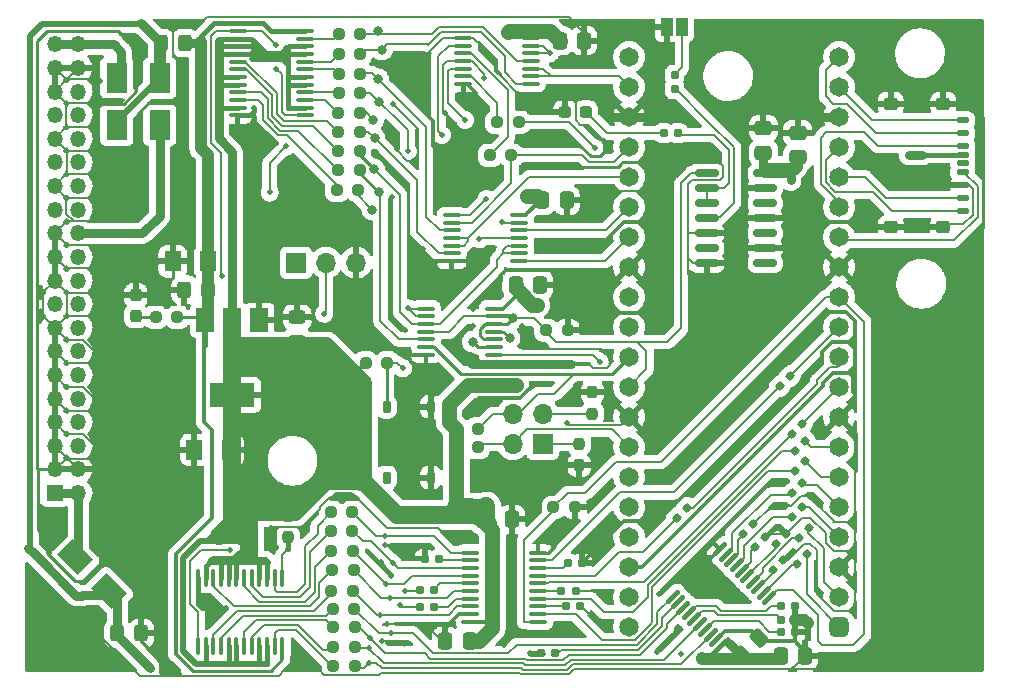
<source format=gbr>
%TF.GenerationSoftware,KiCad,Pcbnew,6.0.5-a6ca702e91~116~ubuntu21.10.1*%
%TF.CreationDate,2023-01-26T06:13:43-07:00*%
%TF.ProjectId,PowerBook,506f7765-7242-46f6-9f6b-2e6b69636164,rev?*%
%TF.SameCoordinates,Original*%
%TF.FileFunction,Copper,L1,Top*%
%TF.FilePolarity,Positive*%
%FSLAX46Y46*%
G04 Gerber Fmt 4.6, Leading zero omitted, Abs format (unit mm)*
G04 Created by KiCad (PCBNEW 6.0.5-a6ca702e91~116~ubuntu21.10.1) date 2023-01-26 06:13:43*
%MOMM*%
%LPD*%
G01*
G04 APERTURE LIST*
G04 Aperture macros list*
%AMRoundRect*
0 Rectangle with rounded corners*
0 $1 Rounding radius*
0 $2 $3 $4 $5 $6 $7 $8 $9 X,Y pos of 4 corners*
0 Add a 4 corners polygon primitive as box body*
4,1,4,$2,$3,$4,$5,$6,$7,$8,$9,$2,$3,0*
0 Add four circle primitives for the rounded corners*
1,1,$1+$1,$2,$3*
1,1,$1+$1,$4,$5*
1,1,$1+$1,$6,$7*
1,1,$1+$1,$8,$9*
0 Add four rect primitives between the rounded corners*
20,1,$1+$1,$2,$3,$4,$5,0*
20,1,$1+$1,$4,$5,$6,$7,0*
20,1,$1+$1,$6,$7,$8,$9,0*
20,1,$1+$1,$8,$9,$2,$3,0*%
%AMRotRect*
0 Rectangle, with rotation*
0 The origin of the aperture is its center*
0 $1 length*
0 $2 width*
0 $3 Rotation angle, in degrees counterclockwise*
0 Add horizontal line*
21,1,$1,$2,0,0,$3*%
G04 Aperture macros list end*
%TA.AperFunction,SMDPad,CuDef*%
%ADD10RoundRect,0.250001X0.462499X0.624999X-0.462499X0.624999X-0.462499X-0.624999X0.462499X-0.624999X0*%
%TD*%
%TA.AperFunction,SMDPad,CuDef*%
%ADD11R,1.500000X2.000000*%
%TD*%
%TA.AperFunction,SMDPad,CuDef*%
%ADD12R,3.800000X2.000000*%
%TD*%
%TA.AperFunction,ComponentPad*%
%ADD13RoundRect,0.412500X0.412500X0.412500X-0.412500X0.412500X-0.412500X-0.412500X0.412500X-0.412500X0*%
%TD*%
%TA.AperFunction,ComponentPad*%
%ADD14C,1.650000*%
%TD*%
%TA.AperFunction,SMDPad,CuDef*%
%ADD15RoundRect,0.250000X0.325000X0.450000X-0.325000X0.450000X-0.325000X-0.450000X0.325000X-0.450000X0*%
%TD*%
%TA.AperFunction,SMDPad,CuDef*%
%ADD16RoundRect,0.250000X0.450000X-0.325000X0.450000X0.325000X-0.450000X0.325000X-0.450000X-0.325000X0*%
%TD*%
%TA.AperFunction,SMDPad,CuDef*%
%ADD17RoundRect,0.250000X-0.325000X-0.450000X0.325000X-0.450000X0.325000X0.450000X-0.325000X0.450000X0*%
%TD*%
%TA.AperFunction,SMDPad,CuDef*%
%ADD18R,1.800000X2.500000*%
%TD*%
%TA.AperFunction,ComponentPad*%
%ADD19R,1.700000X1.700000*%
%TD*%
%TA.AperFunction,ComponentPad*%
%ADD20O,1.700000X1.700000*%
%TD*%
%TA.AperFunction,SMDPad,CuDef*%
%ADD21RoundRect,0.160000X0.026517X0.252791X-0.252791X-0.026517X-0.026517X-0.252791X0.252791X0.026517X0*%
%TD*%
%TA.AperFunction,SMDPad,CuDef*%
%ADD22RoundRect,0.100000X-0.100000X0.637500X-0.100000X-0.637500X0.100000X-0.637500X0.100000X0.637500X0*%
%TD*%
%TA.AperFunction,SMDPad,CuDef*%
%ADD23RoundRect,0.160000X0.197500X0.160000X-0.197500X0.160000X-0.197500X-0.160000X0.197500X-0.160000X0*%
%TD*%
%TA.AperFunction,SMDPad,CuDef*%
%ADD24RoundRect,0.237500X-0.250000X-0.237500X0.250000X-0.237500X0.250000X0.237500X-0.250000X0.237500X0*%
%TD*%
%TA.AperFunction,SMDPad,CuDef*%
%ADD25RoundRect,0.250000X0.475000X-0.337500X0.475000X0.337500X-0.475000X0.337500X-0.475000X-0.337500X0*%
%TD*%
%TA.AperFunction,SMDPad,CuDef*%
%ADD26RoundRect,0.100000X-0.637500X-0.100000X0.637500X-0.100000X0.637500X0.100000X-0.637500X0.100000X0*%
%TD*%
%TA.AperFunction,SMDPad,CuDef*%
%ADD27RoundRect,0.250000X0.097227X-0.574524X0.574524X-0.097227X-0.097227X0.574524X-0.574524X0.097227X0*%
%TD*%
%TA.AperFunction,SMDPad,CuDef*%
%ADD28RoundRect,0.160000X0.160000X-0.197500X0.160000X0.197500X-0.160000X0.197500X-0.160000X-0.197500X0*%
%TD*%
%TA.AperFunction,SMDPad,CuDef*%
%ADD29RoundRect,0.100000X0.380070X0.521491X-0.521491X-0.380070X-0.380070X-0.521491X0.521491X0.380070X0*%
%TD*%
%TA.AperFunction,SMDPad,CuDef*%
%ADD30RoundRect,0.237500X-0.237500X0.287500X-0.237500X-0.287500X0.237500X-0.287500X0.237500X0.287500X0*%
%TD*%
%TA.AperFunction,SMDPad,CuDef*%
%ADD31RoundRect,0.160000X-0.197500X-0.160000X0.197500X-0.160000X0.197500X0.160000X-0.197500X0.160000X0*%
%TD*%
%TA.AperFunction,SMDPad,CuDef*%
%ADD32RoundRect,0.250000X-0.337500X-0.475000X0.337500X-0.475000X0.337500X0.475000X-0.337500X0.475000X0*%
%TD*%
%TA.AperFunction,SMDPad,CuDef*%
%ADD33RoundRect,0.250000X0.337500X0.475000X-0.337500X0.475000X-0.337500X-0.475000X0.337500X-0.475000X0*%
%TD*%
%TA.AperFunction,SMDPad,CuDef*%
%ADD34RoundRect,0.237500X0.250000X0.237500X-0.250000X0.237500X-0.250000X-0.237500X0.250000X-0.237500X0*%
%TD*%
%TA.AperFunction,SMDPad,CuDef*%
%ADD35RoundRect,0.237500X-0.287500X-0.237500X0.287500X-0.237500X0.287500X0.237500X-0.287500X0.237500X0*%
%TD*%
%TA.AperFunction,SMDPad,CuDef*%
%ADD36RotRect,2.500000X1.800000X135.000000*%
%TD*%
%TA.AperFunction,SMDPad,CuDef*%
%ADD37RoundRect,0.237500X0.237500X-0.250000X0.237500X0.250000X-0.237500X0.250000X-0.237500X-0.250000X0*%
%TD*%
%TA.AperFunction,SMDPad,CuDef*%
%ADD38RoundRect,0.125000X-0.415000X0.125000X-0.415000X-0.125000X0.415000X-0.125000X0.415000X0.125000X0*%
%TD*%
%TA.AperFunction,SMDPad,CuDef*%
%ADD39RoundRect,0.262500X-0.337500X0.262500X-0.337500X-0.262500X0.337500X-0.262500X0.337500X0.262500X0*%
%TD*%
%TA.AperFunction,SMDPad,CuDef*%
%ADD40R,1.000000X1.500000*%
%TD*%
%TA.AperFunction,SMDPad,CuDef*%
%ADD41RoundRect,0.150000X-0.825000X-0.150000X0.825000X-0.150000X0.825000X0.150000X-0.825000X0.150000X0*%
%TD*%
%TA.AperFunction,SMDPad,CuDef*%
%ADD42RoundRect,0.237500X-0.237500X0.250000X-0.237500X-0.250000X0.237500X-0.250000X0.237500X0.250000X0*%
%TD*%
%TA.AperFunction,SMDPad,CuDef*%
%ADD43RoundRect,0.187500X0.187500X-0.312500X0.187500X0.312500X-0.187500X0.312500X-0.187500X-0.312500X0*%
%TD*%
%TA.AperFunction,SMDPad,CuDef*%
%ADD44RoundRect,0.100000X0.637500X0.100000X-0.637500X0.100000X-0.637500X-0.100000X0.637500X-0.100000X0*%
%TD*%
%TA.AperFunction,ComponentPad*%
%ADD45R,1.350000X1.350000*%
%TD*%
%TA.AperFunction,ComponentPad*%
%ADD46O,1.350000X1.350000*%
%TD*%
%TA.AperFunction,ViaPad*%
%ADD47C,0.500000*%
%TD*%
%TA.AperFunction,ViaPad*%
%ADD48C,0.800000*%
%TD*%
%TA.AperFunction,ViaPad*%
%ADD49C,0.600000*%
%TD*%
%TA.AperFunction,Conductor*%
%ADD50C,0.200000*%
%TD*%
%TA.AperFunction,Conductor*%
%ADD51C,0.250000*%
%TD*%
%TA.AperFunction,Conductor*%
%ADD52C,0.450000*%
%TD*%
%TA.AperFunction,Conductor*%
%ADD53C,0.330000*%
%TD*%
%TA.AperFunction,Conductor*%
%ADD54C,0.400000*%
%TD*%
%TA.AperFunction,Conductor*%
%ADD55C,0.750000*%
%TD*%
%TA.AperFunction,Conductor*%
%ADD56C,0.150000*%
%TD*%
%TA.AperFunction,Conductor*%
%ADD57C,0.500000*%
%TD*%
%TA.AperFunction,Conductor*%
%ADD58C,1.000000*%
%TD*%
%TA.AperFunction,Conductor*%
%ADD59C,1.500000*%
%TD*%
%TA.AperFunction,Conductor*%
%ADD60C,1.250000*%
%TD*%
G04 APERTURE END LIST*
D10*
%TO.P,C3,1*%
%TO.N,+5F*%
X116041500Y-93167200D03*
%TO.P,C3,2*%
%TO.N,GND*%
X113066500Y-93167200D03*
%TD*%
%TO.P,C4,1*%
%TO.N,+2V8*%
X117870300Y-109118400D03*
%TO.P,C4,2*%
%TO.N,GND*%
X114895300Y-109118400D03*
%TD*%
D11*
%TO.P,U3,1,GND*%
%TO.N,GND*%
X120393220Y-98146920D03*
%TO.P,U3,2,VO*%
%TO.N,+2V8*%
X118093220Y-98146920D03*
D12*
X118093220Y-104446920D03*
D11*
%TO.P,U3,3,VI*%
%TO.N,+5F*%
X115793220Y-98146920D03*
%TD*%
D13*
%TO.P,RP1,1,G0*%
%TO.N,Net-(R42-Pad1)*%
X169468800Y-124104400D03*
D14*
%TO.P,RP1,2,G1*%
%TO.N,Net-(R19-Pad1)*%
X169468800Y-121564400D03*
%TO.P,RP1,3,GND*%
%TO.N,GND*%
X169468800Y-119024400D03*
%TO.P,RP1,4,G2*%
%TO.N,Net-(R18-Pad1)*%
X169468800Y-116484400D03*
%TO.P,RP1,5,G3*%
%TO.N,Net-(R17-Pad1)*%
X169468800Y-113944400D03*
%TO.P,RP1,6,G4*%
%TO.N,Net-(R16-Pad1)*%
X169468800Y-111404400D03*
%TO.P,RP1,7,G5*%
%TO.N,Net-(R15-Pad1)*%
X169468800Y-108864400D03*
%TO.P,RP1,8,GND*%
%TO.N,GND*%
X169468800Y-106324400D03*
%TO.P,RP1,9,G6*%
%TO.N,Net-(R14-Pad1)*%
X169468800Y-103784400D03*
%TO.P,RP1,10,G7*%
%TO.N,Net-(R13-Pad1)*%
X169468800Y-101244400D03*
%TO.P,RP1,11,G8*%
%TO.N,Net-(R12-Pad1)*%
X169468800Y-98704400D03*
%TO.P,RP1,12,G9*%
%TO.N,DBPTr*%
X169468800Y-96164400D03*
%TO.P,RP1,13,GND*%
%TO.N,GND*%
X169468800Y-93624400D03*
%TO.P,RP1,14,G10*%
%TO.N,SD_CLK*%
X169468800Y-91084400D03*
%TO.P,RP1,15,G11*%
%TO.N,SD_CMD_MOSI*%
X169468800Y-88544400D03*
%TO.P,RP1,16,G12*%
%TO.N,SD_D0_MISO*%
X169468800Y-86004400D03*
%TO.P,RP1,17,G13*%
%TO.N,SD_D1*%
X169468800Y-83464400D03*
%TO.P,RP1,18,GND*%
%TO.N,GND*%
X169468800Y-80924400D03*
%TO.P,RP1,19,G14*%
%TO.N,SD_D2*%
X169468800Y-78384400D03*
%TO.P,RP1,20,G15*%
%TO.N,SD_D3_CS*%
X169468800Y-75844400D03*
%TO.P,RP1,21,G16*%
%TO.N,SERIAL_OUT*%
X151688800Y-75844400D03*
%TO.P,RP1,22,G17*%
%TO.N,oREQ*%
X151688800Y-78384400D03*
%TO.P,RP1,23,GND*%
%TO.N,GND*%
X151688800Y-80924400D03*
%TO.P,RP1,24,G18*%
%TO.N,oCD_iSEL*%
X151688800Y-83464400D03*
%TO.P,RP1,25,G19*%
%TO.N,oSEL*%
X151688800Y-86004400D03*
%TO.P,RP1,26,G20*%
%TO.N,oMSG_iBSY*%
X151688800Y-88544400D03*
%TO.P,RP1,27,G21*%
%TO.N,iRST*%
X151688800Y-91084400D03*
%TO.P,RP1,28,GND*%
%TO.N,GND*%
X151688800Y-93624400D03*
%TO.P,RP1,29,G22*%
%TO.N,oIO*%
X151688800Y-96164400D03*
%TO.P,RP1,30,RUN*%
%TO.N,unconnected-(RP1-Pad30)*%
X151688800Y-98704400D03*
%TO.P,RP1,31,G26*%
%TO.N,iACK*%
X151688800Y-101244400D03*
%TO.P,RP1,32,G27*%
%TO.N,oBSY*%
X151688800Y-103784400D03*
%TO.P,RP1,33,A_GND*%
%TO.N,GND*%
X151688800Y-106324400D03*
%TO.P,RP1,34,G28*%
%TO.N,iATN*%
X151688800Y-108864400D03*
%TO.P,RP1,35,ADC_VREF*%
%TO.N,unconnected-(RP1-Pad35)*%
X151688800Y-111404400D03*
%TO.P,RP1,36,3v3*%
%TO.N,+3V3*%
X151688800Y-113944400D03*
%TO.P,RP1,37,3v3_EN*%
%TO.N,unconnected-(RP1-Pad37)*%
X151688800Y-116484400D03*
%TO.P,RP1,38,GND*%
%TO.N,GND*%
X151688800Y-119024400D03*
%TO.P,RP1,39,VSYS*%
%TO.N,unconnected-(RP1-Pad39)*%
X151688800Y-121564400D03*
%TO.P,RP1,40,VBUS_5V*%
%TO.N,+5VP*%
X151688800Y-124104400D03*
%TD*%
D15*
%TO.P,C2,1*%
%TO.N,+5F*%
X116078000Y-95554800D03*
%TO.P,C2,2*%
%TO.N,GND*%
X114028000Y-95554800D03*
%TD*%
D16*
%TO.P,C5,1*%
%TO.N,+2V8*%
X123596400Y-99941600D03*
%TO.P,C5,2*%
%TO.N,GND*%
X123596400Y-97891600D03*
%TD*%
D17*
%TO.P,C6,1*%
%TO.N,+5VP*%
X108347400Y-124663200D03*
%TO.P,C6,2*%
%TO.N,GND*%
X110397400Y-124663200D03*
%TD*%
D18*
%TO.P,D1,1,K*%
%TO.N,+5VP*%
X111963200Y-77635600D03*
%TO.P,D1,2,A*%
%TO.N,+5V*%
X111963200Y-81635600D03*
%TD*%
D19*
%TO.P,J1,1,Pin_1*%
%TO.N,unconnected-(J1-Pad1)*%
X123494800Y-93268800D03*
D20*
%TO.P,J1,2,Pin_2*%
%TO.N,TRM_ON_J*%
X126034800Y-93268800D03*
%TO.P,J1,3,Pin_3*%
%TO.N,GND*%
X128574800Y-93268800D03*
%TD*%
D21*
%TO.P,R42,1*%
%TO.N,Net-(R42-Pad1)*%
X166725600Y-117906800D03*
%TO.P,R42,2*%
%TO.N,DB0T*%
X165880608Y-118751792D03*
%TD*%
D22*
%TO.P,U2,1,/1OE*%
%TO.N,TRM_ON_J*%
X122345400Y-119971900D03*
%TO.P,U2,2,1B1*%
%TO.N,Net-(R35-Pad1)*%
X121695400Y-119971900D03*
%TO.P,U2,3,1A1*%
%TO.N,+2V8*%
X121045400Y-119971900D03*
%TO.P,U2,4,1A2*%
X120395400Y-119971900D03*
%TO.P,U2,5,1B2*%
%TO.N,Net-(R34-Pad1)*%
X119745400Y-119971900D03*
%TO.P,U2,6,1B3*%
%TO.N,Net-(R33-Pad1)*%
X119095400Y-119971900D03*
%TO.P,U2,7,1A3*%
%TO.N,+2V8*%
X118445400Y-119971900D03*
%TO.P,U2,8,1A4*%
X117795400Y-119971900D03*
%TO.P,U2,9,1B4*%
X117145400Y-119971900D03*
%TO.P,U2,10,1B5*%
%TO.N,Net-(R1-Pad1)*%
X116495400Y-119971900D03*
%TO.P,U2,11,1A5*%
%TO.N,+2V8*%
X115845400Y-119971900D03*
%TO.P,U2,12,GND*%
%TO.N,GND*%
X115195400Y-119971900D03*
%TO.P,U2,13,/2OE*%
%TO.N,TRM_ON_J*%
X115195400Y-125696900D03*
%TO.P,U2,14,2A1*%
%TO.N,+2V8*%
X115845400Y-125696900D03*
%TO.P,U2,15,2B1*%
%TO.N,Net-(R40-Pad1)*%
X116495400Y-125696900D03*
%TO.P,U2,16,2B2*%
%TO.N,Net-(R39-Pad1)*%
X117145400Y-125696900D03*
%TO.P,U2,17,2A2*%
%TO.N,+2V8*%
X117795400Y-125696900D03*
%TO.P,U2,18,2A3*%
X118445400Y-125696900D03*
%TO.P,U2,19,2B3*%
%TO.N,Net-(R38-Pad1)*%
X119095400Y-125696900D03*
%TO.P,U2,20,2B4*%
%TO.N,Net-(R37-Pad1)*%
X119745400Y-125696900D03*
%TO.P,U2,21,2A4*%
%TO.N,+2V8*%
X120395400Y-125696900D03*
%TO.P,U2,22,2A5*%
X121045400Y-125696900D03*
%TO.P,U2,23,2B5*%
%TO.N,Net-(R36-Pad1)*%
X121695400Y-125696900D03*
%TO.P,U2,24,Vcc*%
%TO.N,+5F*%
X122345400Y-125696900D03*
%TD*%
D23*
%TO.P,R54,1*%
%TO.N,Net-(R54-Pad1)*%
X135178800Y-120954800D03*
%TO.P,R54,2*%
%TO.N,GND*%
X133983800Y-120954800D03*
%TD*%
D24*
%TO.P,R39,1*%
%TO.N,Net-(R39-Pad1)*%
X126595500Y-122580400D03*
%TO.P,R39,2*%
%TO.N,DB3*%
X128420500Y-122580400D03*
%TD*%
D21*
%TO.P,R16,1*%
%TO.N,Net-(R16-Pad1)*%
X166624000Y-110083600D03*
%TO.P,R16,2*%
%TO.N,DB4T*%
X165779008Y-110928592D03*
%TD*%
D24*
%TO.P,R4,1*%
%TO.N,Net-(R4-Pad1)*%
X127052700Y-83820000D03*
%TO.P,R4,2*%
%TO.N,RST*%
X128877700Y-83820000D03*
%TD*%
D23*
%TO.P,R50,1*%
%TO.N,GND*%
X147511100Y-122377200D03*
%TO.P,R50,2*%
%TO.N,Net-(R50-Pad2)*%
X146316100Y-122377200D03*
%TD*%
D24*
%TO.P,R33,1*%
%TO.N,Net-(R33-Pad1)*%
X126495800Y-117652800D03*
%TO.P,R33,2*%
%TO.N,DB6*%
X128320800Y-117652800D03*
%TD*%
%TO.P,R36,1*%
%TO.N,Net-(R36-Pad1)*%
X126648200Y-127406400D03*
%TO.P,R36,2*%
%TO.N,DB0*%
X128473200Y-127406400D03*
%TD*%
D25*
%TO.P,C12,1*%
%TO.N,+3V3*%
X165963600Y-84349500D03*
%TO.P,C12,2*%
%TO.N,GND*%
X165963600Y-82274500D03*
%TD*%
D26*
%TO.P,U1,1,/1OE*%
%TO.N,TRM_ON_J*%
X118549500Y-73641000D03*
%TO.P,U1,2,1B1*%
%TO.N,+2V8*%
X118549500Y-74291000D03*
%TO.P,U1,3,1A1*%
X118549500Y-74941000D03*
%TO.P,U1,4,1A2*%
X118549500Y-75591000D03*
%TO.P,U1,5,1B2*%
%TO.N,Net-(R5-Pad1)*%
X118549500Y-76241000D03*
%TO.P,U1,6,1B3*%
%TO.N,Net-(R4-Pad1)*%
X118549500Y-76891000D03*
%TO.P,U1,7,1A3*%
%TO.N,+2V8*%
X118549500Y-77541000D03*
%TO.P,U1,8,1A4*%
X118549500Y-78191000D03*
%TO.P,U1,9,1B4*%
%TO.N,Net-(R3-Pad1)*%
X118549500Y-78841000D03*
%TO.P,U1,10,1B5*%
%TO.N,Net-(R2-Pad1)*%
X118549500Y-79491000D03*
%TO.P,U1,11,1A5*%
%TO.N,+2V8*%
X118549500Y-80141000D03*
%TO.P,U1,12,GND*%
%TO.N,GND*%
X118549500Y-80791000D03*
%TO.P,U1,13,/2OE*%
%TO.N,TRM_ON_J*%
X124274500Y-80791000D03*
%TO.P,U1,14,2A1*%
%TO.N,+2V8*%
X124274500Y-80141000D03*
%TO.P,U1,15,2B1*%
%TO.N,Net-(R10-Pad1)*%
X124274500Y-79491000D03*
%TO.P,U1,16,2B2*%
%TO.N,Net-(R9-Pad1)*%
X124274500Y-78841000D03*
%TO.P,U1,17,2A2*%
%TO.N,+2V8*%
X124274500Y-78191000D03*
%TO.P,U1,18,2A3*%
X124274500Y-77541000D03*
%TO.P,U1,19,2B3*%
%TO.N,Net-(R8-Pad1)*%
X124274500Y-76891000D03*
%TO.P,U1,20,2B4*%
%TO.N,Net-(R7-Pad1)*%
X124274500Y-76241000D03*
%TO.P,U1,21,2A4*%
%TO.N,+2V8*%
X124274500Y-75591000D03*
%TO.P,U1,22,2A5*%
X124274500Y-74941000D03*
%TO.P,U1,23,2B5*%
%TO.N,Net-(R6-Pad1)*%
X124274500Y-74291000D03*
%TO.P,U1,24,Vcc*%
%TO.N,+5F*%
X124274500Y-73641000D03*
%TD*%
D24*
%TO.P,R5,1*%
%TO.N,Net-(R5-Pad1)*%
X127052700Y-82194400D03*
%TO.P,R5,2*%
%TO.N,SEL*%
X128877700Y-82194400D03*
%TD*%
%TO.P,R35,1*%
%TO.N,Net-(R35-Pad1)*%
X126445000Y-114401600D03*
%TO.P,R35,2*%
%TO.N,DBP*%
X128270000Y-114401600D03*
%TD*%
%TO.P,R1,1*%
%TO.N,Net-(R1-Pad1)*%
X126546600Y-119329200D03*
%TO.P,R1,2*%
%TO.N,DB5*%
X128371600Y-119329200D03*
%TD*%
D27*
%TO.P,C8,1*%
%TO.N,+2V8*%
X161216777Y-126514423D03*
%TO.P,C8,2*%
%TO.N,GND*%
X162684023Y-125047177D03*
%TD*%
D24*
%TO.P,R38,1*%
%TO.N,Net-(R38-Pad1)*%
X126646300Y-124155200D03*
%TO.P,R38,2*%
%TO.N,DB2*%
X128471300Y-124155200D03*
%TD*%
D21*
%TO.P,R17,1*%
%TO.N,Net-(R17-Pad1)*%
X166351392Y-111931008D03*
%TO.P,R17,2*%
%TO.N,DB3T*%
X165506400Y-112776000D03*
%TD*%
D24*
%TO.P,R9,1*%
%TO.N,Net-(R9-Pad1)*%
X127105400Y-78892400D03*
%TO.P,R9,2*%
%TO.N,MSG*%
X128930400Y-78892400D03*
%TD*%
D21*
%TO.P,R13,1*%
%TO.N,Net-(R13-Pad1)*%
X156581696Y-114029904D03*
%TO.P,R13,2*%
%TO.N,DB7T*%
X155736704Y-114874896D03*
%TD*%
D25*
%TO.P,C7,1*%
%TO.N,+3V3*%
X163068000Y-83964600D03*
%TO.P,C7,2*%
%TO.N,GND*%
X163068000Y-81889600D03*
%TD*%
D24*
%TO.P,R40,1*%
%TO.N,Net-(R40-Pad1)*%
X126493900Y-121056400D03*
%TO.P,R40,2*%
%TO.N,DB4*%
X128318900Y-121056400D03*
%TD*%
D21*
%TO.P,R45,1*%
%TO.N,GND*%
X162204400Y-115417600D03*
%TO.P,R45,2*%
%TO.N,Net-(R45-Pad2)*%
X161359408Y-116262592D03*
%TD*%
D28*
%TO.P,R57,1*%
%TO.N,Net-(R57-Pad1)*%
X155549600Y-78563400D03*
%TO.P,R57,2*%
%TO.N,Net-(JP1-Pad1)*%
X155549600Y-77368400D03*
%TD*%
D29*
%TO.P,U4,1,DIR*%
%TO.N,DBPTr*%
X163553580Y-121659394D03*
%TO.P,U4,2,A1*%
%TO.N,DB0T*%
X163093961Y-121199775D03*
%TO.P,U4,3,A2*%
%TO.N,Net-(R11-Pad2)*%
X162634342Y-120740155D03*
%TO.P,U4,4,A3*%
%TO.N,DB1T*%
X162174722Y-120280536D03*
%TO.P,U4,5,A4*%
%TO.N,Net-(R43-Pad2)*%
X161715103Y-119820917D03*
%TO.P,U4,6,A5*%
%TO.N,Net-(R44-Pad2)*%
X161255483Y-119361297D03*
%TO.P,U4,7,A6*%
%TO.N,DB2T*%
X160795864Y-118901678D03*
%TO.P,U4,8,A7*%
%TO.N,Net-(R45-Pad2)*%
X160336245Y-118442058D03*
%TO.P,U4,9,A8*%
%TO.N,DB3T*%
X159876625Y-117982439D03*
%TO.P,U4,10,GND*%
%TO.N,GND*%
X159417006Y-117522820D03*
%TO.P,U4,11,B8*%
%TO.N,DB3*%
X155368820Y-121571006D03*
%TO.P,U4,12,B7*%
%TO.N,Net-(R49-Pad1)*%
X155828439Y-122030625D03*
%TO.P,U4,13,B6*%
%TO.N,DB2*%
X156288058Y-122490245D03*
%TO.P,U4,14,B5*%
%TO.N,Net-(R48-Pad1)*%
X156747678Y-122949864D03*
%TO.P,U4,15,B4*%
%TO.N,Net-(R47-Pad1)*%
X157207297Y-123409483D03*
%TO.P,U4,16,B3*%
%TO.N,DB1*%
X157666917Y-123869103D03*
%TO.P,U4,17,B2*%
%TO.N,Net-(R46-Pad1)*%
X158126536Y-124328722D03*
%TO.P,U4,18,B1*%
%TO.N,DB0*%
X158586155Y-124788342D03*
%TO.P,U4,19,/OE*%
%TO.N,GND*%
X159045775Y-125247961D03*
%TO.P,U4,20,Vcc*%
%TO.N,+2V8*%
X159505394Y-125707580D03*
%TD*%
D21*
%TO.P,R18,1*%
%TO.N,Net-(R18-Pad1)*%
X166319200Y-113944400D03*
%TO.P,R18,2*%
%TO.N,DB2T*%
X165474208Y-114789392D03*
%TD*%
D30*
%TO.P,D5,1,K*%
%TO.N,GND*%
X109931200Y-96040000D03*
%TO.P,D5,2,A*%
%TO.N,Net-(D5-Pad2)*%
X109931200Y-97790000D03*
%TD*%
D31*
%TO.P,R47,1*%
%TO.N,Net-(R47-Pad1)*%
X164541200Y-123494800D03*
%TO.P,R47,2*%
%TO.N,GND*%
X165736200Y-123494800D03*
%TD*%
D32*
%TO.P,C15,1*%
%TO.N,+2V8*%
X139729300Y-115011200D03*
%TO.P,C15,2*%
%TO.N,GND*%
X141804300Y-115011200D03*
%TD*%
D33*
%TO.P,C14,1*%
%TO.N,GND*%
X147900300Y-74472800D03*
%TO.P,C14,2*%
%TO.N,+2V8*%
X145825300Y-74472800D03*
%TD*%
D23*
%TO.P,R53,1*%
%TO.N,Net-(R53-Pad1)*%
X135178800Y-122428000D03*
%TO.P,R53,2*%
%TO.N,GND*%
X133983800Y-122428000D03*
%TD*%
D18*
%TO.P,D2,1,K*%
%TO.N,+5VP*%
X108305600Y-81603600D03*
%TO.P,D2,2,A*%
%TO.N,+5VD*%
X108305600Y-77603600D03*
%TD*%
D34*
%TO.P,R31,1*%
%TO.N,iATN*%
X138887200Y-108915200D03*
%TO.P,R31,2*%
%TO.N,+2V8*%
X137062200Y-108915200D03*
%TD*%
D24*
%TO.P,R3,1*%
%TO.N,Net-(R3-Pad1)*%
X127054600Y-85445600D03*
%TO.P,R3,2*%
%TO.N,ACK*%
X128879600Y-85445600D03*
%TD*%
D21*
%TO.P,R15,1*%
%TO.N,Net-(R15-Pad1)*%
X166573200Y-108356400D03*
%TO.P,R15,2*%
%TO.N,DB5T*%
X165728208Y-109201392D03*
%TD*%
D34*
%TO.P,R32,1*%
%TO.N,iACK*%
X138887200Y-107340400D03*
%TO.P,R32,2*%
%TO.N,+2V8*%
X137062200Y-107340400D03*
%TD*%
D35*
%TO.P,D4,1,K*%
%TO.N,GND*%
X146292600Y-80518000D03*
%TO.P,D4,2,A*%
%TO.N,Net-(D4-Pad2)*%
X148042600Y-80518000D03*
%TD*%
D34*
%TO.P,R56,1*%
%TO.N,+5F*%
X113434500Y-97891600D03*
%TO.P,R56,2*%
%TO.N,Net-(D5-Pad2)*%
X111609500Y-97891600D03*
%TD*%
D36*
%TO.P,D3,1,K*%
%TO.N,+5VP*%
X107645200Y-121056400D03*
%TO.P,D3,2,A*%
%TO.N,+5VA*%
X104816772Y-118227972D03*
%TD*%
D24*
%TO.P,R7,1*%
%TO.N,Net-(R7-Pad1)*%
X127103500Y-75590400D03*
%TO.P,R7,2*%
%TO.N,REQ*%
X128928500Y-75590400D03*
%TD*%
D21*
%TO.P,R43,1*%
%TO.N,GND*%
X164998400Y-116230400D03*
%TO.P,R43,2*%
%TO.N,Net-(R43-Pad2)*%
X164153408Y-117075392D03*
%TD*%
D23*
%TO.P,R30,1*%
%TO.N,Net-(R30-Pad1)*%
X155830200Y-82296000D03*
%TO.P,R30,2*%
%TO.N,Net-(D4-Pad2)*%
X154635200Y-82296000D03*
%TD*%
%TO.P,R49,1*%
%TO.N,Net-(R49-Pad1)*%
X145440400Y-126288800D03*
%TO.P,R49,2*%
%TO.N,GND*%
X144245400Y-126288800D03*
%TD*%
D24*
%TO.P,R8,1*%
%TO.N,Net-(R8-Pad1)*%
X127105400Y-77266800D03*
%TO.P,R8,2*%
%TO.N,CD*%
X128930400Y-77266800D03*
%TD*%
%TO.P,R2,1*%
%TO.N,Net-(R2-Pad1)*%
X126953000Y-87122000D03*
%TO.P,R2,2*%
%TO.N,ATN*%
X128778000Y-87122000D03*
%TD*%
D37*
%TO.P,R27,1*%
%TO.N,Net-(J4-Pad3)*%
X148590000Y-106066600D03*
%TO.P,R27,2*%
%TO.N,GND*%
X148590000Y-104241600D03*
%TD*%
D38*
%TO.P,SD2,1,DAT2*%
%TO.N,SD_D2*%
X179936400Y-81189200D03*
%TO.P,SD2,2,CD/CS/DAT3*%
%TO.N,SD_D3_CS*%
X179936400Y-82289200D03*
%TO.P,SD2,3,CMD/MOSI*%
%TO.N,SD_CMD_MOSI*%
X179936400Y-83389200D03*
%TO.P,SD2,4,VDD*%
%TO.N,+3V3*%
X179936400Y-84139200D03*
%TO.P,SD2,5,SD_DET*%
%TO.N,unconnected-(SD2-Pad5)*%
X179936400Y-84839200D03*
%TO.P,SD2,6,CLK*%
%TO.N,SD_CLK*%
X179936400Y-85589200D03*
%TO.P,SD2,7,VSS*%
%TO.N,GND*%
X179936400Y-86689200D03*
%TO.P,SD2,8,DAT0/MISO*%
%TO.N,SD_D0_MISO*%
X179936400Y-87789200D03*
%TO.P,SD2,9,DAT1*%
%TO.N,SD_D1*%
X179936400Y-88889200D03*
D39*
%TO.P,SD2,10,CASE_GND*%
%TO.N,GND*%
X178296400Y-90264200D03*
X178296400Y-79814200D03*
X173846400Y-90264200D03*
X173846400Y-79814200D03*
%TD*%
D23*
%TO.P,R55,1*%
%TO.N,Net-(R55-Pad1)*%
X135585200Y-118364000D03*
%TO.P,R55,2*%
%TO.N,GND*%
X134390200Y-118364000D03*
%TD*%
D21*
%TO.P,R12,1*%
%TO.N,Net-(R12-Pad1)*%
X165303200Y-102870000D03*
%TO.P,R12,2*%
%TO.N,DBPT*%
X164458208Y-103714992D03*
%TD*%
D23*
%TO.P,R51,1*%
%TO.N,GND*%
X147155500Y-121056400D03*
%TO.P,R51,2*%
%TO.N,Net-(R51-Pad2)*%
X145960500Y-121056400D03*
%TD*%
D40*
%TO.P,JP1,1,A*%
%TO.N,Net-(JP1-Pad1)*%
X156189200Y-73304400D03*
%TO.P,JP1,2,B*%
%TO.N,GND*%
X154889200Y-73304400D03*
%TD*%
D21*
%TO.P,R19,1*%
%TO.N,Net-(R19-Pad1)*%
X166928800Y-115773200D03*
%TO.P,R19,2*%
%TO.N,DB1T*%
X166083808Y-116618192D03*
%TD*%
D32*
%TO.P,C10,1*%
%TO.N,+2V8*%
X164519700Y-126542800D03*
%TO.P,C10,2*%
%TO.N,GND*%
X166594700Y-126542800D03*
%TD*%
D34*
%TO.P,R24,1*%
%TO.N,oRST*%
X131214500Y-101752400D03*
%TO.P,R24,2*%
%TO.N,+2V8*%
X129389500Y-101752400D03*
%TD*%
D33*
%TO.P,C9,1*%
%TO.N,GND*%
X144162600Y-95148400D03*
%TO.P,C9,2*%
%TO.N,+2V8*%
X142087600Y-95148400D03*
%TD*%
D41*
%TO.P,U8,1*%
%TO.N,oBSY*%
X158256200Y-85699600D03*
%TO.P,U8,2*%
%TO.N,Net-(R30-Pad1)*%
X158256200Y-86969600D03*
%TO.P,U8,3*%
X158256200Y-88239600D03*
%TO.P,U8,4*%
%TO.N,Net-(R57-Pad1)*%
X158256200Y-89509600D03*
%TO.P,U8,5*%
%TO.N,GND*%
X158256200Y-90779600D03*
%TO.P,U8,6*%
%TO.N,unconnected-(U8-Pad6)*%
X158256200Y-92049600D03*
%TO.P,U8,7,GND*%
%TO.N,GND*%
X158256200Y-93319600D03*
%TO.P,U8,8*%
%TO.N,unconnected-(U8-Pad8)*%
X163206200Y-93319600D03*
%TO.P,U8,9*%
%TO.N,GND*%
X163206200Y-92049600D03*
%TO.P,U8,10*%
%TO.N,unconnected-(U8-Pad10)*%
X163206200Y-90779600D03*
%TO.P,U8,11*%
%TO.N,GND*%
X163206200Y-89509600D03*
%TO.P,U8,12*%
%TO.N,unconnected-(U8-Pad12)*%
X163206200Y-88239600D03*
%TO.P,U8,13*%
%TO.N,GND*%
X163206200Y-86969600D03*
%TO.P,U8,14,VCC*%
%TO.N,+3V3*%
X163206200Y-85699600D03*
%TD*%
D24*
%TO.P,R10,1*%
%TO.N,Net-(R10-Pad1)*%
X127054600Y-80568800D03*
%TO.P,R10,2*%
%TO.N,BSY*%
X128879600Y-80568800D03*
%TD*%
%TO.P,R34,1*%
%TO.N,Net-(R34-Pad1)*%
X126443100Y-115976400D03*
%TO.P,R34,2*%
%TO.N,DB7*%
X128268100Y-115976400D03*
%TD*%
D42*
%TO.P,R26,1*%
%TO.N,Net-(J4-Pad1)*%
X147472400Y-108610400D03*
%TO.P,R26,2*%
%TO.N,GND*%
X147472400Y-110435400D03*
%TD*%
D37*
%TO.P,R41,1*%
%TO.N,TRM_ON_J*%
X122834400Y-116533300D03*
%TO.P,R41,2*%
%TO.N,+2V8*%
X122834400Y-114708300D03*
%TD*%
D26*
%TO.P,U7,1,1/OE*%
%TO.N,oBSY*%
X136685100Y-89236000D03*
%TO.P,U7,2,1A*%
%TO.N,oCD_iSEL*%
X136685100Y-89886000D03*
%TO.P,U7,3,1Y*%
%TO.N,CD*%
X136685100Y-90536000D03*
%TO.P,U7,4,2/OE*%
%TO.N,oSEL*%
X136685100Y-91186000D03*
%TO.P,U7,5,2A*%
X136685100Y-91836000D03*
%TO.P,U7,6,2Y*%
%TO.N,SEL*%
X136685100Y-92486000D03*
%TO.P,U7,7,GND*%
%TO.N,GND*%
X136685100Y-93136000D03*
%TO.P,U7,8,3Y*%
%TO.N,iRST*%
X142410100Y-93136000D03*
%TO.P,U7,9,3A*%
%TO.N,RST*%
X142410100Y-92486000D03*
%TO.P,U7,10,3/OE*%
X142410100Y-91836000D03*
%TO.P,U7,11,4Y*%
%TO.N,MSG*%
X142410100Y-91186000D03*
%TO.P,U7,12,4A*%
%TO.N,oMSG_iBSY*%
X142410100Y-90536000D03*
%TO.P,U7,13,4/OE*%
%TO.N,oBSY*%
X142410100Y-89886000D03*
%TO.P,U7,14,Vcc*%
%TO.N,+2V8*%
X142410100Y-89236000D03*
%TD*%
D24*
%TO.P,R37,1*%
%TO.N,Net-(R37-Pad1)*%
X126646300Y-125780800D03*
%TO.P,R37,2*%
%TO.N,DB1*%
X128471300Y-125780800D03*
%TD*%
D43*
%TO.P,SW1,1,1*%
%TO.N,oRST*%
X131153300Y-105458000D03*
X131153300Y-111458000D03*
%TO.P,SW1,2,A*%
%TO.N,GND*%
X134903300Y-105458000D03*
X134903300Y-111458000D03*
%TD*%
D15*
%TO.P,F2,1*%
%TO.N,+5F*%
X114105800Y-74676000D03*
%TO.P,F2,2*%
%TO.N,+5VP*%
X112055800Y-74676000D03*
%TD*%
D19*
%TO.P,J4,1,Pin_1*%
%TO.N,Net-(J4-Pad1)*%
X144373600Y-108610400D03*
D20*
%TO.P,J4,2,Pin_2*%
%TO.N,iATN*%
X141833600Y-108610400D03*
%TO.P,J4,3,Pin_3*%
%TO.N,Net-(J4-Pad3)*%
X144373600Y-106070400D03*
%TO.P,J4,4,Pin_4*%
%TO.N,iACK*%
X141833600Y-106070400D03*
%TD*%
D24*
%TO.P,R23,1*%
%TO.N,oBSY*%
X144678400Y-99009200D03*
%TO.P,R23,2*%
%TO.N,GND*%
X146503400Y-99009200D03*
%TD*%
%TO.P,R25,1*%
%TO.N,DBPTr*%
X145291800Y-113995200D03*
%TO.P,R25,2*%
%TO.N,GND*%
X147116800Y-113995200D03*
%TD*%
D26*
%TO.P,U5,1,1/OE*%
%TO.N,oRST*%
X134500700Y-97160800D03*
%TO.P,U5,2,1A*%
X134500700Y-97810800D03*
%TO.P,U5,3,1Y*%
%TO.N,RST*%
X134500700Y-98460800D03*
%TO.P,U5,4,2/OE*%
%TO.N,oBSY*%
X134500700Y-99110800D03*
%TO.P,U5,5,2A*%
%TO.N,ACK*%
X134500700Y-99760800D03*
%TO.P,U5,6,2Y*%
%TO.N,iACK*%
X134500700Y-100410800D03*
%TO.P,U5,7,GND*%
%TO.N,GND*%
X134500700Y-101060800D03*
%TO.P,U5,8,3Y*%
%TO.N,iATN*%
X140225700Y-101060800D03*
%TO.P,U5,9,3A*%
%TO.N,ATN*%
X140225700Y-100410800D03*
%TO.P,U5,10,3/OE*%
%TO.N,oBSY*%
X140225700Y-99760800D03*
%TO.P,U5,11,4Y*%
%TO.N,BSY*%
X140225700Y-99110800D03*
%TO.P,U5,12,4A*%
%TO.N,oBSY*%
X140225700Y-98460800D03*
%TO.P,U5,13,4/OE*%
X140225700Y-97810800D03*
%TO.P,U5,14,Vcc*%
%TO.N,+2V8*%
X140225700Y-97160800D03*
%TD*%
D21*
%TO.P,R14,1*%
%TO.N,Net-(R14-Pad1)*%
X166319200Y-106934000D03*
%TO.P,R14,2*%
%TO.N,DB6T*%
X165474208Y-107778992D03*
%TD*%
D44*
%TO.P,U9,1,DIR*%
%TO.N,DBPTr*%
X143984900Y-123676600D03*
%TO.P,U9,2,A1*%
%TO.N,DB4T*%
X143984900Y-123026600D03*
%TO.P,U9,3,A2*%
%TO.N,Net-(R50-Pad2)*%
X143984900Y-122376600D03*
%TO.P,U9,4,A3*%
%TO.N,DB5T*%
X143984900Y-121726600D03*
%TO.P,U9,5,A4*%
%TO.N,Net-(R51-Pad2)*%
X143984900Y-121076600D03*
%TO.P,U9,6,A5*%
%TO.N,DB6T*%
X143984900Y-120426600D03*
%TO.P,U9,7,A6*%
%TO.N,DB7T*%
X143984900Y-119776600D03*
%TO.P,U9,8,A7*%
%TO.N,Net-(R52-Pad2)*%
X143984900Y-119126600D03*
%TO.P,U9,9,A8*%
%TO.N,DBPT*%
X143984900Y-118476600D03*
%TO.P,U9,10,GND*%
%TO.N,GND*%
X143984900Y-117826600D03*
%TO.P,U9,11,B8*%
%TO.N,DBP*%
X138259900Y-117826600D03*
%TO.P,U9,12,B7*%
%TO.N,Net-(R55-Pad1)*%
X138259900Y-118476600D03*
%TO.P,U9,13,B6*%
%TO.N,DB7*%
X138259900Y-119126600D03*
%TO.P,U9,14,B5*%
%TO.N,DB6*%
X138259900Y-119776600D03*
%TO.P,U9,15,B4*%
%TO.N,Net-(R54-Pad1)*%
X138259900Y-120426600D03*
%TO.P,U9,16,B3*%
%TO.N,DB5*%
X138259900Y-121076600D03*
%TO.P,U9,17,B2*%
%TO.N,Net-(R53-Pad1)*%
X138259900Y-121726600D03*
%TO.P,U9,18,B1*%
%TO.N,DB4*%
X138259900Y-122376600D03*
%TO.P,U9,19,/OE*%
%TO.N,GND*%
X138259900Y-123026600D03*
%TO.P,U9,20,Vcc*%
%TO.N,+2V8*%
X138259900Y-123676600D03*
%TD*%
D23*
%TO.P,R52,1*%
%TO.N,GND*%
X147714300Y-118719600D03*
%TO.P,R52,2*%
%TO.N,Net-(R52-Pad2)*%
X146519300Y-118719600D03*
%TD*%
D26*
%TO.P,U6,1,1/OE*%
%TO.N,GND*%
X137650300Y-74250000D03*
%TO.P,U6,2,1A*%
%TO.N,SEL*%
X137650300Y-74900000D03*
%TO.P,U6,3,1Y*%
%TO.N,SEL_BUFF*%
X137650300Y-75550000D03*
%TO.P,U6,4,2/OE*%
%TO.N,GND*%
X137650300Y-76200000D03*
%TO.P,U6,5,2A*%
%TO.N,BSY*%
X137650300Y-76850000D03*
%TO.P,U6,6,2Y*%
%TO.N,BSY_BUFF*%
X137650300Y-77500000D03*
%TO.P,U6,7,GND*%
%TO.N,GND*%
X137650300Y-78150000D03*
%TO.P,U6,8,3Y*%
%TO.N,REQ*%
X143375300Y-78150000D03*
%TO.P,U6,9,3A*%
%TO.N,oREQ*%
X143375300Y-77500000D03*
%TO.P,U6,10,3/OE*%
X143375300Y-76850000D03*
%TO.P,U6,11,4Y*%
%TO.N,IO*%
X143375300Y-76200000D03*
%TO.P,U6,12,4A*%
%TO.N,oIO*%
X143375300Y-75550000D03*
%TO.P,U6,13,4/OE*%
X143375300Y-74900000D03*
%TO.P,U6,14,Vcc*%
%TO.N,+2V8*%
X143375300Y-74250000D03*
%TD*%
D45*
%TO.P,J2,1,+5_L*%
%TO.N,+5VA*%
X103073200Y-112776800D03*
D46*
%TO.P,J2,2,+5_L*%
X105073200Y-112776800D03*
%TO.P,J2,3,GND*%
%TO.N,GND*%
X103073200Y-110776800D03*
%TO.P,J2,4,GND*%
X105073200Y-110776800D03*
%TO.P,J2,5,GND*%
X103073200Y-108776800D03*
%TO.P,J2,6,DB0*%
%TO.N,DB0*%
X105073200Y-108776800D03*
%TO.P,J2,7,GND*%
%TO.N,GND*%
X103073200Y-106776800D03*
%TO.P,J2,8,DB1*%
%TO.N,DB1*%
X105073200Y-106776800D03*
%TO.P,J2,9,GND*%
%TO.N,GND*%
X103073200Y-104776800D03*
%TO.P,J2,10,DB2*%
%TO.N,DB2*%
X105073200Y-104776800D03*
%TO.P,J2,11,GND*%
%TO.N,GND*%
X103073200Y-102776800D03*
%TO.P,J2,12,DB3*%
%TO.N,DB3*%
X105073200Y-102776800D03*
%TO.P,J2,13,GND*%
%TO.N,GND*%
X103073200Y-100776800D03*
%TO.P,J2,14,DB4*%
%TO.N,DB4*%
X105073200Y-100776800D03*
%TO.P,J2,15,GND*%
%TO.N,GND*%
X103073200Y-98776800D03*
%TO.P,J2,16,DB5*%
%TO.N,DB5*%
X105073200Y-98776800D03*
%TO.P,J2,18,DB6*%
%TO.N,DB6*%
X105073200Y-96776800D03*
%TO.P,J2,19,GND*%
%TO.N,GND*%
X103073200Y-94776800D03*
%TO.P,J2,20,DB7*%
%TO.N,DB7*%
X105073200Y-94776800D03*
%TO.P,J2,21,GND*%
%TO.N,GND*%
X103073200Y-92776800D03*
%TO.P,J2,22,PARITY*%
%TO.N,DBP*%
X105073200Y-92776800D03*
%TO.P,J2,23,GND*%
%TO.N,GND*%
X103073200Y-90776800D03*
%TO.P,J2,24,TERMPWR*%
%TO.N,+5V*%
X105073200Y-90776800D03*
%TO.P,J2,25,ATN*%
%TO.N,ATN*%
X103073200Y-88776800D03*
%TO.P,J2,26,BSY*%
%TO.N,BSY*%
X105073200Y-88776800D03*
%TO.P,J2,27,GND*%
%TO.N,GND*%
X103073200Y-86776800D03*
%TO.P,J2,28,ACK*%
%TO.N,ACK*%
X105073200Y-86776800D03*
%TO.P,J2,29,RST*%
%TO.N,RST*%
X103073200Y-84776800D03*
%TO.P,J2,30,MSG*%
%TO.N,MSG*%
X105073200Y-84776800D03*
%TO.P,J2,31,GND*%
%TO.N,GND*%
X103073200Y-82776800D03*
%TO.P,J2,32,SEL*%
%TO.N,SEL*%
X105073200Y-82776800D03*
%TO.P,J2,33,I/O*%
%TO.N,IO*%
X103073200Y-80776800D03*
%TO.P,J2,34,C/D*%
%TO.N,CD*%
X105073200Y-80776800D03*
%TO.P,J2,35,GND*%
%TO.N,GND*%
X103073200Y-78776800D03*
%TO.P,J2,36,REQ*%
%TO.N,REQ*%
X105073200Y-78776800D03*
%TO.P,J2,37,GND*%
%TO.N,GND*%
X103073200Y-76776800D03*
%TO.P,J2,38,GND*%
X105073200Y-76776800D03*
%TO.P,J2,39,+5_M*%
%TO.N,+5VD*%
X103073200Y-74776800D03*
%TO.P,J2,40,+5_M*%
X105073200Y-74776800D03*
%TO.P,J2,NC*%
%TO.N,N/C*%
X103073200Y-96776800D03*
%TD*%
D24*
%TO.P,R6,1*%
%TO.N,Net-(R6-Pad1)*%
X127103500Y-73914000D03*
%TO.P,R6,2*%
%TO.N,IO*%
X128928500Y-73914000D03*
%TD*%
D33*
%TO.P,C11,1*%
%TO.N,+2V8*%
X138197500Y-125323600D03*
%TO.P,C11,2*%
%TO.N,GND*%
X136122500Y-125323600D03*
%TD*%
D21*
%TO.P,R11,1*%
%TO.N,GND*%
X164744400Y-118465600D03*
%TO.P,R11,2*%
%TO.N,Net-(R11-Pad2)*%
X163899408Y-119310592D03*
%TD*%
D33*
%TO.P,C13,1*%
%TO.N,GND*%
X146405600Y-87985600D03*
%TO.P,C13,2*%
%TO.N,+2V8*%
X144330600Y-87985600D03*
%TD*%
D24*
%TO.P,R29,1*%
%TO.N,BSY_BUFF*%
X140514700Y-81381600D03*
%TO.P,R29,2*%
%TO.N,oMSG_iBSY*%
X142339700Y-81381600D03*
%TD*%
D21*
%TO.P,R44,1*%
%TO.N,GND*%
X163220400Y-116484400D03*
%TO.P,R44,2*%
%TO.N,Net-(R44-Pad2)*%
X162375408Y-117329392D03*
%TD*%
D31*
%TO.P,R46,1*%
%TO.N,Net-(R46-Pad1)*%
X164553300Y-124561600D03*
%TO.P,R46,2*%
%TO.N,GND*%
X165748300Y-124561600D03*
%TD*%
D34*
%TO.P,R28,1*%
%TO.N,oCD_iSEL*%
X141730100Y-84175600D03*
%TO.P,R28,2*%
%TO.N,SEL_BUFF*%
X139905100Y-84175600D03*
%TD*%
D31*
%TO.P,R48,1*%
%TO.N,Net-(R48-Pad1)*%
X164514600Y-122377200D03*
%TO.P,R48,2*%
%TO.N,GND*%
X165709600Y-122377200D03*
%TD*%
D47*
%TO.N,GND*%
X146405600Y-106832400D03*
X106680000Y-85039200D03*
X109067600Y-87122000D03*
X146608800Y-124409200D03*
X136499600Y-84836000D03*
D48*
X157632400Y-119837200D03*
D47*
X164541200Y-82194400D03*
X143306800Y-126288800D03*
X154787600Y-98399600D03*
X124510800Y-96266000D03*
X121208800Y-92557600D03*
X136220200Y-124129800D03*
X132689600Y-121056400D03*
X132029200Y-83616800D03*
X131622800Y-77825600D03*
X157124400Y-81432400D03*
X138734800Y-94234000D03*
X147167600Y-103632000D03*
X134213600Y-92100400D03*
X128016000Y-90017600D03*
X106324400Y-79806800D03*
X138938000Y-92303600D03*
X142598111Y-98651089D03*
X119938800Y-80162400D03*
X121412000Y-115773200D03*
X154076400Y-126238000D03*
X106934000Y-77876400D03*
X106680000Y-82804000D03*
X139293600Y-101803200D03*
X144119600Y-116789200D03*
X153517600Y-111455200D03*
X123494800Y-125628400D03*
X138176000Y-116281200D03*
X131546600Y-119761000D03*
X145643600Y-95199200D03*
X145643600Y-91846400D03*
X134264400Y-95605600D03*
X117551200Y-122529600D03*
X149606000Y-82956400D03*
X130302000Y-83870800D03*
X121361200Y-83312000D03*
X113893600Y-82702400D03*
X153568400Y-115163600D03*
D48*
X106426000Y-123240800D03*
D47*
X130657600Y-118618000D03*
X131225689Y-123891911D03*
X141071600Y-125679200D03*
X110286800Y-80670400D03*
X150368000Y-105003600D03*
X173228000Y-86258400D03*
X112471200Y-94996000D03*
X149656800Y-91592400D03*
X138023600Y-105714800D03*
X131622800Y-87731600D03*
X138734800Y-81737200D03*
X148183600Y-113995200D03*
X148463000Y-123215400D03*
X160172400Y-81381600D03*
X138480800Y-97180400D03*
X143052800Y-82600800D03*
X131064000Y-117144800D03*
X142468600Y-100304600D03*
X113944400Y-76962000D03*
X161594800Y-108356400D03*
X143205200Y-79806800D03*
X114503200Y-105054400D03*
X147929600Y-76149200D03*
X131648200Y-81965800D03*
X139547600Y-86817200D03*
X177775600Y-86689200D03*
X106324400Y-75996800D03*
X127000000Y-97790000D03*
X124409200Y-115824000D03*
X119634000Y-87782400D03*
X138480800Y-98653600D03*
X132689600Y-99009200D03*
X114604800Y-114249200D03*
X149961600Y-121920000D03*
X143103600Y-115062000D03*
X145135600Y-116840000D03*
X131826000Y-76149200D03*
X138125200Y-101600000D03*
X148996400Y-87934800D03*
X144373600Y-85140800D03*
X131724400Y-79857600D03*
X136144000Y-80619600D03*
X139446000Y-77673200D03*
X120345200Y-96113600D03*
X172161200Y-89408000D03*
X146812000Y-101854000D03*
X171450000Y-83413600D03*
X116179600Y-122529600D03*
X177115200Y-86689200D03*
X134518400Y-102209600D03*
X145542000Y-101854000D03*
D48*
X166801800Y-123774200D03*
D47*
X139801600Y-111556800D03*
X154228800Y-121310400D03*
X135382000Y-104190800D03*
X132283200Y-122275600D03*
X156057600Y-126441200D03*
X146253200Y-89560400D03*
X135432800Y-88290400D03*
X130775636Y-125307164D03*
X113385600Y-109118400D03*
X144322800Y-103581200D03*
D49*
%TO.N,+2V8*%
X142087600Y-103632000D03*
X140563600Y-103632000D03*
X143027400Y-87604600D03*
D48*
X158750000Y-126898400D03*
D49*
X141478000Y-73710800D03*
X143865600Y-96824800D03*
X141325600Y-103632000D03*
D48*
X157835600Y-126746000D03*
X140106400Y-122580400D03*
X140106400Y-121259600D03*
D47*
%TO.N,iATN*%
X149199600Y-101650800D03*
%TO.N,oIO*%
X144983200Y-75539600D03*
%TO.N,oBSY*%
X140970000Y-89865200D03*
D48*
X141833600Y-97993200D03*
D47*
X139616244Y-87851044D03*
%TO.N,oRST*%
X132537200Y-102209600D03*
X132994400Y-97129600D03*
D48*
%TO.N,ATN*%
X129942028Y-88784381D03*
X138455400Y-99949000D03*
%TO.N,BSY*%
X141579600Y-99669600D03*
D47*
X121259600Y-87325200D03*
X122644364Y-83426238D03*
D48*
X130048000Y-81178400D03*
D47*
X137820400Y-81178400D03*
%TO.N,DBP*%
X131008120Y-116387880D03*
D48*
%TO.N,ACK*%
X130505200Y-87325200D03*
%TO.N,RST*%
X130098800Y-85344000D03*
%TO.N,MSG*%
X130556000Y-79654400D03*
D47*
X138988800Y-91287600D03*
X132943600Y-83820000D03*
%TO.N,SEL*%
X135839200Y-82448400D03*
D48*
X130149600Y-82702400D03*
%TO.N,CD*%
X130454400Y-77724000D03*
%TO.N,REQ*%
X130759200Y-75234800D03*
%TO.N,IO*%
X130403600Y-73660000D03*
D47*
%TO.N,DB7*%
X131673600Y-118668800D03*
%TO.N,DB6*%
X131114800Y-120446800D03*
%TO.N,DB5*%
X131470400Y-121666000D03*
%TO.N,DB4*%
X130606800Y-123079100D03*
%TO.N,DB3*%
X131541520Y-124642880D03*
%TO.N,DB2*%
X129752080Y-125060720D03*
%TO.N,DB1*%
X129641600Y-125933200D03*
%TO.N,DB0*%
X129692400Y-127152400D03*
%TO.N,+3V3*%
X176174400Y-84139200D03*
X175398000Y-84139200D03*
X165404800Y-86309200D03*
X165455600Y-85699600D03*
%TO.N,+5VP*%
X110642400Y-127101600D03*
X111099600Y-127558800D03*
%TO.N,oMSG_iBSY*%
X148793200Y-83566000D03*
%TO.N,TRM_ON_J*%
X121818400Y-76860400D03*
X121818400Y-74828400D03*
X122834400Y-117500400D03*
X125882400Y-97586800D03*
X117195600Y-94437200D03*
X117906800Y-117558591D03*
%TD*%
D50*
%TO.N,GND*%
X106259489Y-105802289D02*
X106426000Y-105968800D01*
X159410400Y-86309200D02*
X159664400Y-86055200D01*
X103073200Y-76776800D02*
X104038800Y-77742400D01*
X148640800Y-102209600D02*
X149809200Y-102209600D01*
D51*
X101650800Y-115925600D02*
X102412800Y-116687600D01*
D52*
X149606000Y-104241600D02*
X150368000Y-105003600D01*
D53*
X170789600Y-98196400D02*
X170027600Y-97434400D01*
D50*
X104098689Y-85751311D02*
X104048800Y-85801200D01*
D54*
X177115200Y-86689200D02*
X177088800Y-86715600D01*
D51*
X150723600Y-85140800D02*
X150977600Y-84886800D01*
D53*
X137941600Y-78150000D02*
X138734800Y-78943200D01*
D50*
X133858000Y-81991200D02*
X133858000Y-84480400D01*
D51*
X108395520Y-73648320D02*
X102397750Y-73648320D01*
D53*
X137650300Y-78150000D02*
X137941600Y-78150000D01*
X153568400Y-115163600D02*
X153538711Y-115133911D01*
D51*
X113066500Y-94553100D02*
X112776000Y-94843600D01*
X106324400Y-79806800D02*
X108901422Y-79806800D01*
X110337600Y-80416400D02*
X110998000Y-79756000D01*
D50*
X102098689Y-97802289D02*
X102098689Y-95751311D01*
X172415200Y-125018800D02*
X171704000Y-125730000D01*
X138512000Y-74250000D02*
X139293600Y-75031600D01*
X106172000Y-100482400D02*
X106172000Y-100533200D01*
X125526800Y-114147600D02*
X125526800Y-113944400D01*
X106344111Y-87751311D02*
X106375200Y-87782400D01*
X130775636Y-125307164D02*
X132317564Y-125307164D01*
D51*
X151130000Y-84734400D02*
X152501600Y-84734400D01*
D53*
X110439200Y-124155200D02*
X110439200Y-125374400D01*
X151688800Y-119024400D02*
X152806400Y-119024400D01*
D55*
X153365200Y-80924400D02*
X153416000Y-80975200D01*
D56*
X165464200Y-127651800D02*
X165485700Y-127651800D01*
D51*
X134903300Y-104669500D02*
X135382000Y-104190800D01*
D50*
X148463000Y-123215400D02*
X148539200Y-123291600D01*
X104098689Y-105802289D02*
X106259489Y-105802289D01*
D56*
X123494800Y-125628400D02*
X125425200Y-127558800D01*
X147828000Y-81584800D02*
X147574000Y-81584800D01*
D53*
X170789600Y-105003600D02*
X170789600Y-100279200D01*
X137323400Y-123026600D02*
X136220200Y-124129800D01*
D54*
X179936400Y-86689200D02*
X178283600Y-86689200D01*
D50*
X104098689Y-97751311D02*
X104098689Y-95802289D01*
X151021520Y-106991680D02*
X151688800Y-106324400D01*
D51*
X143984900Y-117826600D02*
X144809400Y-117826600D01*
D50*
X157022800Y-86309200D02*
X159410400Y-86309200D01*
D53*
X170209689Y-102594889D02*
X170230800Y-102616000D01*
D50*
X158256200Y-90779600D02*
X156819600Y-90779600D01*
D53*
X151276576Y-89814400D02*
X152857200Y-89814400D01*
D50*
X164998400Y-116230400D02*
X166370000Y-114858800D01*
D57*
X143408400Y-126390400D02*
X144385700Y-126390400D01*
D50*
X115967919Y-72500081D02*
X115570000Y-72898000D01*
D51*
X101537520Y-74508550D02*
X101537520Y-95820480D01*
X108901422Y-79806800D02*
X109982000Y-78726222D01*
D50*
X132435600Y-122428000D02*
X132283200Y-122275600D01*
X135947680Y-76548720D02*
X135947680Y-80423280D01*
D51*
X144373600Y-85140800D02*
X150723600Y-85140800D01*
D50*
X168344289Y-116172689D02*
X168344289Y-116985489D01*
D56*
X147574000Y-81584800D02*
X147167600Y-81178400D01*
D50*
X103073200Y-90776800D02*
X104086400Y-89763600D01*
X103073200Y-98776800D02*
X102098689Y-97802289D01*
X132029200Y-83769200D02*
X132029200Y-83616800D01*
X126339600Y-113131600D02*
X128574800Y-113131600D01*
X133882200Y-121056400D02*
X133983800Y-120954800D01*
X149860000Y-87934800D02*
X150368000Y-87426800D01*
D53*
X153140889Y-97514889D02*
X150600889Y-97514889D01*
D50*
X169008452Y-122732800D02*
X170332400Y-122732800D01*
X170840400Y-117703600D02*
X170840400Y-110540800D01*
X149301200Y-100584000D02*
X145999200Y-100584000D01*
X179984400Y-90017600D02*
X178543000Y-90017600D01*
X104158400Y-109862000D02*
X106052000Y-109862000D01*
X147900300Y-73833900D02*
X146566481Y-72500081D01*
X156819600Y-90779600D02*
X156718000Y-90881200D01*
D55*
X151688800Y-80924400D02*
X153365200Y-80924400D01*
D54*
X115195400Y-122155000D02*
X115570000Y-122529600D01*
D50*
X180797200Y-89204800D02*
X179984400Y-90017600D01*
X135960400Y-74250000D02*
X137650300Y-74250000D01*
X170789600Y-122275600D02*
X170789600Y-117754400D01*
X180441600Y-86715600D02*
X180797200Y-87071200D01*
X179936400Y-86689200D02*
X179976761Y-86689200D01*
D53*
X170891200Y-107746800D02*
X170891200Y-110896400D01*
X172161200Y-89408000D02*
X171704000Y-89865200D01*
D50*
X124104400Y-115620800D02*
X121564400Y-115620800D01*
X103073200Y-92776800D02*
X104047711Y-93751311D01*
X132317564Y-125307164D02*
X132740400Y-125730000D01*
X103073200Y-108776800D02*
X104158400Y-109862000D01*
D51*
X105511600Y-120243600D02*
X107950000Y-117805200D01*
D50*
X166516811Y-117061323D02*
X167048523Y-117061323D01*
X143205200Y-79762206D02*
X143205200Y-79806800D01*
X106184111Y-97751311D02*
X106222800Y-97790000D01*
D53*
X170484800Y-99974400D02*
X168855730Y-99974400D01*
D50*
X146564880Y-106991680D02*
X151021520Y-106991680D01*
X179976761Y-86689200D02*
X180003161Y-86715600D01*
D56*
X149606000Y-82956400D02*
X148234400Y-81584800D01*
D50*
X140721668Y-77374068D02*
X142240000Y-78892400D01*
X103073200Y-86776800D02*
X104047711Y-87751311D01*
D55*
X151688800Y-80924400D02*
X149961600Y-80924400D01*
D50*
X146405600Y-106832400D02*
X146564880Y-106991680D01*
D56*
X147167600Y-81178400D02*
X147167600Y-79654400D01*
D50*
X158256200Y-93319600D02*
X157124400Y-93319600D01*
D51*
X101650800Y-114960400D02*
X101650800Y-115925600D01*
D50*
X132994400Y-90881200D02*
X132994400Y-87528400D01*
D56*
X113944400Y-76962000D02*
X113690400Y-76708000D01*
D54*
X178283600Y-86689200D02*
X177775600Y-86689200D01*
D50*
X142468600Y-100304600D02*
X142595600Y-100431600D01*
X124307600Y-115824000D02*
X124104400Y-115620800D01*
X103073200Y-82776800D02*
X104098689Y-83802289D01*
D51*
X101537520Y-95820480D02*
X101537520Y-97727520D01*
D56*
X125425200Y-127558800D02*
X125425200Y-127711200D01*
D53*
X170789600Y-100279200D02*
X170484800Y-99974400D01*
D58*
X166522400Y-123494800D02*
X166801800Y-123774200D01*
D51*
X144809400Y-117826600D02*
X145389600Y-117246400D01*
D50*
X104681832Y-89763600D02*
X105867200Y-89763600D01*
X103073200Y-98776800D02*
X104098689Y-97751311D01*
X106172000Y-100533200D02*
X106324400Y-100685600D01*
X169113200Y-115265200D02*
X169265600Y-115265200D01*
X148488400Y-102057200D02*
X148640800Y-102209600D01*
X170230800Y-102616000D02*
X170595680Y-102980880D01*
X166217600Y-113030000D02*
X166878000Y-113030000D01*
X104098689Y-83802289D02*
X104098689Y-85751311D01*
X134213600Y-92100400D02*
X132994400Y-90881200D01*
X104098689Y-95802289D02*
X106063889Y-95802289D01*
X170789600Y-117754400D02*
X170891200Y-117652800D01*
D56*
X125869920Y-128155920D02*
X130517680Y-128155920D01*
D50*
X124409200Y-115265200D02*
X125526800Y-114147600D01*
D53*
X135260800Y-93136000D02*
X135229600Y-93167200D01*
D50*
X131225689Y-123891911D02*
X134415311Y-123891911D01*
X106052000Y-109862000D02*
X106070400Y-109880400D01*
X133705600Y-84632800D02*
X132892800Y-84632800D01*
X166370000Y-114858800D02*
X167030400Y-114858800D01*
D53*
X134500700Y-101060800D02*
X132912400Y-101060800D01*
D56*
X130517680Y-128155920D02*
X130703240Y-127970360D01*
D50*
X103073200Y-86776800D02*
X104048800Y-85801200D01*
X133858000Y-84480400D02*
X133705600Y-84632800D01*
X165112534Y-118465600D02*
X166516811Y-117061323D01*
X163779200Y-113842800D02*
X165404800Y-113842800D01*
X146566481Y-72500081D02*
X115967919Y-72500081D01*
X149098000Y-121056400D02*
X149961600Y-121920000D01*
X103073200Y-78776800D02*
X104107600Y-77742400D01*
D58*
X166801800Y-123774200D02*
X166827200Y-123799600D01*
D50*
X170595680Y-104250880D02*
X170840400Y-104495600D01*
X156718000Y-92913200D02*
X156718000Y-94234000D01*
X104047711Y-103751311D02*
X105425879Y-103751311D01*
X103988000Y-109862000D02*
X104158400Y-109862000D01*
X147155500Y-121056400D02*
X149098000Y-121056400D01*
X106934000Y-77876400D02*
X106800000Y-77742400D01*
D51*
X178296400Y-79814200D02*
X180499800Y-79814200D01*
D54*
X115570000Y-122529600D02*
X117551200Y-122529600D01*
D53*
X168855730Y-99974400D02*
X167995600Y-100834530D01*
D51*
X104800400Y-120243600D02*
X105511600Y-120243600D01*
D53*
X139293600Y-75031600D02*
X139293600Y-75488800D01*
D50*
X172364400Y-96520000D02*
X172364400Y-107442000D01*
X170595680Y-102980880D02*
X170595680Y-104250880D01*
D53*
X168097200Y-103428800D02*
X168931111Y-102594889D01*
D50*
X104047711Y-87751311D02*
X104047711Y-89129479D01*
D53*
X169468800Y-106324400D02*
X170789600Y-105003600D01*
D50*
X148996400Y-87934800D02*
X149860000Y-87934800D01*
D53*
X154533600Y-98653600D02*
X154279600Y-98653600D01*
X144322800Y-103581200D02*
X143665870Y-103581200D01*
D50*
X104047711Y-79751311D02*
X104047711Y-81802289D01*
X166878000Y-113030000D02*
X169113200Y-115265200D01*
X136202600Y-124147400D02*
X136202600Y-125679200D01*
D56*
X113233200Y-75844400D02*
X113080800Y-75692000D01*
D51*
X113066500Y-93167200D02*
X113066500Y-94553100D01*
D50*
X101612289Y-97802289D02*
X101537520Y-97727520D01*
X131064000Y-117144800D02*
X131318000Y-117144800D01*
X104047711Y-89129479D02*
X104681832Y-89763600D01*
D56*
X142392400Y-127970360D02*
X142535518Y-128113478D01*
D53*
X139293600Y-75488800D02*
X140411200Y-76606400D01*
X112064800Y-128016000D02*
X112115600Y-128066800D01*
D56*
X148234400Y-81584800D02*
X147828000Y-81584800D01*
D54*
X119754600Y-80791000D02*
X119938800Y-80975200D01*
D50*
X178543000Y-90017600D02*
X178296400Y-90264200D01*
X104158400Y-109862000D02*
X105073200Y-110776800D01*
X156718000Y-90881200D02*
X156718000Y-88188800D01*
D53*
X158728226Y-118211600D02*
X159417006Y-117522820D01*
D50*
X131216400Y-115773200D02*
X135534400Y-115773200D01*
D53*
X159045775Y-125247961D02*
X159833736Y-124460000D01*
D51*
X101650800Y-114960400D02*
X103276400Y-114960400D01*
D53*
X138259900Y-123026600D02*
X137323400Y-123026600D01*
X170484800Y-89865200D02*
X167995600Y-89865200D01*
D54*
X118549500Y-80791000D02*
X119754600Y-80791000D01*
D50*
X104098689Y-95802289D02*
X103073200Y-94776800D01*
X136296400Y-76200000D02*
X135947680Y-76548720D01*
D51*
X101537520Y-97727520D02*
X101537520Y-110681520D01*
X102412800Y-117856000D02*
X104800400Y-120243600D01*
D50*
X131826000Y-76149200D02*
X134061200Y-76149200D01*
X105425879Y-103751311D02*
X106324400Y-104649832D01*
D54*
X119615000Y-80791000D02*
X119938800Y-80467200D01*
D50*
X145999200Y-100584000D02*
X144272000Y-100584000D01*
X148285200Y-101854000D02*
X148488400Y-102057200D01*
D51*
X181508400Y-80822800D02*
X181628120Y-80942520D01*
X109982000Y-75234800D02*
X108395520Y-73648320D01*
D50*
X104047711Y-93751311D02*
X106197311Y-93751311D01*
D51*
X149606000Y-83921600D02*
X149250400Y-84277200D01*
X150977600Y-84886800D02*
X151130000Y-84734400D01*
X101537520Y-110681520D02*
X101650800Y-110794800D01*
D50*
X104098689Y-83802289D02*
X106052689Y-83802289D01*
X106800000Y-77742400D02*
X104107600Y-77742400D01*
D51*
X134903300Y-105458000D02*
X134903300Y-104669500D01*
D56*
X167597800Y-127651800D02*
X167640000Y-127609600D01*
D50*
X103073200Y-110776800D02*
X103988000Y-109862000D01*
D53*
X145643600Y-94335600D02*
X145338800Y-94030800D01*
X168097200Y-103733600D02*
X168097200Y-103428800D01*
D50*
X147900300Y-74472800D02*
X147900300Y-73833900D01*
D53*
X154228800Y-121310400D02*
X157327600Y-118211600D01*
D50*
X121564400Y-115620800D02*
X121412000Y-115773200D01*
X131318000Y-117144800D02*
X132588000Y-118414800D01*
X150063200Y-101346000D02*
X149301200Y-100584000D01*
X105465311Y-107751311D02*
X106426000Y-108712000D01*
X104098689Y-97751311D02*
X106184111Y-97751311D01*
X180003161Y-86715600D02*
X180441600Y-86715600D01*
D53*
X165709600Y-122377200D02*
X165709600Y-125323600D01*
D50*
X142468600Y-100304600D02*
X142443200Y-100279200D01*
X140721668Y-77311932D02*
X140721668Y-77374068D01*
X106005311Y-81802289D02*
X106070400Y-81737200D01*
X104047711Y-79751311D02*
X106268911Y-79751311D01*
X106063889Y-95802289D02*
X106070400Y-95808800D01*
D53*
X165709600Y-125323600D02*
X166594700Y-126208700D01*
D50*
X128574800Y-113131600D02*
X131216400Y-115773200D01*
X104107600Y-77742400D02*
X105073200Y-76776800D01*
X104038800Y-77742400D02*
X104107600Y-77742400D01*
X149809200Y-102209600D02*
X150063200Y-101955600D01*
D53*
X145643600Y-91846400D02*
X149402800Y-91846400D01*
X139852400Y-104749600D02*
X138988800Y-104749600D01*
D56*
X165485700Y-127651800D02*
X166594700Y-126542800D01*
X146596185Y-128113478D02*
X147057864Y-127651800D01*
D55*
X178283600Y-86689200D02*
X177115200Y-86689200D01*
D51*
X149606000Y-82956400D02*
X149606000Y-83921600D01*
D50*
X169062400Y-117703600D02*
X170840400Y-117703600D01*
X132994400Y-87528400D02*
X132994400Y-87122000D01*
X106426000Y-123240800D02*
X106426000Y-124409200D01*
X135947680Y-80423280D02*
X136144000Y-80619600D01*
D51*
X181628120Y-90304280D02*
X181406800Y-90525600D01*
D50*
X167030400Y-114858800D02*
X168344289Y-116172689D01*
D52*
X150368000Y-105003600D02*
X151688800Y-106324400D01*
D50*
X132029200Y-82346800D02*
X131648200Y-81965800D01*
D53*
X153538711Y-115133911D02*
X151299989Y-115133911D01*
D50*
X103073200Y-102776800D02*
X104047711Y-103751311D01*
X136220200Y-124129800D02*
X136202600Y-124147400D01*
X103073200Y-98776800D02*
X104098689Y-99802289D01*
D53*
X165709600Y-125323600D02*
X162960446Y-125323600D01*
X159833736Y-124460000D02*
X162096846Y-124460000D01*
D50*
X131546600Y-119761000D02*
X131546600Y-119507000D01*
X102098689Y-95751311D02*
X101606689Y-95751311D01*
X135534400Y-115773200D02*
X135839200Y-116078000D01*
D53*
X149402800Y-91846400D02*
X149656800Y-91592400D01*
D56*
X113334800Y-75844400D02*
X113233200Y-75844400D01*
D50*
X104047711Y-107751311D02*
X105465311Y-107751311D01*
D56*
X110244840Y-128228040D02*
X122012760Y-128228040D01*
D51*
X102397750Y-73648320D02*
X101537520Y-74508550D01*
D50*
X146812000Y-101854000D02*
X148285200Y-101854000D01*
D53*
X110439200Y-125374400D02*
X112064800Y-127000000D01*
D50*
X132029200Y-83616800D02*
X132029200Y-82346800D01*
D53*
X152806400Y-119024400D02*
X168097200Y-103733600D01*
X145186400Y-93878400D02*
X141782800Y-93878400D01*
D50*
X106197311Y-93751311D02*
X106273600Y-93827600D01*
X124409200Y-115824000D02*
X124409200Y-115265200D01*
X150571200Y-87223600D02*
X152704800Y-87223600D01*
X104092000Y-91795600D02*
X106172000Y-91795600D01*
D53*
X170789600Y-100279200D02*
X170789600Y-98196400D01*
D50*
X137650300Y-76200000D02*
X138387800Y-76200000D01*
X167589200Y-117602000D02*
X167589200Y-121313548D01*
D53*
X162960446Y-125323600D02*
X162684023Y-125047177D01*
D50*
X180797200Y-87071200D02*
X180797200Y-89204800D01*
X170332400Y-122732800D02*
X170789600Y-122275600D01*
X144272000Y-100584000D02*
X142748000Y-100584000D01*
X125526800Y-113944400D02*
X126339600Y-113131600D01*
D58*
X165736200Y-123494800D02*
X166522400Y-123494800D01*
D50*
X103073200Y-82776800D02*
X104047711Y-81802289D01*
D56*
X147057864Y-127651800D02*
X165464200Y-127651800D01*
D50*
X150063200Y-101955600D02*
X150063200Y-101346000D01*
X106426000Y-124409200D02*
X110134400Y-128117600D01*
D53*
X141274800Y-93878400D02*
X140766800Y-94386400D01*
D51*
X148437600Y-84277200D02*
X147523200Y-83362800D01*
D50*
X103073200Y-104776800D02*
X104098689Y-105802289D01*
D54*
X118549500Y-80791000D02*
X119615000Y-80791000D01*
D56*
X125425200Y-127711200D02*
X125869920Y-128155920D01*
D53*
X154279600Y-98653600D02*
X153140889Y-97514889D01*
D50*
X104048800Y-85801200D02*
X106070400Y-85801200D01*
D53*
X136685100Y-93136000D02*
X135260800Y-93136000D01*
X145338800Y-94030800D02*
X145186400Y-93878400D01*
X141782800Y-93878400D02*
X141274800Y-93878400D01*
X170027600Y-97434400D02*
X168452800Y-97434400D01*
X149656800Y-91592400D02*
X149656800Y-91434176D01*
X154787600Y-98399600D02*
X154533600Y-98653600D01*
X162096846Y-124460000D02*
X162684023Y-125047177D01*
D50*
X132689600Y-121056400D02*
X133882200Y-121056400D01*
X104047711Y-87751311D02*
X106344111Y-87751311D01*
X169468800Y-93624400D02*
X172364400Y-96520000D01*
D51*
X181628120Y-80942520D02*
X181628120Y-90304280D01*
D50*
X137650300Y-74250000D02*
X138512000Y-74250000D01*
X172364400Y-107442000D02*
X172415200Y-107492800D01*
X169265600Y-115265200D02*
X170840400Y-115265200D01*
X157124400Y-93319600D02*
X156718000Y-92913200D01*
X103073200Y-106776800D02*
X104047711Y-107751311D01*
D54*
X119938800Y-81330800D02*
X121767600Y-83159600D01*
D50*
X103073200Y-90776800D02*
X104092000Y-91795600D01*
X106324400Y-104649832D02*
X106324400Y-104800400D01*
D55*
X146812000Y-101854000D02*
X138379200Y-101854000D01*
D50*
X101606689Y-95751311D02*
X101537520Y-95820480D01*
X134415311Y-123891911D02*
X136202600Y-125679200D01*
X132994400Y-87122000D02*
X132943600Y-87071200D01*
X172415200Y-107492800D02*
X172415200Y-125018800D01*
X167048523Y-117061323D02*
X167589200Y-117602000D01*
X102098689Y-95751311D02*
X103073200Y-94776800D01*
D53*
X143665870Y-103581200D02*
X142495735Y-104751335D01*
D50*
X164744400Y-118465600D02*
X165112534Y-118465600D01*
D51*
X102412800Y-116687600D02*
X102412800Y-117856000D01*
D56*
X113080800Y-75692000D02*
X113080800Y-73558400D01*
D55*
X138379200Y-101854000D02*
X138125200Y-101600000D01*
D50*
X132892800Y-84632800D02*
X132029200Y-83769200D01*
X132588000Y-118414800D02*
X134339400Y-118414800D01*
X170840400Y-110286800D02*
X170738800Y-110185200D01*
X170840400Y-115265200D02*
X170840400Y-110286800D01*
X163220400Y-116484400D02*
X163474400Y-116230400D01*
X133983800Y-122428000D02*
X132435600Y-122428000D01*
D53*
X135083640Y-83369240D02*
X135331200Y-83616800D01*
D50*
X163474400Y-116230400D02*
X164998400Y-116230400D01*
D55*
X169468800Y-80924400D02*
X167690800Y-80924400D01*
D53*
X149656800Y-91434176D02*
X151276576Y-89814400D01*
D50*
X139446000Y-77258200D02*
X139446000Y-77673200D01*
X104047711Y-81802289D02*
X106005311Y-81802289D01*
D53*
X112064800Y-127000000D02*
X112064800Y-128016000D01*
D50*
X142598111Y-98651089D02*
X142598111Y-98910111D01*
X147624800Y-122377200D02*
X148463000Y-123215400D01*
D54*
X119938800Y-80467200D02*
X119938800Y-80162400D01*
D50*
X103073200Y-78776800D02*
X104047711Y-79751311D01*
X142595600Y-100431600D02*
X144881600Y-100431600D01*
X104098689Y-99802289D02*
X105491889Y-99802289D01*
X159664400Y-86055200D02*
X159664400Y-85090000D01*
X106425089Y-101802289D02*
X106527600Y-101904800D01*
X134339400Y-118414800D02*
X134390200Y-118364000D01*
D54*
X119938800Y-80975200D02*
X119938800Y-81330800D01*
D50*
X106268911Y-79751311D02*
X106324400Y-79806800D01*
D56*
X113690400Y-76708000D02*
X113690400Y-76200000D01*
D53*
X168931111Y-102594889D02*
X170209689Y-102594889D01*
D50*
X138387800Y-76200000D02*
X139446000Y-77258200D01*
X167589200Y-121313548D02*
X169008452Y-122732800D01*
D56*
X110134400Y-128117600D02*
X110244840Y-128228040D01*
D50*
X156718000Y-92913200D02*
X156718000Y-90881200D01*
D51*
X110286800Y-80467200D02*
X110337600Y-80416400D01*
D53*
X139854135Y-104751335D02*
X139852400Y-104749600D01*
D50*
X105491889Y-99802289D02*
X106172000Y-100482400D01*
X165404800Y-113842800D02*
X166217600Y-113030000D01*
D53*
X169468800Y-106324400D02*
X170891200Y-107746800D01*
D50*
X137650300Y-76200000D02*
X136296400Y-76200000D01*
X124409200Y-115824000D02*
X124307600Y-115824000D01*
D56*
X113690400Y-76200000D02*
X113334800Y-75844400D01*
X122012760Y-128228040D02*
X122478800Y-127762000D01*
D54*
X177775600Y-86689200D02*
X177115200Y-86689200D01*
D50*
X142748000Y-100584000D02*
X142468600Y-100304600D01*
X162204400Y-115417600D02*
X163779200Y-113842800D01*
D56*
X142535518Y-128113478D02*
X146596185Y-128113478D01*
D53*
X112115600Y-128066800D02*
X113690400Y-128066800D01*
D50*
X106324400Y-100685600D02*
X106476800Y-100685600D01*
X103073200Y-100776800D02*
X104098689Y-101802289D01*
X134061200Y-76149200D02*
X135960400Y-74250000D01*
D53*
X171704000Y-89865200D02*
X170484800Y-89865200D01*
X166594700Y-126208700D02*
X166594700Y-126542800D01*
X145643600Y-95199200D02*
X145643600Y-94335600D01*
X138094000Y-93136000D02*
X138125200Y-93167200D01*
D50*
X104098689Y-101802289D02*
X106425089Y-101802289D01*
X142598111Y-98910111D02*
X144272000Y-100584000D01*
X104086400Y-89763600D02*
X106324400Y-89763600D01*
D53*
X136685100Y-93136000D02*
X138094000Y-93136000D01*
D50*
X156718000Y-88188800D02*
X156718000Y-86614000D01*
D51*
X110286800Y-80670400D02*
X110286800Y-80467200D01*
D50*
X131546600Y-119507000D02*
X130657600Y-118618000D01*
D57*
X143306800Y-126288800D02*
X143408400Y-126390400D01*
D53*
X135083640Y-81286440D02*
X135083640Y-83369240D01*
D50*
X169265600Y-115265200D02*
X168960800Y-115265200D01*
D51*
X110998000Y-79756000D02*
X111201200Y-79756000D01*
X180499800Y-79814200D02*
X181508400Y-80822800D01*
D53*
X140411200Y-77001464D02*
X140721668Y-77311932D01*
D50*
X150368000Y-87426800D02*
X150571200Y-87223600D01*
D51*
X101668800Y-110776800D02*
X103073200Y-110776800D01*
D50*
X131724400Y-79857600D02*
X133858000Y-81991200D01*
D53*
X142495735Y-104751335D02*
X139854135Y-104751335D01*
D51*
X109982000Y-78726222D02*
X109982000Y-75234800D01*
D56*
X165464200Y-127651800D02*
X167597800Y-127651800D01*
X130703240Y-127970360D02*
X142392400Y-127970360D01*
D50*
X168344289Y-116985489D02*
X169062400Y-117703600D01*
D53*
X138988800Y-104749600D02*
X138023600Y-105714800D01*
X131622800Y-77825600D02*
X135083640Y-81286440D01*
D50*
X147511100Y-122377200D02*
X147624800Y-122377200D01*
X102098689Y-97802289D02*
X101612289Y-97802289D01*
D51*
X101650800Y-114960400D02*
X101650800Y-110794800D01*
D54*
X115195400Y-119971900D02*
X115195400Y-122155000D01*
D53*
X151299989Y-115133911D02*
X147714300Y-118719600D01*
D50*
X159664400Y-85090000D02*
X159359600Y-84785200D01*
D53*
X157327600Y-118211600D02*
X158728226Y-118211600D01*
D50*
X156718000Y-94234000D02*
X156819600Y-94335600D01*
D53*
X140411200Y-76606400D02*
X140411200Y-77001464D01*
D50*
X156718000Y-86614000D02*
X157022800Y-86309200D01*
D51*
X101650800Y-110794800D02*
X101668800Y-110776800D01*
D52*
X148590000Y-104241600D02*
X149606000Y-104241600D01*
D51*
X149250400Y-84277200D02*
X148437600Y-84277200D01*
D53*
X150600889Y-97514889D02*
X150571200Y-97485200D01*
X167995600Y-100834530D02*
X167995600Y-101600000D01*
D54*
%TO.N,+2V8*%
X115845400Y-118952200D02*
X116179600Y-118618000D01*
D53*
X164519700Y-126542800D02*
X161245154Y-126542800D01*
D54*
X118445400Y-118654120D02*
X118409280Y-118618000D01*
D55*
X118093220Y-98146920D02*
X118093220Y-83904820D01*
D54*
X119685400Y-75591000D02*
X118549500Y-75591000D01*
D55*
X116941600Y-80314800D02*
X116941600Y-78435200D01*
D54*
X124274500Y-75591000D02*
X122833800Y-75591000D01*
D59*
X126339600Y-111404400D02*
X128727200Y-111404400D01*
D55*
X116941600Y-75692000D02*
X116941600Y-75184000D01*
D54*
X120700800Y-75336400D02*
X120396000Y-75336400D01*
X118549500Y-74291000D02*
X117174200Y-74291000D01*
X119684800Y-118618000D02*
X119684800Y-114808000D01*
D60*
X136448800Y-105257600D02*
X136448800Y-106727000D01*
D54*
X115845400Y-119971900D02*
X115845400Y-118952200D01*
D53*
X140225700Y-97160800D02*
X140989600Y-97160800D01*
D54*
X122896200Y-74941000D02*
X122885200Y-74930000D01*
X119888000Y-75133200D02*
X119888000Y-75388400D01*
X118549500Y-74291000D02*
X119655400Y-74291000D01*
D60*
X140563600Y-103632000D02*
X138074400Y-103632000D01*
D58*
X160172400Y-126796800D02*
X164265700Y-126796800D01*
D53*
X161245154Y-126542800D02*
X161216777Y-126514423D01*
D54*
X120040400Y-114858800D02*
X120040400Y-118364000D01*
X118445400Y-125696900D02*
X118445400Y-127233800D01*
D59*
X129235200Y-111810800D02*
X132080000Y-114655600D01*
D54*
X119655400Y-74291000D02*
X119811800Y-74447400D01*
X124274500Y-74941000D02*
X122896200Y-74941000D01*
X115845400Y-125696900D02*
X115845400Y-127123000D01*
X122854600Y-77541000D02*
X122783600Y-77470000D01*
X120040400Y-118364000D02*
X120904000Y-118364000D01*
D59*
X129133600Y-111810800D02*
X129235200Y-111810800D01*
D54*
X121005600Y-75641200D02*
X120700800Y-75336400D01*
X117795400Y-118659000D02*
X117754400Y-118618000D01*
X119695800Y-74941000D02*
X119888000Y-75133200D01*
X117115400Y-80141000D02*
X116941600Y-80314800D01*
D60*
X136448800Y-106727000D02*
X137062200Y-107340400D01*
D54*
X117063400Y-77541000D02*
X116941600Y-77419200D01*
X119811800Y-74447400D02*
X119888000Y-74523600D01*
X117174200Y-74291000D02*
X116941600Y-74523600D01*
D53*
X140989600Y-97160800D02*
X142087600Y-96062800D01*
D54*
X122631200Y-75031600D02*
X122351800Y-75311000D01*
X124274500Y-80141000D02*
X122813000Y-80141000D01*
D50*
X116179600Y-118618000D02*
X118567200Y-118618000D01*
D53*
X138259900Y-123676600D02*
X139780200Y-123676600D01*
D54*
X120395400Y-118669400D02*
X120396000Y-118668800D01*
D57*
X119428040Y-116995160D02*
X119428040Y-115267960D01*
D55*
X116941600Y-75184000D02*
X116941600Y-74523600D01*
D60*
X143506900Y-96824800D02*
X142087600Y-95405500D01*
D59*
X117602000Y-115824000D02*
X118211600Y-115824000D01*
D57*
X113944400Y-118262400D02*
X115347709Y-116859091D01*
X118976360Y-116588760D02*
X118976360Y-114636600D01*
D59*
X129133600Y-103428800D02*
X129133600Y-111810800D01*
D53*
X159505394Y-125707580D02*
X159432820Y-125707580D01*
D59*
X132080000Y-114655600D02*
X138785600Y-114655600D01*
D54*
X122813000Y-80141000D02*
X122783600Y-80111600D01*
X117246400Y-118618000D02*
X117754400Y-118618000D01*
D53*
X161216777Y-126514423D02*
X160804423Y-126514423D01*
D60*
X143865600Y-96824800D02*
X143506900Y-96824800D01*
D59*
X118211600Y-115824000D02*
X118821200Y-116433600D01*
D60*
X145012500Y-73660000D02*
X145825300Y-74472800D01*
D53*
X159969200Y-125679200D02*
X159969200Y-125577600D01*
D54*
X122783600Y-78079600D02*
X122783600Y-77470000D01*
D57*
X122072400Y-76047600D02*
X122732800Y-76047600D01*
D54*
X117795400Y-127244200D02*
X117805200Y-127254000D01*
D55*
X118093220Y-83904820D02*
X116941600Y-82753200D01*
D50*
X137062200Y-108915200D02*
X137062200Y-107340400D01*
D57*
X122021600Y-75641200D02*
X122783600Y-75641200D01*
D60*
X140106400Y-124206000D02*
X138988800Y-125323600D01*
D54*
X118008400Y-118618000D02*
X118409280Y-118618000D01*
X120531120Y-114368080D02*
X120040400Y-114858800D01*
X115845400Y-127123000D02*
X115976400Y-127254000D01*
D57*
X119430800Y-115265200D02*
X119430800Y-114503200D01*
D54*
X122351800Y-75311000D02*
X122021600Y-75641200D01*
D57*
X116058909Y-116859091D02*
X116484400Y-116433600D01*
D54*
X117145400Y-118719000D02*
X117246400Y-118618000D01*
D57*
X122732800Y-76047600D02*
X122783600Y-75996800D01*
D59*
X139600720Y-115072160D02*
X139600720Y-113895920D01*
D60*
X138988800Y-125323600D02*
X138197500Y-125323600D01*
D59*
X117602000Y-115824000D02*
X116992400Y-116433600D01*
D60*
X137062200Y-107340400D02*
X137062200Y-113940600D01*
D54*
X121045400Y-118629000D02*
X121056400Y-118618000D01*
X117185800Y-78191000D02*
X116941600Y-78435200D01*
D53*
X159505394Y-125685806D02*
X160070800Y-125120400D01*
D59*
X119244880Y-114368080D02*
X120531120Y-114368080D01*
X123375920Y-114368080D02*
X126339600Y-111404400D01*
X139600720Y-115072160D02*
X139303760Y-115072160D01*
D53*
X129387600Y-101752400D02*
X128422400Y-102717600D01*
D60*
X138074400Y-103632000D02*
X136448800Y-105257600D01*
D54*
X118445400Y-127233800D02*
X118465600Y-127254000D01*
D57*
X115347709Y-116859091D02*
X115855709Y-116859091D01*
X119685400Y-75591000D02*
X119735600Y-75641200D01*
D54*
X118549500Y-78191000D02*
X117185800Y-78191000D01*
D57*
X122072400Y-76047600D02*
X122377200Y-76047600D01*
D54*
X120395400Y-127202600D02*
X120446800Y-127254000D01*
X122783600Y-75031600D02*
X122885200Y-74930000D01*
D59*
X118093220Y-100803980D02*
X118093220Y-104446920D01*
D54*
X122783600Y-75641200D02*
X122783600Y-75234800D01*
X117754400Y-118618000D02*
X118008400Y-118618000D01*
X122783600Y-80111600D02*
X122783600Y-78079600D01*
D57*
X116992400Y-116433600D02*
X118821200Y-116433600D01*
D54*
X120395400Y-119971900D02*
X120395400Y-118669400D01*
X122783600Y-76454000D02*
X122783600Y-75996800D01*
D53*
X159432820Y-125707580D02*
X158750000Y-126390400D01*
D54*
X122783600Y-75996800D02*
X122783600Y-75641200D01*
D50*
X137062200Y-108915200D02*
X137007600Y-108915200D01*
D54*
X124274500Y-78191000D02*
X122895000Y-78191000D01*
X119811800Y-74447400D02*
X121005600Y-75641200D01*
D53*
X159505394Y-125707580D02*
X159505394Y-125685806D01*
D59*
X118544120Y-100353080D02*
X126057880Y-100353080D01*
D53*
X160070800Y-125120400D02*
X161216777Y-126266377D01*
D54*
X116179600Y-118618000D02*
X117246400Y-118618000D01*
D60*
X140106400Y-122580400D02*
X140106400Y-124002800D01*
D57*
X118465600Y-127254000D02*
X120446800Y-127254000D01*
D60*
X137062200Y-113940600D02*
X137007600Y-113995200D01*
D57*
X119428040Y-117853240D02*
X118773160Y-117853240D01*
D54*
X122351800Y-75311000D02*
X122707400Y-75311000D01*
D53*
X158750000Y-126390400D02*
X158750000Y-126898400D01*
D54*
X117795400Y-125696900D02*
X117795400Y-127244200D01*
X118549500Y-75591000D02*
X117042600Y-75591000D01*
D53*
X161216777Y-126266377D02*
X161216777Y-126514423D01*
D57*
X119291971Y-116859091D02*
X119428040Y-116995160D01*
D54*
X122707400Y-75311000D02*
X122783600Y-75234800D01*
D59*
X126057880Y-100353080D02*
X128422400Y-102717600D01*
D53*
X129389500Y-101752400D02*
X129387600Y-101752400D01*
D54*
X117795400Y-119971900D02*
X117795400Y-118659000D01*
D58*
X164265700Y-126796800D02*
X164519700Y-126542800D01*
D57*
X119735600Y-75641200D02*
X121005600Y-75641200D01*
D59*
X138785600Y-114655600D02*
X138836400Y-114604800D01*
D55*
X116941600Y-78435200D02*
X116941600Y-77419200D01*
D54*
X119888000Y-75388400D02*
X119685400Y-75591000D01*
D57*
X119428040Y-117853240D02*
X119428040Y-118361240D01*
X119428040Y-118361240D02*
X119428040Y-118564440D01*
D54*
X118409280Y-118618000D02*
X119481600Y-118618000D01*
D57*
X116436360Y-118361240D02*
X116179600Y-118618000D01*
X115976400Y-127254000D02*
X115062000Y-127254000D01*
D54*
X122833800Y-75591000D02*
X122783600Y-75641200D01*
D59*
X138836400Y-114604800D02*
X138226800Y-113995200D01*
D60*
X139600720Y-113895920D02*
X138326080Y-113895920D01*
D55*
X116941600Y-82753200D02*
X116941600Y-80314800D01*
D60*
X143027400Y-87604600D02*
X143891000Y-87604600D01*
D58*
X157886400Y-126796800D02*
X160172400Y-126796800D01*
D54*
X122783600Y-75234800D02*
X122783600Y-75031600D01*
X122895000Y-78191000D02*
X122783600Y-78079600D01*
X124274500Y-77541000D02*
X122854600Y-77541000D01*
D55*
X139600720Y-113895920D02*
X139600720Y-113689980D01*
X117440140Y-105100000D02*
X118093220Y-104446920D01*
D54*
X122783600Y-75031600D02*
X122631200Y-75031600D01*
D53*
X142410100Y-89236000D02*
X142920000Y-89236000D01*
D58*
X160934400Y-126796800D02*
X161216777Y-126514423D01*
D53*
X142087600Y-96062800D02*
X142087600Y-95148400D01*
D59*
X118093220Y-115332780D02*
X117602000Y-115824000D01*
D57*
X118976360Y-114636600D02*
X119244880Y-114368080D01*
D54*
X117184600Y-74941000D02*
X116941600Y-75184000D01*
D57*
X115062000Y-127254000D02*
X113944400Y-126136400D01*
X119428040Y-115267960D02*
X119430800Y-115265200D01*
D53*
X161216777Y-126514423D02*
X161160023Y-126514423D01*
D54*
X118549500Y-74941000D02*
X119695800Y-74941000D01*
D57*
X116484400Y-116433600D02*
X116992400Y-116433600D01*
X122377200Y-76047600D02*
X122783600Y-76454000D01*
X115976400Y-127254000D02*
X117805200Y-127254000D01*
X121005600Y-75641200D02*
X122021600Y-75641200D01*
D54*
X120395400Y-125696900D02*
X120395400Y-127202600D01*
D59*
X118330480Y-114368080D02*
X119244880Y-114368080D01*
D54*
X119684800Y-114808000D02*
X119244880Y-114368080D01*
X117042600Y-75591000D02*
X116941600Y-75692000D01*
D57*
X119428040Y-116995160D02*
X119428040Y-117853240D01*
D54*
X120142000Y-74777600D02*
X120142000Y-75387200D01*
X117145400Y-119971900D02*
X117145400Y-118719000D01*
D60*
X140106400Y-121259600D02*
X140106400Y-124206000D01*
X143891000Y-87604600D02*
X144221200Y-87934800D01*
D54*
X119481600Y-118618000D02*
X119684800Y-118618000D01*
D53*
X142920000Y-89236000D02*
X144221200Y-87934800D01*
D54*
X119786400Y-75692000D02*
X119685400Y-75591000D01*
D57*
X118821200Y-116433600D02*
X118976360Y-116588760D01*
D60*
X138326080Y-113895920D02*
X138226800Y-113995200D01*
D54*
X121045400Y-125696900D02*
X121045400Y-127214200D01*
X118549500Y-74941000D02*
X117184600Y-74941000D01*
D60*
X140563600Y-103632000D02*
X141325600Y-103632000D01*
D57*
X119428040Y-118361240D02*
X118976360Y-118361240D01*
X118976360Y-118361240D02*
X116436360Y-118361240D01*
D60*
X140106400Y-121259600D02*
X140106400Y-122580400D01*
D54*
X118549500Y-80141000D02*
X117115400Y-80141000D01*
D59*
X139303760Y-115072160D02*
X138836400Y-114604800D01*
D57*
X118773160Y-117853240D02*
X118008400Y-118618000D01*
D60*
X138226800Y-113995200D02*
X140106400Y-115874800D01*
D57*
X115855709Y-116859091D02*
X116058909Y-116859091D01*
X118976360Y-118361240D02*
X118976360Y-116588760D01*
D54*
X118549500Y-77541000D02*
X117063400Y-77541000D01*
D57*
X117805200Y-127254000D02*
X118465600Y-127254000D01*
D59*
X120531120Y-114368080D02*
X123375920Y-114368080D01*
D53*
X161160023Y-126514423D02*
X160121600Y-125476000D01*
D60*
X140106400Y-115874800D02*
X140106400Y-121259600D01*
X141478000Y-73710800D02*
X141528800Y-73660000D01*
D59*
X118093220Y-114130820D02*
X118330480Y-114368080D01*
D60*
X142087600Y-95405500D02*
X142087600Y-95148400D01*
D57*
X113944400Y-126136400D02*
X113944400Y-118262400D01*
D59*
X118093220Y-114130820D02*
X118093220Y-115332780D01*
D58*
X160172400Y-126796800D02*
X160934400Y-126796800D01*
D54*
X118445400Y-119971900D02*
X118445400Y-118654120D01*
D59*
X118093220Y-100803980D02*
X118544120Y-100353080D01*
D54*
X122783600Y-77470000D02*
X122783600Y-76454000D01*
D53*
X139780200Y-123676600D02*
X140106400Y-124002800D01*
D58*
X157835600Y-126746000D02*
X157886400Y-126796800D01*
D54*
X119888000Y-74523600D02*
X119888000Y-75133200D01*
D59*
X118093220Y-104446920D02*
X118093220Y-114130820D01*
D60*
X141325600Y-103632000D02*
X142087600Y-103632000D01*
D59*
X118093220Y-98146920D02*
X118093220Y-100803980D01*
D60*
X139801600Y-115273040D02*
X139600720Y-115072160D01*
D57*
X115855709Y-116859091D02*
X119291971Y-116859091D01*
D54*
X119811800Y-74447400D02*
X120142000Y-74777600D01*
X121158000Y-118618000D02*
X119684800Y-118618000D01*
D53*
X160804423Y-126514423D02*
X159969200Y-125679200D01*
D57*
X119786400Y-76047600D02*
X122072400Y-76047600D01*
D60*
X141528800Y-73660000D02*
X145012500Y-73660000D01*
D59*
X128422400Y-102717600D02*
X129133600Y-103428800D01*
D54*
X119786400Y-76047600D02*
X119786400Y-75692000D01*
X120904000Y-118364000D02*
X121158000Y-118618000D01*
X121045400Y-127214200D02*
X121005600Y-127254000D01*
D57*
X120446800Y-127254000D02*
X121005600Y-127254000D01*
D59*
X128727200Y-111404400D02*
X129133600Y-111810800D01*
D55*
X116941600Y-77419200D02*
X116941600Y-75692000D01*
D57*
X119430800Y-114503200D02*
X118922800Y-113995200D01*
D59*
X138226800Y-113995200D02*
X137007600Y-113995200D01*
D54*
X121045400Y-119971900D02*
X121045400Y-118629000D01*
D57*
%TO.N,+5V*%
X111760000Y-81838800D02*
X111963200Y-81635600D01*
D55*
X111963200Y-89306400D02*
X111963200Y-81635600D01*
X105073200Y-90776800D02*
X110492800Y-90776800D01*
X111810800Y-81788000D02*
X111963200Y-81635600D01*
X110492800Y-90776800D02*
X111963200Y-89306400D01*
D50*
%TO.N,Net-(J4-Pad1)*%
X144373600Y-108610400D02*
X147472400Y-108610400D01*
%TO.N,iATN*%
X143052800Y-107391200D02*
X141833600Y-108610400D01*
X151688800Y-108864400D02*
X150215600Y-107391200D01*
X140225700Y-101060800D02*
X148609600Y-101060800D01*
X139192000Y-108610400D02*
X141833600Y-108610400D01*
X150215600Y-107391200D02*
X143052800Y-107391200D01*
X148609600Y-101060800D02*
X149199600Y-101650800D01*
X138887200Y-108915200D02*
X139192000Y-108610400D01*
%TO.N,oIO*%
X143375300Y-75550000D02*
X145023600Y-75550000D01*
X144373600Y-74900000D02*
X145023600Y-75550000D01*
X143375300Y-74900000D02*
X144373600Y-74900000D01*
%TO.N,oREQ*%
X143375300Y-76850000D02*
X144414000Y-76850000D01*
X143375300Y-77500000D02*
X145064000Y-77500000D01*
X150804400Y-77500000D02*
X151688800Y-78384400D01*
X144414000Y-76850000D02*
X145064000Y-77500000D01*
X145064000Y-77500000D02*
X150804400Y-77500000D01*
%TO.N,oSEL*%
X136685100Y-91186000D02*
X138074400Y-91186000D01*
X137678400Y-91836000D02*
X138074400Y-91440000D01*
X143256000Y-86004400D02*
X138074400Y-91186000D01*
X136685100Y-91836000D02*
X137678400Y-91836000D01*
X151688800Y-86004400D02*
X143256000Y-86004400D01*
X138074400Y-91440000D02*
X138074400Y-91186000D01*
D51*
%TO.N,oBSY*%
X141366000Y-98460800D02*
X141833600Y-97993200D01*
X141833600Y-97993200D02*
X142016000Y-97810800D01*
D50*
X137748800Y-97810800D02*
X140225700Y-97810800D01*
X143662400Y-97993200D02*
X144678400Y-99009200D01*
X139616244Y-87851044D02*
X138231288Y-89236000D01*
X156108400Y-98806000D02*
X156108400Y-86563200D01*
X138231288Y-89236000D02*
X136685100Y-89236000D01*
X151688800Y-103784400D02*
X153162000Y-102311200D01*
D51*
X139486400Y-98460800D02*
X139090400Y-98856800D01*
D50*
X156108400Y-86563200D02*
X156972000Y-85699600D01*
D51*
X139384800Y-99760800D02*
X140225700Y-99760800D01*
D50*
X153162000Y-102311200D02*
X153162000Y-100990400D01*
D53*
X140225700Y-97810800D02*
X141651200Y-97810800D01*
D50*
X153162000Y-100990400D02*
X153162000Y-100787200D01*
X152349200Y-99974400D02*
X154940000Y-99974400D01*
X152349200Y-99974400D02*
X145491200Y-99974400D01*
X153162000Y-100787200D02*
X152349200Y-99974400D01*
X140970000Y-89865200D02*
X140990800Y-89886000D01*
X144678400Y-99009200D02*
X144678400Y-99161600D01*
X154940000Y-99974400D02*
X156108400Y-98806000D01*
D51*
X139090400Y-99466400D02*
X139384800Y-99760800D01*
D53*
X141651200Y-97810800D02*
X141833600Y-97993200D01*
D51*
X139090400Y-98856800D02*
X139090400Y-99466400D01*
X140225700Y-98460800D02*
X141366000Y-98460800D01*
D50*
X136448800Y-99110800D02*
X137748800Y-97810800D01*
X140990800Y-89886000D02*
X142410100Y-89886000D01*
X141833600Y-97993200D02*
X143662400Y-97993200D01*
X144678400Y-99161600D02*
X145491200Y-99974400D01*
X156972000Y-85699600D02*
X158256200Y-85699600D01*
X134500700Y-99110800D02*
X136448800Y-99110800D01*
D51*
X140225700Y-98460800D02*
X139486400Y-98460800D01*
D50*
%TO.N,SD_CLK*%
X179177806Y-91389200D02*
X169773600Y-91389200D01*
X181203600Y-86816039D02*
X181203600Y-89363406D01*
X179976761Y-85589200D02*
X181203600Y-86816039D01*
X169773600Y-91389200D02*
X169468800Y-91084400D01*
X179936400Y-85589200D02*
X179976761Y-85589200D01*
X181203600Y-89363406D02*
X179177806Y-91389200D01*
%TO.N,oRST*%
X134500700Y-97160800D02*
X133025600Y-97160800D01*
X131214500Y-101752400D02*
X132080000Y-101752400D01*
X133025600Y-97160800D02*
X132994400Y-97129600D01*
X131240400Y-101778300D02*
X131214500Y-101752400D01*
D51*
X131240400Y-105370900D02*
X131153300Y-105458000D01*
X131153300Y-101813600D02*
X131214500Y-101752400D01*
X131153300Y-105458000D02*
X131153300Y-101813600D01*
D50*
X134500700Y-97810800D02*
X133675600Y-97810800D01*
X132080000Y-101752400D02*
X132537200Y-102209600D01*
X133675600Y-97810800D02*
X133025600Y-97160800D01*
%TO.N,oCD_iSEL*%
X148261757Y-84701719D02*
X150451481Y-84701719D01*
X150451481Y-84701719D02*
X151688800Y-83464400D01*
X141730100Y-86514300D02*
X141730100Y-84175600D01*
X147735638Y-84175600D02*
X148261757Y-84701719D01*
X136685100Y-89886000D02*
X138358400Y-89886000D01*
X138358400Y-89886000D02*
X141730100Y-86514300D01*
X141730100Y-84175600D02*
X147735638Y-84175600D01*
%TO.N,ATN*%
X128554420Y-87124540D02*
X128554420Y-87396773D01*
X128554420Y-87124540D02*
X128628140Y-87124540D01*
D51*
X138389600Y-99760800D02*
X138328400Y-99822000D01*
D50*
X128554420Y-87396773D02*
X129942028Y-88784381D01*
D51*
X138917200Y-100410800D02*
X138455400Y-99949000D01*
X138455400Y-99949000D02*
X138328400Y-99822000D01*
X140225700Y-100410800D02*
X138917200Y-100410800D01*
D50*
%TO.N,BSY*%
X136347200Y-79756000D02*
X137769600Y-81178400D01*
D51*
X141579600Y-99669600D02*
X141020800Y-99110800D01*
D50*
X121259600Y-84811002D02*
X121259600Y-87325200D01*
D51*
X141020800Y-99110800D02*
X140225700Y-99110800D01*
D50*
X129390140Y-80520540D02*
X130048000Y-81178400D01*
X122644364Y-83426238D02*
X121259600Y-84811002D01*
X137650300Y-76850000D02*
X136510000Y-76850000D01*
X128554420Y-80520540D02*
X129390140Y-80520540D01*
X136510000Y-76850000D02*
X136347200Y-77012800D01*
X136347200Y-77012800D02*
X136347200Y-79756000D01*
%TO.N,DBP*%
X138259900Y-117826600D02*
X136571800Y-117826600D01*
X131008120Y-116387880D02*
X130256280Y-116387880D01*
X136571800Y-117826600D02*
X135133080Y-116387880D01*
X138255780Y-117830720D02*
X138259900Y-117826600D01*
X135133080Y-116387880D02*
X131008120Y-116387880D01*
X130256280Y-116387880D02*
X128270000Y-114401600D01*
D51*
%TO.N,ACK*%
X128653540Y-85473540D02*
X130505200Y-87325200D01*
D50*
X132171200Y-99760800D02*
X134500700Y-99760800D01*
D51*
X128554420Y-85473540D02*
X128653540Y-85473540D01*
D50*
X130505200Y-87325200D02*
X130641539Y-87461539D01*
X130641539Y-87461539D02*
X130641539Y-98231139D01*
X130641539Y-98231139D02*
X132171200Y-99760800D01*
%TO.N,RST*%
X134500700Y-98460800D02*
X133309600Y-98460800D01*
X135676400Y-98460800D02*
X134500700Y-98460800D01*
X132283200Y-87528400D02*
X130098800Y-85344000D01*
X133309600Y-98460800D02*
X132283200Y-97434400D01*
X140512800Y-93014800D02*
X140512800Y-93624400D01*
X141041600Y-92486000D02*
X140512800Y-93014800D01*
X141041600Y-92181200D02*
X141041600Y-92486000D01*
X142410100Y-91836000D02*
X141386800Y-91836000D01*
X141386800Y-91836000D02*
X141041600Y-92181200D01*
D51*
X128577340Y-83822540D02*
X130098800Y-85344000D01*
D50*
X140512800Y-93624400D02*
X135676400Y-98460800D01*
X132283200Y-97434400D02*
X132283200Y-87528400D01*
D51*
X128554420Y-83822540D02*
X128577340Y-83822540D01*
X134500700Y-98460800D02*
X133812839Y-98460800D01*
D50*
X142410100Y-92486000D02*
X141041600Y-92486000D01*
%TO.N,MSG*%
X138988800Y-91287600D02*
X139090400Y-91186000D01*
X128554420Y-78869540D02*
X129771140Y-78869540D01*
X139090400Y-91186000D02*
X142410100Y-91186000D01*
X132943600Y-82042000D02*
X132943600Y-83870800D01*
X129771140Y-78869540D02*
X132943600Y-82042000D01*
%TO.N,SEL*%
X135564400Y-92486000D02*
X136685100Y-92486000D01*
X135548160Y-82157360D02*
X135839200Y-82448400D01*
X133756400Y-86309200D02*
X133756400Y-90678000D01*
X135548160Y-75779840D02*
X135548160Y-82157360D01*
X136428000Y-74900000D02*
X135548160Y-75779840D01*
X130149600Y-82702400D02*
X133756400Y-86309200D01*
X136428000Y-74900000D02*
X137650300Y-74900000D01*
X130149600Y-82702400D02*
X129618740Y-82171540D01*
X133756400Y-90678000D02*
X135564400Y-92486000D01*
X129618740Y-82171540D02*
X128554420Y-82171540D01*
%TO.N,CD*%
X134518400Y-81788000D02*
X134518400Y-89408000D01*
X135646400Y-90536000D02*
X136685100Y-90536000D01*
X128568420Y-77218540D02*
X129948940Y-77218540D01*
X134518400Y-89408000D02*
X135646400Y-90536000D01*
X129948940Y-77218540D02*
X134518400Y-81788000D01*
%TO.N,REQ*%
X134620000Y-74777600D02*
X134645400Y-74803000D01*
X141173200Y-75742800D02*
X141173200Y-77165200D01*
X129284100Y-75234800D02*
X128928500Y-75590400D01*
X131216400Y-74777600D02*
X134620000Y-74777600D01*
X141173200Y-77165200D02*
X142158000Y-78150000D01*
X135737600Y-73710800D02*
X139141200Y-73710800D01*
X142158000Y-78150000D02*
X143375300Y-78150000D01*
X130759200Y-75234800D02*
X131216400Y-74777600D01*
X130759200Y-75234800D02*
X129284100Y-75234800D01*
X134645400Y-74803000D02*
X135737600Y-73710800D01*
X139141200Y-73710800D02*
X141173200Y-75742800D01*
%TO.N,IO*%
X139351280Y-73311280D02*
X135572114Y-73311280D01*
X134966854Y-73916540D02*
X128554420Y-73916540D01*
X142240000Y-76200000D02*
X139351280Y-73311280D01*
X135572114Y-73311280D02*
X134966854Y-73916540D01*
X143375300Y-76200000D02*
X142240000Y-76200000D01*
%TO.N,DB7*%
X131673600Y-118668800D02*
X132131400Y-119126600D01*
X131673600Y-118668800D02*
X129844800Y-116840000D01*
X129844800Y-116840000D02*
X129131700Y-116840000D01*
X129131700Y-116840000D02*
X128268100Y-115976400D01*
X132131400Y-119126600D02*
X138259900Y-119126600D01*
%TO.N,DB6*%
X132638800Y-120446800D02*
X131114800Y-120446800D01*
X131114800Y-120446800D02*
X128320800Y-117652800D01*
X138259900Y-119776600D02*
X133309000Y-119776600D01*
X133309000Y-119776600D02*
X132638800Y-120446800D01*
X131114800Y-120446800D02*
X131165600Y-120396000D01*
%TO.N,DB5*%
X136885800Y-121076600D02*
X138259900Y-121076600D01*
X132892800Y-121666000D02*
X136296400Y-121666000D01*
X132892800Y-121666000D02*
X133167541Y-121666000D01*
X136296400Y-121666000D02*
X136885800Y-121076600D01*
X131470400Y-121666000D02*
X132892800Y-121666000D01*
X131470400Y-121666000D02*
X130708400Y-121666000D01*
X130708400Y-121666000D02*
X128371600Y-119329200D01*
%TO.N,DB4*%
X137109800Y-122376600D02*
X138259900Y-122376600D01*
X130341600Y-123079100D02*
X128318900Y-121056400D01*
X130606800Y-123079100D02*
X136407300Y-123079100D01*
X130606800Y-123079100D02*
X130341600Y-123079100D01*
X136407300Y-123079100D02*
X137109800Y-122376600D01*
%TO.N,DB3*%
X142189200Y-125628400D02*
X141469480Y-126348120D01*
X131541520Y-124642880D02*
X130482980Y-124642880D01*
X154071929Y-122867897D02*
X154071929Y-123876577D01*
X154071929Y-123876577D02*
X152320075Y-125628431D01*
X141469480Y-126348120D02*
X135085720Y-126348120D01*
X131541520Y-124642880D02*
X131541520Y-124668393D01*
X149193425Y-125628431D02*
X149193394Y-125628400D01*
X133380480Y-124642880D02*
X131541520Y-124642880D01*
X149193394Y-125628400D02*
X142189200Y-125628400D01*
X155368820Y-121571006D02*
X154071929Y-122867897D01*
X130482980Y-124642880D02*
X128420500Y-122580400D01*
X152320075Y-125628431D02*
X149193425Y-125628431D01*
X135085720Y-126348120D02*
X133380480Y-124642880D01*
%TO.N,DB2*%
X146110080Y-126939920D02*
X146571760Y-126478240D01*
X134407920Y-126330720D02*
X134874000Y-126796800D01*
X143028382Y-126939920D02*
X146110080Y-126939920D01*
X154882320Y-124196198D02*
X154882320Y-123895983D01*
X134874000Y-126796800D02*
X142885262Y-126796800D01*
X154882320Y-123895983D02*
X156288058Y-122490245D01*
X152600279Y-126478239D02*
X154882320Y-124196198D01*
X129752080Y-125060720D02*
X131022080Y-126330720D01*
X128471300Y-124155200D02*
X128846560Y-124155200D01*
X146571760Y-126478240D02*
X152600279Y-126478239D01*
X131022080Y-126330720D02*
X134407920Y-126330720D01*
X142885262Y-126796800D02*
X143028382Y-126939920D01*
X128846560Y-124155200D02*
X129752080Y-125060720D01*
%TO.N,DB1*%
X142719776Y-127196320D02*
X142862895Y-127339439D01*
X128471300Y-125882400D02*
X129590800Y-125882400D01*
X129590800Y-125882400D02*
X130904720Y-127196320D01*
X146737246Y-126877760D02*
X154658260Y-126877760D01*
X146275567Y-127339439D02*
X146737246Y-126877760D01*
X154658260Y-126877760D02*
X157666917Y-123869103D01*
X130904720Y-127196320D02*
X142719776Y-127196320D01*
X142862895Y-127339439D02*
X146275567Y-127339439D01*
%TO.N,DB0*%
X146902732Y-127277280D02*
X156097217Y-127277280D01*
X130735920Y-127595840D02*
X142554290Y-127595840D01*
X156097217Y-127277280D02*
X158586155Y-124788342D01*
X142697408Y-127738958D02*
X146441054Y-127738958D01*
X128471300Y-127558800D02*
X129286000Y-127558800D01*
X129692400Y-127152400D02*
X130292480Y-127152400D01*
X129286000Y-127558800D02*
X129692400Y-127152400D01*
X130292480Y-127152400D02*
X130735920Y-127595840D01*
X146441054Y-127738958D02*
X146902732Y-127277280D01*
X142554290Y-127595840D02*
X142697408Y-127738958D01*
D54*
%TO.N,+3V3*%
X176515600Y-84139200D02*
X176174400Y-84139200D01*
D55*
X165404800Y-85699600D02*
X165404800Y-86309200D01*
D53*
X162850600Y-85699600D02*
X165404800Y-85699600D01*
D54*
X179936400Y-84139200D02*
X176515600Y-84139200D01*
D55*
X163068000Y-85140800D02*
X165455600Y-85140800D01*
D54*
X175398000Y-84139200D02*
X175376000Y-84139200D01*
D55*
X163068000Y-83964600D02*
X163068000Y-85140800D01*
D54*
X175376000Y-84139200D02*
X175361600Y-84124800D01*
D55*
X165455600Y-85140800D02*
X165709600Y-85394800D01*
X176515600Y-84139200D02*
X175398000Y-84139200D01*
X165963600Y-84349500D02*
X165963600Y-85140800D01*
X163068000Y-85561400D02*
X163206200Y-85699600D01*
D54*
X176174400Y-84139200D02*
X175398000Y-84139200D01*
D55*
X163068000Y-85140800D02*
X163068000Y-85561400D01*
X165963600Y-85140800D02*
X165709600Y-85394800D01*
X163206200Y-85699600D02*
X165404800Y-85699600D01*
X165709600Y-85394800D02*
X165404800Y-85699600D01*
D50*
%TO.N,SEL_BUFF*%
X138302806Y-75550000D02*
X141427200Y-78674394D01*
X141427200Y-78674394D02*
X141427200Y-82653500D01*
X137650300Y-75550000D02*
X138302806Y-75550000D01*
X139905100Y-84175600D02*
X139905100Y-83818100D01*
X141427200Y-82653500D02*
X139905100Y-84175600D01*
%TO.N,BSY_BUFF*%
X138302806Y-77500000D02*
X140514700Y-79711894D01*
X140514700Y-79711894D02*
X140514700Y-81381600D01*
X137650300Y-77500000D02*
X138302806Y-77500000D01*
D58*
%TO.N,+5VP*%
X111963200Y-74768600D02*
X112055800Y-74676000D01*
D57*
X100963000Y-74093800D02*
X100963001Y-74746525D01*
D55*
X112055800Y-74676000D02*
X110328600Y-72948800D01*
D57*
X108305600Y-81603600D02*
X108305600Y-81293200D01*
X100963001Y-74746525D02*
X100963001Y-117523801D01*
D55*
X105412743Y-121402689D02*
X107298911Y-121402689D01*
X101269800Y-117830600D02*
X104902000Y-121462800D01*
X105352632Y-121462800D02*
X105412743Y-121402689D01*
D57*
X101982999Y-73073801D02*
X100963000Y-74093800D01*
D55*
X110642400Y-127101600D02*
X108153200Y-124612400D01*
X110642400Y-127101600D02*
X111099600Y-127558800D01*
D57*
X110203600Y-73073800D02*
X101982999Y-73073801D01*
D58*
X111963200Y-77635600D02*
X111963200Y-74768600D01*
D55*
X108153200Y-124612400D02*
X108172000Y-124593600D01*
D57*
X100963001Y-117523801D02*
X101269800Y-117830600D01*
D55*
X107645200Y-121056400D02*
X108356400Y-121767600D01*
D57*
X110328600Y-72948800D02*
X110203600Y-73073800D01*
D55*
X108356400Y-121767600D02*
X108356400Y-124122400D01*
X104902000Y-121462800D02*
X105352632Y-121462800D01*
D57*
X108305600Y-81293200D02*
X111963200Y-77635600D01*
D55*
X107298911Y-121402689D02*
X107645200Y-121056400D01*
X100838000Y-117398800D02*
X101269800Y-117830600D01*
X108356400Y-124122400D02*
X108389200Y-124155200D01*
D50*
%TO.N,oMSG_iBSY*%
X142339700Y-81381600D02*
X146608800Y-81381600D01*
X142410100Y-90536000D02*
X149697200Y-90536000D01*
X148793200Y-83566000D02*
X148844000Y-83616800D01*
X146608800Y-81381600D02*
X148793200Y-83566000D01*
X149697200Y-90536000D02*
X151688800Y-88544400D01*
D51*
%TO.N,+5F*%
X121332680Y-127828520D02*
X122345400Y-126815800D01*
D57*
X115793220Y-98146920D02*
X115793220Y-100309980D01*
D51*
X113434500Y-97891600D02*
X115537900Y-97891600D01*
D53*
X115671600Y-106730800D02*
X115671600Y-100431600D01*
D54*
X115468400Y-74117200D02*
X115468400Y-74623520D01*
D51*
X114767458Y-127828520D02*
X121332680Y-127828520D01*
D58*
X116041500Y-84139100D02*
X115467560Y-83565160D01*
D55*
X115415920Y-74676000D02*
X115467560Y-74624360D01*
D53*
X113329881Y-117962519D02*
X116382800Y-114909600D01*
D54*
X124274500Y-73641000D02*
X123425000Y-73641000D01*
X124274500Y-73641000D02*
X121342200Y-73641000D01*
D53*
X113329880Y-126390942D02*
X113329881Y-117962519D01*
D58*
X116060001Y-95455740D02*
X116060001Y-97880139D01*
D53*
X115671600Y-100431600D02*
X115793220Y-100309980D01*
D55*
X114105800Y-74676000D02*
X115415920Y-74676000D01*
D58*
X115467560Y-83565160D02*
X115467560Y-74624360D01*
D54*
X115468400Y-74623520D02*
X115467560Y-74624360D01*
X121342200Y-73641000D02*
X120700800Y-72999600D01*
D51*
X113329880Y-126390942D02*
X114767458Y-127828520D01*
D58*
X116060001Y-95455740D02*
X116060001Y-93110879D01*
D53*
X116382800Y-107442000D02*
X115671600Y-106730800D01*
D58*
X116060001Y-97880139D02*
X115793220Y-98146920D01*
D50*
X115639500Y-97993200D02*
X115793220Y-98146920D01*
D53*
X122345400Y-125696900D02*
X122345400Y-126815800D01*
D54*
X116586000Y-72999600D02*
X115468400Y-74117200D01*
D51*
X115537900Y-97891600D02*
X115793220Y-98146920D01*
D53*
X116382800Y-114909600D02*
X116382800Y-107442000D01*
D54*
X120700800Y-72999600D02*
X116586000Y-72999600D01*
D58*
X116041500Y-93167200D02*
X116041500Y-84139100D01*
D50*
%TO.N,SD_CMD_MOSI*%
X168402000Y-82245200D02*
X171602400Y-82245200D01*
X171602400Y-82245200D02*
X172746400Y-83389200D01*
X169468800Y-88544400D02*
X169468800Y-88159706D01*
X167944769Y-86635675D02*
X167944769Y-82702431D01*
X169468800Y-88159706D02*
X167944769Y-86635675D01*
X172746400Y-83389200D02*
X179936400Y-83389200D01*
X167944769Y-82702431D02*
X168402000Y-82245200D01*
%TO.N,DB4T*%
X153672408Y-120710804D02*
X163454620Y-110928592D01*
X152154589Y-125228911D02*
X153517600Y-123865900D01*
X153517600Y-123850400D02*
X153670000Y-123698000D01*
X163454620Y-110928592D02*
X165779008Y-110928592D01*
X149358911Y-125228911D02*
X152154589Y-125228911D01*
X143984900Y-123026600D02*
X147156600Y-123026600D01*
X153672409Y-123492391D02*
X153672408Y-120710804D01*
X147156600Y-123026600D02*
X149358911Y-125228911D01*
X153517600Y-123865900D02*
X153517600Y-123850400D01*
X153670000Y-123698000D02*
X153670000Y-123494800D01*
X153670000Y-123494800D02*
X153672409Y-123492391D01*
%TO.N,DB5T*%
X148447400Y-121726600D02*
X149555200Y-122834400D01*
X149555200Y-122834400D02*
X152009100Y-122834400D01*
X143984900Y-121726600D02*
X148447400Y-121726600D01*
X164616814Y-109201392D02*
X165728208Y-109201392D01*
X153272889Y-121570611D02*
X153272889Y-120545317D01*
X152009100Y-122834400D02*
X153272889Y-121570611D01*
X153272889Y-120545317D02*
X164616814Y-109201392D01*
%TO.N,DB6T*%
X152984200Y-120269000D02*
X144957800Y-120269000D01*
X144800200Y-120426600D02*
X143984900Y-120426600D01*
X144957800Y-120269000D02*
X144800200Y-120426600D01*
X152984200Y-120269000D02*
X165474208Y-107778992D01*
%TO.N,DB7T*%
X152857200Y-117754400D02*
X155736704Y-114874896D01*
X143984900Y-119776600D02*
X148803000Y-119776600D01*
X148971000Y-119608600D02*
X150825200Y-117754400D01*
X148803000Y-119776600D02*
X148971000Y-119608600D01*
X150825200Y-117754400D02*
X152857200Y-117754400D01*
%TO.N,DBPT*%
X155458160Y-112715040D02*
X164458208Y-103714992D01*
X155458160Y-112725200D02*
X155458160Y-112715040D01*
X150926800Y-112725200D02*
X145175400Y-118476600D01*
X150926800Y-112725200D02*
X155458160Y-112725200D01*
X145175400Y-118476600D02*
X143984900Y-118476600D01*
%TO.N,DB0T*%
X165541944Y-118751792D02*
X165880608Y-118751792D01*
X163093961Y-121199775D02*
X165541944Y-118751792D01*
%TO.N,DB1T*%
X163017200Y-119087734D02*
X165486742Y-116618192D01*
X162174722Y-120273278D02*
X163017200Y-119430800D01*
X162174722Y-120280536D02*
X162174722Y-120273278D01*
X163017200Y-119430800D02*
X163017200Y-119087734D01*
X165486742Y-116618192D02*
X166083808Y-116618192D01*
%TO.N,DB3T*%
X160426400Y-117432664D02*
X159876625Y-117982439D01*
X160426400Y-116179600D02*
X160426400Y-117432664D01*
X165626608Y-112909792D02*
X163696208Y-112909792D01*
X163696208Y-112909792D02*
X160426400Y-116179600D01*
%TO.N,DB2T*%
X161391600Y-118305942D02*
X160795864Y-118901678D01*
X163848608Y-114789392D02*
X161391600Y-117246400D01*
X165474208Y-114789392D02*
X163848608Y-114789392D01*
X161391600Y-117246400D02*
X161391600Y-118305942D01*
%TO.N,SD_D0_MISO*%
X173438000Y-87789200D02*
X171653200Y-86004400D01*
X169005394Y-86004400D02*
X169468800Y-86004400D01*
X179936400Y-87789200D02*
X173438000Y-87789200D01*
X171653200Y-86004400D02*
X169468800Y-86004400D01*
%TO.N,DBPTr*%
X165608000Y-121005600D02*
X167690800Y-123088400D01*
X163553580Y-121659394D02*
X163553580Y-121637620D01*
X168351200Y-96164400D02*
X154381200Y-110134400D01*
X167995600Y-125628400D02*
X170688000Y-125628400D01*
X145291800Y-114296200D02*
X142820200Y-116767800D01*
X170688000Y-125628400D02*
X171602400Y-124714000D01*
X171602400Y-124714000D02*
X171602400Y-98298000D01*
X154381200Y-110134400D02*
X150622000Y-110134400D01*
X171602400Y-98298000D02*
X169468800Y-96164400D01*
X163553580Y-121637620D02*
X164185600Y-121005600D01*
X145291800Y-113995200D02*
X145291800Y-114296200D01*
X147980400Y-112776000D02*
X146511000Y-112776000D01*
X142820200Y-123676600D02*
X143984900Y-123676600D01*
X164185600Y-121005600D02*
X165608000Y-121005600D01*
X167690800Y-123088400D02*
X167690800Y-125323600D01*
X146511000Y-112776000D02*
X145291800Y-113995200D01*
X167690800Y-125323600D02*
X167995600Y-125628400D01*
X142820200Y-116767800D02*
X142820200Y-123676600D01*
X169468800Y-96164400D02*
X168351200Y-96164400D01*
X150622000Y-110134400D02*
X147980400Y-112776000D01*
%TO.N,Net-(R11-Pad2)*%
X162634342Y-120740155D02*
X162673045Y-120740155D01*
X163899408Y-119513792D02*
X163899408Y-119310592D01*
X162673045Y-120740155D02*
X163899408Y-119513792D01*
%TO.N,Net-(R43-Pad2)*%
X164153408Y-117075392D02*
X164153408Y-117382612D01*
X164153408Y-117382612D02*
X161715103Y-119820917D01*
%TO.N,SD_D1*%
X173928400Y-88889200D02*
X179936400Y-88889200D01*
X168344289Y-86470189D02*
X169148500Y-87274400D01*
X169468800Y-83464400D02*
X168344289Y-84588911D01*
X169148500Y-87274400D02*
X172313600Y-87274400D01*
X168344289Y-84588911D02*
X168344289Y-86470189D01*
X172313600Y-87274400D02*
X173928400Y-88889200D01*
%TO.N,SD_D2*%
X172273600Y-81189200D02*
X179936400Y-81189200D01*
X169468800Y-78384400D02*
X172273600Y-81189200D01*
%TO.N,Net-(R44-Pad2)*%
X161257903Y-119361297D02*
X162001200Y-118618000D01*
X162001200Y-118618000D02*
X162001200Y-117703600D01*
X162001200Y-117703600D02*
X162375408Y-117329392D01*
X161255483Y-119361297D02*
X161257903Y-119361297D01*
%TO.N,Net-(R45-Pad2)*%
X160883600Y-117906800D02*
X160883600Y-116738400D01*
X160883600Y-116738400D02*
X161359408Y-116262592D01*
X160336245Y-118442058D02*
X160348342Y-118442058D01*
X160348342Y-118442058D02*
X160883600Y-117906800D01*
%TO.N,Net-(R46-Pad1)*%
X158126536Y-124328722D02*
X158170078Y-124328722D01*
X163576000Y-124561600D02*
X164553300Y-124561600D01*
X158170078Y-124328722D02*
X158851600Y-123647200D01*
X162661600Y-123647200D02*
X163576000Y-124561600D01*
X158851600Y-123647200D02*
X162661600Y-123647200D01*
%TO.N,Net-(R47-Pad1)*%
X164178719Y-123132319D02*
X164541200Y-123494800D01*
X157209717Y-123409483D02*
X157893280Y-122725920D01*
X158851600Y-122725920D02*
X159257999Y-123132319D01*
X157893280Y-122725920D02*
X158851600Y-122725920D01*
X157207297Y-123409483D02*
X157209717Y-123409483D01*
X159257999Y-123132319D02*
X164178719Y-123132319D01*
%TO.N,Net-(R48-Pad1)*%
X157371142Y-122326400D02*
X156747678Y-122949864D01*
X164514600Y-122377200D02*
X163677600Y-122377200D01*
X159054800Y-122326400D02*
X157371142Y-122326400D01*
X159461200Y-122732800D02*
X159054800Y-122326400D01*
X163677600Y-122377200D02*
X163322000Y-122732800D01*
X163322000Y-122732800D02*
X159461200Y-122732800D01*
%TO.N,SD_D3_CS*%
X168344289Y-79190289D02*
X168953889Y-79799889D01*
X170122289Y-79799889D02*
X172611600Y-82289200D01*
X172611600Y-82289200D02*
X179936400Y-82289200D01*
X168344289Y-76968911D02*
X168344289Y-79190289D01*
X168953889Y-79799889D02*
X170122289Y-79799889D01*
X169468800Y-75844400D02*
X168344289Y-76968911D01*
%TO.N,iRST*%
X142410100Y-93136000D02*
X149637200Y-93136000D01*
X149637200Y-93136000D02*
X151688800Y-91084400D01*
%TO.N,iACK*%
X142290800Y-106070400D02*
X143967200Y-104394000D01*
X145338800Y-104394000D02*
X147066000Y-102666800D01*
X143967200Y-104394000D02*
X145338800Y-104394000D01*
X138887200Y-107340400D02*
X140157200Y-106070400D01*
D51*
X150266400Y-102666800D02*
X151688800Y-101244400D01*
D50*
X140157200Y-106070400D02*
X141833600Y-106070400D01*
D51*
X135188561Y-100410800D02*
X137444561Y-102666800D01*
X134500700Y-100410800D02*
X135188561Y-100410800D01*
X137444561Y-102666800D02*
X147066000Y-102666800D01*
X147066000Y-102666800D02*
X150266400Y-102666800D01*
D50*
X141833600Y-106070400D02*
X142290800Y-106070400D01*
%TO.N,Net-(J4-Pad3)*%
X148586200Y-106070400D02*
X148590000Y-106066600D01*
X144373600Y-106070400D02*
X148586200Y-106070400D01*
%TO.N,TRM_ON_J*%
X120631000Y-73641000D02*
X121818400Y-74828400D01*
X118549500Y-73641000D02*
X120631000Y-73641000D01*
X125882400Y-97586800D02*
X126034800Y-97434400D01*
X114503200Y-118516400D02*
X114503200Y-122174000D01*
X122834400Y-117660420D02*
X122834400Y-117500400D01*
X121818400Y-76860400D02*
X122284080Y-77326080D01*
X115461009Y-117558591D02*
X114503200Y-118516400D01*
D54*
X122834400Y-117500400D02*
X122834400Y-116417600D01*
D50*
X114503200Y-122174000D02*
X115195400Y-122866200D01*
X122548600Y-80791000D02*
X124274500Y-80791000D01*
X117906800Y-117558591D02*
X115461009Y-117558591D01*
X116267080Y-74093320D02*
X116719400Y-73641000D01*
X115195400Y-122866200D02*
X115195400Y-125696900D01*
X117144800Y-84023200D02*
X116267080Y-83145480D01*
X116267080Y-83145480D02*
X116267080Y-74093320D01*
X117195600Y-94437200D02*
X117144800Y-94386400D01*
X117144800Y-94386400D02*
X117144800Y-84023200D01*
X122345400Y-117989400D02*
X122345400Y-119971900D01*
X116719400Y-73641000D02*
X118549500Y-73641000D01*
X122834400Y-117500400D02*
X122345400Y-117989400D01*
X122284080Y-80526480D02*
X122548600Y-80791000D01*
X126034800Y-97434400D02*
X126034800Y-93268800D01*
X122284080Y-77326080D02*
X122284080Y-80526480D01*
%TO.N,Net-(R40-Pad1)*%
X118493122Y-122756078D02*
X125046322Y-122756078D01*
X116495400Y-124753800D02*
X118493122Y-122756078D01*
X125046322Y-122756078D02*
X126493900Y-121308500D01*
X126493900Y-121308500D02*
X126493900Y-121056400D01*
X116495400Y-125696900D02*
X116495400Y-124753800D01*
%TO.N,Net-(R6-Pad1)*%
X124274500Y-74291000D02*
X126726500Y-74291000D01*
X126726500Y-74291000D02*
X127103500Y-73914000D01*
%TO.N,Net-(R7-Pad1)*%
X124274500Y-76241000D02*
X126452900Y-76241000D01*
X126452900Y-76241000D02*
X127103500Y-75590400D01*
%TO.N,Net-(R8-Pad1)*%
X126729600Y-76891000D02*
X127105400Y-77266800D01*
X124274500Y-76891000D02*
X126729600Y-76891000D01*
%TO.N,Net-(R9-Pad1)*%
X127054000Y-78841000D02*
X127105400Y-78892400D01*
X124274500Y-78841000D02*
X127054000Y-78841000D01*
%TO.N,Net-(R10-Pad1)*%
X124274500Y-79491000D02*
X125976800Y-79491000D01*
X125976800Y-79491000D02*
X127054600Y-80568800D01*
%TO.N,Net-(R39-Pad1)*%
X117145400Y-125696900D02*
X117145400Y-125044394D01*
X119034196Y-123155598D02*
X126020302Y-123155598D01*
X126020302Y-123155598D02*
X126595500Y-122580400D01*
X117145400Y-125044394D02*
X119034196Y-123155598D01*
%TO.N,Net-(R1-Pad1)*%
X125476000Y-120399800D02*
X126546600Y-119329200D01*
X116495400Y-120624406D02*
X118227552Y-122356558D01*
X125476000Y-121564400D02*
X125476000Y-120399800D01*
X116495400Y-119971900D02*
X116495400Y-120624406D01*
X124683842Y-122356558D02*
X125476000Y-121564400D01*
X118227552Y-122356558D02*
X124683842Y-122356558D01*
%TO.N,Net-(R2-Pad1)*%
X120686000Y-79893600D02*
X120686000Y-79908400D01*
X120686000Y-79908400D02*
X120686002Y-81188426D01*
X122722679Y-82489079D02*
X126953000Y-86719400D01*
X120686002Y-81188426D02*
X121986655Y-82489079D01*
X120283400Y-79491000D02*
X120686000Y-79893600D01*
X118549500Y-79491000D02*
X120283400Y-79491000D01*
X126953000Y-86719400D02*
X126953000Y-87122000D01*
X121986655Y-82489079D02*
X122722679Y-82489079D01*
%TO.N,Net-(R3-Pad1)*%
X118549500Y-78841000D02*
X120547800Y-78841000D01*
X121085520Y-79378720D02*
X121085521Y-81022939D01*
X123698559Y-82089559D02*
X127054600Y-85445600D01*
X122152141Y-82089559D02*
X123698559Y-82089559D01*
X120547800Y-78841000D02*
X121085520Y-79378720D01*
X121085521Y-81022939D02*
X122152141Y-82089559D01*
%TO.N,Net-(R4-Pad1)*%
X121485041Y-80857453D02*
X121485040Y-79088384D01*
X119267728Y-76871072D02*
X118569428Y-76871072D01*
X127052700Y-83820000D02*
X124922740Y-81690040D01*
X121485040Y-79088384D02*
X119267728Y-76871072D01*
X118569428Y-76871072D02*
X118549500Y-76891000D01*
X122317627Y-81690039D02*
X121485041Y-80857453D01*
X124922740Y-81690040D02*
X122317627Y-81690039D01*
%TO.N,Net-(R5-Pad1)*%
X121884560Y-78922898D02*
X121884561Y-80691967D01*
X118549500Y-76241000D02*
X119202662Y-76241000D01*
X119202662Y-76241000D02*
X121884560Y-78922898D01*
X122483114Y-81290520D02*
X126148820Y-81290520D01*
X121884561Y-80691967D02*
X122483114Y-81290520D01*
X126148820Y-81290520D02*
X127052700Y-82194400D01*
%TO.N,Net-(R12-Pad1)*%
X165303200Y-102870000D02*
X169468800Y-98704400D01*
%TO.N,Net-(R13-Pad1)*%
X167632681Y-103236389D02*
X168738701Y-102130369D01*
X168738701Y-102130369D02*
X169294031Y-102130369D01*
X169294031Y-102130369D02*
X169468800Y-101955600D01*
X156581696Y-114029904D02*
X157143966Y-114029904D01*
X169468800Y-101955600D02*
X169468800Y-101244400D01*
X167632680Y-103541190D02*
X167632681Y-103236389D01*
X157143966Y-114029904D02*
X167632680Y-103541190D01*
%TO.N,Net-(R14-Pad1)*%
X166319200Y-106934000D02*
X169468800Y-103784400D01*
%TO.N,Net-(R15-Pad1)*%
X167081200Y-108864400D02*
X169468800Y-108864400D01*
X166573200Y-108356400D02*
X167081200Y-108864400D01*
%TO.N,Net-(R16-Pad1)*%
X167944800Y-111404400D02*
X169468800Y-111404400D01*
X166624000Y-110083600D02*
X167944800Y-111404400D01*
%TO.N,Net-(R17-Pad1)*%
X166471600Y-112064800D02*
X167589200Y-112064800D01*
X167589200Y-112064800D02*
X169468800Y-113944400D01*
%TO.N,Net-(R18-Pad1)*%
X166928800Y-113944400D02*
X169468800Y-116484400D01*
X166319200Y-113944400D02*
X166928800Y-113944400D01*
%TO.N,Net-(R19-Pad1)*%
X166928800Y-115976400D02*
X166878000Y-116027200D01*
X166878000Y-116128800D02*
X168198800Y-117449600D01*
X169468800Y-121564400D02*
X169011600Y-121564400D01*
X166928800Y-115773200D02*
X166928800Y-115976400D01*
X168198800Y-120294400D02*
X169468800Y-121564400D01*
X166878000Y-116027200D02*
X166878000Y-116128800D01*
X168198800Y-117449600D02*
X168198800Y-120294400D01*
%TO.N,Net-(R33-Pad1)*%
X120394017Y-121957039D02*
X124270561Y-121957039D01*
X125076480Y-121151120D02*
X125076480Y-119072120D01*
X125076480Y-119072120D02*
X126495800Y-117652800D01*
X119095400Y-119971900D02*
X119095400Y-120658422D01*
X124270561Y-121957039D02*
X125076480Y-121151120D01*
X119095400Y-120658422D02*
X120394017Y-121957039D01*
%TO.N,Net-(R34-Pad1)*%
X120678514Y-121557520D02*
X123806480Y-121557520D01*
X124676960Y-120687040D02*
X124676960Y-117742540D01*
X123806480Y-121557520D02*
X124676960Y-120687040D01*
X124676960Y-117742540D02*
X126443100Y-115976400D01*
X119745400Y-120624406D02*
X120678514Y-121557520D01*
X119745400Y-119971900D02*
X119745400Y-120624406D01*
%TO.N,Net-(R35-Pad1)*%
X125323600Y-116230400D02*
X125323600Y-115523000D01*
X121869200Y-121158000D02*
X123596400Y-121158000D01*
X124256800Y-120497600D02*
X124256800Y-117297200D01*
X121695400Y-119971900D02*
X121695400Y-120984200D01*
X125323600Y-115523000D02*
X126445000Y-114401600D01*
X123596400Y-121158000D02*
X124256800Y-120497600D01*
X121695400Y-120984200D02*
X121869200Y-121158000D01*
X124256800Y-117297200D02*
X125323600Y-116230400D01*
%TO.N,Net-(R36-Pad1)*%
X121695400Y-125696900D02*
X121695400Y-124633800D01*
X121975042Y-124354158D02*
X123490558Y-124354158D01*
X123490558Y-124354158D02*
X126646300Y-127509900D01*
X121695400Y-124633800D02*
X121975042Y-124354158D01*
X126646300Y-127509900D02*
X126646300Y-127558800D01*
X121695400Y-126349406D02*
X121695400Y-125696900D01*
%TO.N,Net-(R37-Pad1)*%
X119745400Y-124988360D02*
X119745400Y-125696900D01*
X123696332Y-123954638D02*
X120779122Y-123954638D01*
X126493900Y-126034800D02*
X126646300Y-125882400D01*
X125351153Y-125605153D02*
X125780800Y-126034800D01*
X125780800Y-126034800D02*
X126493900Y-126034800D01*
X125346847Y-125605153D02*
X123696332Y-123954638D01*
X125346847Y-125605153D02*
X125351153Y-125605153D01*
X120779122Y-123954638D02*
X119745400Y-124988360D01*
%TO.N,Net-(R38-Pad1)*%
X119095400Y-125696900D02*
X119095400Y-124541400D01*
X119095400Y-124541400D02*
X120081682Y-123555118D01*
X120081682Y-123555118D02*
X126046218Y-123555118D01*
X126046218Y-123555118D02*
X126646300Y-124155200D01*
%TO.N,Net-(R42-Pad1)*%
X166725600Y-121361200D02*
X169468800Y-124104400D01*
X166725600Y-117906800D02*
X166725600Y-121361200D01*
%TO.N,Net-(R49-Pad1)*%
X149027908Y-126027920D02*
X149027939Y-126027951D01*
X152485561Y-126027951D02*
X154482800Y-124030712D01*
X149027939Y-126027951D02*
X152485561Y-126027951D01*
X154482800Y-124030712D02*
X154482800Y-123376264D01*
X154482800Y-123376264D02*
X155828439Y-122030625D01*
X145580700Y-126390400D02*
X145943180Y-126027920D01*
X145943180Y-126027920D02*
X149027908Y-126027920D01*
%TO.N,Net-(R50-Pad2)*%
X143984900Y-122376600D02*
X146315500Y-122376600D01*
X146315500Y-122376600D02*
X146316100Y-122377200D01*
%TO.N,Net-(R51-Pad2)*%
X143984900Y-121076600D02*
X145940300Y-121076600D01*
X145940300Y-121076600D02*
X145960500Y-121056400D01*
%TO.N,Net-(R52-Pad2)*%
X143984900Y-119126600D02*
X146112300Y-119126600D01*
X146112300Y-119126600D02*
X146519300Y-118719600D01*
%TO.N,Net-(R53-Pad1)*%
X136347200Y-122428000D02*
X137048600Y-121726600D01*
X135178800Y-122428000D02*
X136347200Y-122428000D01*
X137048600Y-121726600D02*
X138259900Y-121726600D01*
%TO.N,Net-(R54-Pad1)*%
X138259900Y-120426600D02*
X135707000Y-120426600D01*
X135707000Y-120426600D02*
X135178800Y-120954800D01*
%TO.N,Net-(R55-Pad1)*%
X135697800Y-118476600D02*
X135585200Y-118364000D01*
X138259900Y-118476600D02*
X135697800Y-118476600D01*
D55*
%TO.N,+5VD*%
X105073200Y-74776800D02*
X108050800Y-74776800D01*
X108712000Y-75438000D02*
X108712000Y-77197200D01*
X108712000Y-77197200D02*
X108305600Y-77603600D01*
X105073200Y-74776800D02*
X103073200Y-74776800D01*
X108050800Y-74776800D02*
X108712000Y-75438000D01*
%TO.N,+5VA*%
X105073200Y-112776800D02*
X103073200Y-112776800D01*
X105073200Y-112776800D02*
X105073200Y-117971544D01*
X105073200Y-117971544D02*
X104816772Y-118227972D01*
D50*
%TO.N,Net-(D4-Pad2)*%
X149820600Y-82296000D02*
X148042600Y-80518000D01*
X154635200Y-82296000D02*
X149820600Y-82296000D01*
D51*
%TO.N,Net-(D5-Pad2)*%
X110032800Y-97891600D02*
X109931200Y-97790000D01*
X111609500Y-97891600D02*
X110032800Y-97891600D01*
D50*
%TO.N,Net-(R30-Pad1)*%
X158902400Y-82448400D02*
X155943900Y-82448400D01*
X158256200Y-86969600D02*
X159715200Y-86969600D01*
X160172400Y-86512400D02*
X160172400Y-83718400D01*
X158256200Y-86969600D02*
X158256200Y-88239600D01*
X159715200Y-86969600D02*
X160172400Y-86512400D01*
X160172400Y-83718400D02*
X158902400Y-82448400D01*
%TO.N,Net-(JP1-Pad1)*%
X155549600Y-77368400D02*
X156189200Y-76728800D01*
X156189200Y-76728800D02*
X156189200Y-73304400D01*
%TO.N,Net-(R57-Pad1)*%
X160571920Y-88195680D02*
X160571920Y-86004400D01*
X158256200Y-89509600D02*
X159258000Y-89509600D01*
X159359600Y-89408000D02*
X160571920Y-88195680D01*
X155549600Y-78486000D02*
X155498800Y-78486000D01*
X159258000Y-89509600D02*
X159359600Y-89408000D01*
X160571920Y-86004400D02*
X160571920Y-83508320D01*
X158496000Y-81432400D02*
X155549600Y-78486000D01*
X160571920Y-83508320D02*
X158496000Y-81432400D01*
%TD*%
%TA.AperFunction,Conductor*%
%TO.N,GND*%
G36*
X181645621Y-72613702D02*
G01*
X181692114Y-72667358D01*
X181703500Y-72719700D01*
X181703500Y-86151200D01*
X181683498Y-86219321D01*
X181629842Y-86265814D01*
X181559568Y-86275918D01*
X181494988Y-86246424D01*
X181488405Y-86240295D01*
X181021805Y-85773695D01*
X180987779Y-85711383D01*
X180984900Y-85684600D01*
X180984899Y-85402696D01*
X180984899Y-85400222D01*
X180983863Y-85387056D01*
X180982579Y-85370728D01*
X180982579Y-85370726D01*
X180982074Y-85364311D01*
X180948675Y-85249353D01*
X180948675Y-85179047D01*
X180952616Y-85165483D01*
X180982074Y-85064089D01*
X180983297Y-85048552D01*
X180984707Y-85030638D01*
X180984708Y-85030625D01*
X180984900Y-85028179D01*
X180984899Y-84650222D01*
X180983487Y-84632276D01*
X180982579Y-84620726D01*
X180982578Y-84620723D01*
X180982074Y-84614311D01*
X180955938Y-84524353D01*
X180955938Y-84454046D01*
X180956705Y-84451408D01*
X180982074Y-84364089D01*
X180983243Y-84349234D01*
X180984707Y-84330638D01*
X180984708Y-84330625D01*
X180984900Y-84328179D01*
X180984899Y-83950222D01*
X180982074Y-83914311D01*
X180948675Y-83799353D01*
X180948675Y-83729047D01*
X180955948Y-83704014D01*
X180982074Y-83614089D01*
X180983821Y-83591894D01*
X180984707Y-83580638D01*
X180984708Y-83580625D01*
X180984900Y-83578179D01*
X180984899Y-83200222D01*
X180982074Y-83164311D01*
X180944464Y-83034858D01*
X180939629Y-83018217D01*
X180937418Y-83010607D01*
X180926494Y-82992135D01*
X180873981Y-82903338D01*
X180856522Y-82834522D01*
X180873981Y-82775062D01*
X180933382Y-82674618D01*
X180933383Y-82674616D01*
X180937418Y-82667793D01*
X180941571Y-82653500D01*
X180980278Y-82520272D01*
X180980279Y-82520269D01*
X180982074Y-82514089D01*
X180983883Y-82491100D01*
X180984707Y-82480638D01*
X180984708Y-82480625D01*
X180984900Y-82478179D01*
X180984899Y-82100222D01*
X180982074Y-82064311D01*
X180943273Y-81930759D01*
X180939629Y-81918217D01*
X180937418Y-81910607D01*
X180925175Y-81889905D01*
X180873981Y-81803338D01*
X180856522Y-81734522D01*
X180873981Y-81675062D01*
X180933382Y-81574618D01*
X180933383Y-81574616D01*
X180937418Y-81567793D01*
X180939629Y-81560183D01*
X180980278Y-81420272D01*
X180980279Y-81420269D01*
X180982074Y-81414089D01*
X180984203Y-81387036D01*
X180984707Y-81380638D01*
X180984708Y-81380625D01*
X180984900Y-81378179D01*
X180984899Y-81000222D01*
X180982074Y-80964311D01*
X180937418Y-80810607D01*
X180899025Y-80745687D01*
X180859976Y-80679657D01*
X180859973Y-80679653D01*
X180855942Y-80672837D01*
X180742763Y-80559658D01*
X180735947Y-80555627D01*
X180735943Y-80555624D01*
X180611814Y-80482216D01*
X180611815Y-80482216D01*
X180604993Y-80478182D01*
X180583908Y-80472056D01*
X180457472Y-80435322D01*
X180457469Y-80435321D01*
X180451289Y-80433526D01*
X180438638Y-80432530D01*
X180417838Y-80430893D01*
X180417825Y-80430892D01*
X180415379Y-80430700D01*
X180364403Y-80430700D01*
X179501387Y-80430701D01*
X179433266Y-80410699D01*
X179386773Y-80357043D01*
X179376669Y-80286769D01*
X179378616Y-80276357D01*
X179402936Y-80171017D01*
X179404350Y-80161139D01*
X179404400Y-80159417D01*
X179404400Y-80086315D01*
X179399925Y-80071076D01*
X179398535Y-80069871D01*
X179390852Y-80068200D01*
X177206516Y-80068200D01*
X177191277Y-80072675D01*
X177190072Y-80074065D01*
X177188401Y-80081748D01*
X177188401Y-80159447D01*
X177188449Y-80161131D01*
X177189864Y-80171015D01*
X177225965Y-80327388D01*
X177230615Y-80340591D01*
X177259267Y-80399861D01*
X177270907Y-80469897D01*
X177242835Y-80535108D01*
X177183964Y-80574790D01*
X177145827Y-80580700D01*
X174996973Y-80580700D01*
X174928852Y-80560698D01*
X174882359Y-80507042D01*
X174872255Y-80436768D01*
X174883533Y-80399861D01*
X174912185Y-80340591D01*
X174916835Y-80327388D01*
X174952936Y-80171017D01*
X174954350Y-80161139D01*
X174954400Y-80159417D01*
X174954400Y-80086315D01*
X174949925Y-80071076D01*
X174948535Y-80069871D01*
X174940852Y-80068200D01*
X172756516Y-80068200D01*
X172741277Y-80072675D01*
X172740072Y-80074065D01*
X172738401Y-80081748D01*
X172738401Y-80159447D01*
X172738449Y-80161131D01*
X172739864Y-80171015D01*
X172775965Y-80327388D01*
X172780615Y-80340591D01*
X172809267Y-80399861D01*
X172820907Y-80469897D01*
X172792835Y-80535108D01*
X172733964Y-80574790D01*
X172695827Y-80580700D01*
X172577839Y-80580700D01*
X172509718Y-80560698D01*
X172488744Y-80543795D01*
X171487034Y-79542085D01*
X172738400Y-79542085D01*
X172742875Y-79557324D01*
X172744265Y-79558529D01*
X172751948Y-79560200D01*
X173574285Y-79560200D01*
X173589524Y-79555725D01*
X173590729Y-79554335D01*
X173592400Y-79546652D01*
X173592400Y-79542085D01*
X174100400Y-79542085D01*
X174104875Y-79557324D01*
X174106265Y-79558529D01*
X174113948Y-79560200D01*
X174936284Y-79560200D01*
X174951523Y-79555725D01*
X174952728Y-79554335D01*
X174954399Y-79546652D01*
X174954399Y-79542085D01*
X177188400Y-79542085D01*
X177192875Y-79557324D01*
X177194265Y-79558529D01*
X177201948Y-79560200D01*
X178024285Y-79560200D01*
X178039524Y-79555725D01*
X178040729Y-79554335D01*
X178042400Y-79546652D01*
X178042400Y-79542085D01*
X178550400Y-79542085D01*
X178554875Y-79557324D01*
X178556265Y-79558529D01*
X178563948Y-79560200D01*
X179386284Y-79560200D01*
X179401523Y-79555725D01*
X179402728Y-79554335D01*
X179404399Y-79546652D01*
X179404399Y-79468953D01*
X179404351Y-79467269D01*
X179402936Y-79457385D01*
X179366835Y-79301012D01*
X179362185Y-79287809D01*
X179293084Y-79144864D01*
X179285623Y-79133017D01*
X179186562Y-79008925D01*
X179176675Y-78999038D01*
X179052583Y-78899977D01*
X179040736Y-78892516D01*
X178897791Y-78823415D01*
X178884588Y-78818765D01*
X178728217Y-78782664D01*
X178718339Y-78781250D01*
X178716617Y-78781200D01*
X178568515Y-78781200D01*
X178553276Y-78785675D01*
X178552071Y-78787065D01*
X178550400Y-78794748D01*
X178550400Y-79542085D01*
X178042400Y-79542085D01*
X178042400Y-78799316D01*
X178037925Y-78784077D01*
X178036535Y-78782872D01*
X178028852Y-78781201D01*
X177876153Y-78781201D01*
X177874469Y-78781249D01*
X177864585Y-78782664D01*
X177708212Y-78818765D01*
X177695009Y-78823415D01*
X177552064Y-78892516D01*
X177540217Y-78899977D01*
X177416125Y-78999038D01*
X177406238Y-79008925D01*
X177307177Y-79133017D01*
X177299716Y-79144864D01*
X177230615Y-79287809D01*
X177225965Y-79301012D01*
X177189864Y-79457383D01*
X177188450Y-79467261D01*
X177188400Y-79468983D01*
X177188400Y-79542085D01*
X174954399Y-79542085D01*
X174954399Y-79468953D01*
X174954351Y-79467269D01*
X174952936Y-79457385D01*
X174916835Y-79301012D01*
X174912185Y-79287809D01*
X174843084Y-79144864D01*
X174835623Y-79133017D01*
X174736562Y-79008925D01*
X174726675Y-78999038D01*
X174602583Y-78899977D01*
X174590736Y-78892516D01*
X174447791Y-78823415D01*
X174434588Y-78818765D01*
X174278217Y-78782664D01*
X174268339Y-78781250D01*
X174266617Y-78781200D01*
X174118515Y-78781200D01*
X174103276Y-78785675D01*
X174102071Y-78787065D01*
X174100400Y-78794748D01*
X174100400Y-79542085D01*
X173592400Y-79542085D01*
X173592400Y-78799316D01*
X173587925Y-78784077D01*
X173586535Y-78782872D01*
X173578852Y-78781201D01*
X173426153Y-78781201D01*
X173424469Y-78781249D01*
X173414585Y-78782664D01*
X173258212Y-78818765D01*
X173245009Y-78823415D01*
X173102064Y-78892516D01*
X173090217Y-78899977D01*
X172966125Y-78999038D01*
X172956238Y-79008925D01*
X172857177Y-79133017D01*
X172849716Y-79144864D01*
X172780615Y-79287809D01*
X172775965Y-79301012D01*
X172739864Y-79457383D01*
X172738450Y-79467261D01*
X172738400Y-79468983D01*
X172738400Y-79542085D01*
X171487034Y-79542085D01*
X170790894Y-78845945D01*
X170756868Y-78783633D01*
X170758282Y-78724239D01*
X170785634Y-78622159D01*
X170785634Y-78622157D01*
X170787058Y-78616844D01*
X170807394Y-78384400D01*
X170787058Y-78151956D01*
X170785634Y-78146641D01*
X170728090Y-77931884D01*
X170728089Y-77931882D01*
X170726667Y-77926574D01*
X170720586Y-77913534D01*
X170630382Y-77720090D01*
X170630379Y-77720085D01*
X170628056Y-77715103D01*
X170624899Y-77710594D01*
X170497381Y-77528479D01*
X170497379Y-77528476D01*
X170494222Y-77523968D01*
X170329232Y-77358978D01*
X170324724Y-77355821D01*
X170324721Y-77355819D01*
X170219572Y-77282193D01*
X170138097Y-77225144D01*
X170134093Y-77223277D01*
X170085331Y-77172136D01*
X170071895Y-77102423D01*
X170098282Y-77036512D01*
X170133988Y-77005572D01*
X170138097Y-77003656D01*
X170239173Y-76932882D01*
X170324721Y-76872981D01*
X170324724Y-76872979D01*
X170329232Y-76869822D01*
X170494222Y-76704832D01*
X170502347Y-76693229D01*
X170624899Y-76518206D01*
X170624900Y-76518204D01*
X170628056Y-76513697D01*
X170630379Y-76508715D01*
X170630382Y-76508710D01*
X170724344Y-76307208D01*
X170724345Y-76307206D01*
X170726667Y-76302226D01*
X170740356Y-76251140D01*
X170785634Y-76082159D01*
X170785634Y-76082157D01*
X170787058Y-76076844D01*
X170807394Y-75844400D01*
X170792338Y-75672303D01*
X174217543Y-75672303D01*
X174218102Y-75676547D01*
X174218102Y-75676551D01*
X174227871Y-75750752D01*
X174255068Y-75957334D01*
X174256201Y-75961474D01*
X174256201Y-75961476D01*
X174271196Y-76016290D01*
X174330929Y-76234636D01*
X174332613Y-76238584D01*
X174441896Y-76494792D01*
X174443723Y-76499076D01*
X174498163Y-76590038D01*
X174585669Y-76736250D01*
X174591361Y-76745761D01*
X174771113Y-76970128D01*
X174860385Y-77054844D01*
X174935930Y-77126533D01*
X174979651Y-77168023D01*
X175124783Y-77272311D01*
X175199670Y-77326123D01*
X175213117Y-77335786D01*
X175216912Y-77337795D01*
X175216913Y-77337796D01*
X175238669Y-77349315D01*
X175467192Y-77470312D01*
X175491499Y-77479207D01*
X175666647Y-77543302D01*
X175737173Y-77569111D01*
X176018064Y-77630355D01*
X176046641Y-77632604D01*
X176241082Y-77647907D01*
X176241091Y-77647907D01*
X176243539Y-77648100D01*
X176399071Y-77648100D01*
X176401207Y-77647954D01*
X176401218Y-77647954D01*
X176609348Y-77633765D01*
X176609354Y-77633764D01*
X176613625Y-77633473D01*
X176617820Y-77632604D01*
X176617822Y-77632604D01*
X176800656Y-77594741D01*
X176895142Y-77575174D01*
X177166143Y-77479207D01*
X177366975Y-77375550D01*
X177417805Y-77349315D01*
X177417806Y-77349315D01*
X177421612Y-77347350D01*
X177425113Y-77344889D01*
X177425117Y-77344887D01*
X177591006Y-77228298D01*
X177656823Y-77182041D01*
X177796477Y-77052266D01*
X177864279Y-76989261D01*
X177864281Y-76989258D01*
X177867422Y-76986340D01*
X178049513Y-76763868D01*
X178199727Y-76518742D01*
X178203335Y-76510524D01*
X178313557Y-76259430D01*
X178315283Y-76255498D01*
X178316525Y-76251140D01*
X178374229Y-76048568D01*
X178394044Y-75979006D01*
X178432926Y-75705800D01*
X178433946Y-75698636D01*
X178433946Y-75698634D01*
X178434551Y-75694384D01*
X178434587Y-75687684D01*
X178436035Y-75411183D01*
X178436035Y-75411176D01*
X178436057Y-75406897D01*
X178434056Y-75391694D01*
X178415009Y-75247025D01*
X178398532Y-75121866D01*
X178396312Y-75113749D01*
X178372169Y-75025500D01*
X178322671Y-74844564D01*
X178290621Y-74769425D01*
X178211563Y-74584076D01*
X178211561Y-74584072D01*
X178209877Y-74580124D01*
X178108134Y-74410124D01*
X178064443Y-74337121D01*
X178064440Y-74337117D01*
X178062239Y-74333439D01*
X177882487Y-74109072D01*
X177708733Y-73944186D01*
X177677058Y-73914127D01*
X177677055Y-73914125D01*
X177673949Y-73911177D01*
X177446193Y-73747517D01*
X177443972Y-73745921D01*
X177443971Y-73745920D01*
X177440483Y-73743414D01*
X177418643Y-73731850D01*
X177395454Y-73719572D01*
X177186408Y-73608888D01*
X176991946Y-73537725D01*
X176920458Y-73511564D01*
X176920456Y-73511563D01*
X176916427Y-73510089D01*
X176635536Y-73448845D01*
X176604485Y-73446401D01*
X176412518Y-73431293D01*
X176412509Y-73431293D01*
X176410061Y-73431100D01*
X176254529Y-73431100D01*
X176252393Y-73431246D01*
X176252382Y-73431246D01*
X176044252Y-73445435D01*
X176044246Y-73445436D01*
X176039975Y-73445727D01*
X176035780Y-73446596D01*
X176035778Y-73446596D01*
X175933209Y-73467837D01*
X175758458Y-73504026D01*
X175487457Y-73599993D01*
X175441587Y-73623668D01*
X175344354Y-73673854D01*
X175231988Y-73731850D01*
X175228487Y-73734311D01*
X175228483Y-73734313D01*
X175134097Y-73800649D01*
X174996777Y-73897159D01*
X174939155Y-73950705D01*
X174821288Y-74060234D01*
X174786178Y-74092860D01*
X174604087Y-74315332D01*
X174453873Y-74560458D01*
X174452147Y-74564391D01*
X174452146Y-74564392D01*
X174378890Y-74731275D01*
X174338317Y-74823702D01*
X174259556Y-75100194D01*
X174236332Y-75263376D01*
X174220286Y-75376127D01*
X174219049Y-75384816D01*
X174219027Y-75389105D01*
X174219026Y-75389112D01*
X174217565Y-75668017D01*
X174217543Y-75672303D01*
X170792338Y-75672303D01*
X170787058Y-75611956D01*
X170785634Y-75606641D01*
X170728090Y-75391884D01*
X170728089Y-75391882D01*
X170726667Y-75386574D01*
X170724344Y-75381592D01*
X170630382Y-75180090D01*
X170630379Y-75180085D01*
X170628056Y-75175103D01*
X170593759Y-75126122D01*
X170497381Y-74988479D01*
X170497379Y-74988476D01*
X170494222Y-74983968D01*
X170329232Y-74818978D01*
X170324724Y-74815821D01*
X170324721Y-74815819D01*
X170142606Y-74688301D01*
X170142604Y-74688300D01*
X170138097Y-74685144D01*
X170133115Y-74682821D01*
X170133110Y-74682818D01*
X169931608Y-74588856D01*
X169931606Y-74588855D01*
X169926626Y-74586533D01*
X169921318Y-74585111D01*
X169921316Y-74585110D01*
X169706559Y-74527566D01*
X169706557Y-74527566D01*
X169701244Y-74526142D01*
X169468800Y-74505806D01*
X169236356Y-74526142D01*
X169231043Y-74527566D01*
X169231041Y-74527566D01*
X169016284Y-74585110D01*
X169016282Y-74585111D01*
X169010974Y-74586533D01*
X169005994Y-74588855D01*
X169005992Y-74588856D01*
X168804490Y-74682818D01*
X168804485Y-74682821D01*
X168799503Y-74685144D01*
X168794996Y-74688300D01*
X168794994Y-74688301D01*
X168612879Y-74815819D01*
X168612876Y-74815821D01*
X168608368Y-74818978D01*
X168443378Y-74983968D01*
X168440221Y-74988476D01*
X168440219Y-74988479D01*
X168343841Y-75126122D01*
X168309544Y-75175103D01*
X168307221Y-75180085D01*
X168307218Y-75180090D01*
X168213256Y-75381592D01*
X168210933Y-75386574D01*
X168209511Y-75391882D01*
X168209510Y-75391884D01*
X168151966Y-75606641D01*
X168150542Y-75611956D01*
X168130206Y-75844400D01*
X168150542Y-76076844D01*
X168151966Y-76082157D01*
X168151966Y-76082159D01*
X168179318Y-76184239D01*
X168177628Y-76255216D01*
X168146706Y-76305945D01*
X167948055Y-76504596D01*
X167935664Y-76515463D01*
X167910302Y-76534924D01*
X167885815Y-76566836D01*
X167885812Y-76566839D01*
X167885806Y-76566847D01*
X167822921Y-76648800D01*
X167812765Y-76662035D01*
X167751451Y-76810060D01*
X167751451Y-76810061D01*
X167749703Y-76823337D01*
X167741284Y-76887285D01*
X167735789Y-76929026D01*
X167735789Y-76929031D01*
X167730539Y-76968911D01*
X167732834Y-76986340D01*
X167734711Y-77000601D01*
X167735789Y-77017047D01*
X167735789Y-79142153D01*
X167734711Y-79158596D01*
X167730539Y-79190289D01*
X167735789Y-79230169D01*
X167735789Y-79230174D01*
X167742312Y-79279715D01*
X167744656Y-79297521D01*
X167744656Y-79297523D01*
X167749750Y-79336215D01*
X167751451Y-79349140D01*
X167812765Y-79497165D01*
X167817792Y-79503716D01*
X167817793Y-79503718D01*
X167885809Y-79592358D01*
X167885815Y-79592364D01*
X167910302Y-79624276D01*
X167916857Y-79629306D01*
X167935668Y-79643741D01*
X167948059Y-79654608D01*
X168333576Y-80040125D01*
X168367602Y-80102437D01*
X168362537Y-80173252D01*
X168347694Y-80201492D01*
X168313131Y-80250852D01*
X168307652Y-80260341D01*
X168213728Y-80461764D01*
X168209982Y-80472056D01*
X168152461Y-80686728D01*
X168150558Y-80697523D01*
X168131187Y-80918925D01*
X168131187Y-80929875D01*
X168150558Y-81151277D01*
X168152461Y-81162072D01*
X168209982Y-81376744D01*
X168213728Y-81387036D01*
X168266560Y-81500335D01*
X168277221Y-81570527D01*
X168248241Y-81635340D01*
X168200584Y-81669994D01*
X168177747Y-81679453D01*
X168104903Y-81709626D01*
X168095125Y-81713676D01*
X168089782Y-81717776D01*
X168088578Y-81718700D01*
X168088576Y-81718701D01*
X168037449Y-81757932D01*
X167999928Y-81786723D01*
X167999925Y-81786726D01*
X167968013Y-81811213D01*
X167962983Y-81817768D01*
X167948548Y-81836579D01*
X167937681Y-81848970D01*
X167548535Y-82238116D01*
X167536144Y-82248983D01*
X167510782Y-82268444D01*
X167486295Y-82300356D01*
X167486292Y-82300359D01*
X167486286Y-82300367D01*
X167444350Y-82355019D01*
X167413245Y-82395555D01*
X167397043Y-82434670D01*
X167380310Y-82475067D01*
X167335761Y-82530347D01*
X167268398Y-82552768D01*
X167199606Y-82535209D01*
X167193434Y-82530758D01*
X167183052Y-82528500D01*
X164748716Y-82528500D01*
X164733477Y-82532975D01*
X164732272Y-82534365D01*
X164730601Y-82542048D01*
X164730601Y-82659095D01*
X164730938Y-82665614D01*
X164740857Y-82761206D01*
X164743749Y-82774600D01*
X164795188Y-82928784D01*
X164801361Y-82941962D01*
X164886663Y-83079807D01*
X164895699Y-83091208D01*
X165010428Y-83205738D01*
X165019362Y-83212794D01*
X165060423Y-83270712D01*
X165063653Y-83341635D01*
X165028026Y-83403046D01*
X165020193Y-83409846D01*
X165014252Y-83413522D01*
X164889295Y-83538697D01*
X164885455Y-83544927D01*
X164885454Y-83544928D01*
X164815781Y-83657959D01*
X164796485Y-83689262D01*
X164775813Y-83751587D01*
X164746899Y-83838761D01*
X164740803Y-83857139D01*
X164740103Y-83863975D01*
X164740102Y-83863978D01*
X164738951Y-83875216D01*
X164730100Y-83961600D01*
X164730100Y-84131300D01*
X164710098Y-84199421D01*
X164656442Y-84245914D01*
X164604100Y-84257300D01*
X164427500Y-84257300D01*
X164359379Y-84237298D01*
X164312886Y-84183642D01*
X164301500Y-84131300D01*
X164301500Y-83576700D01*
X164298707Y-83549778D01*
X164291238Y-83477792D01*
X164291237Y-83477788D01*
X164290526Y-83470934D01*
X164286520Y-83458925D01*
X164236868Y-83310102D01*
X164234550Y-83303154D01*
X164141478Y-83152752D01*
X164016303Y-83027795D01*
X164011765Y-83024998D01*
X163971176Y-82967747D01*
X163967946Y-82896824D01*
X164003572Y-82835413D01*
X164012068Y-82828038D01*
X164022207Y-82820002D01*
X164136739Y-82705271D01*
X164145751Y-82693860D01*
X164230816Y-82555857D01*
X164236963Y-82542676D01*
X164288138Y-82388390D01*
X164291005Y-82375014D01*
X164300672Y-82280662D01*
X164301000Y-82274246D01*
X164301000Y-82161715D01*
X164296525Y-82146476D01*
X164295135Y-82145271D01*
X164287452Y-82143600D01*
X161853116Y-82143600D01*
X161837877Y-82148075D01*
X161836672Y-82149465D01*
X161835001Y-82157148D01*
X161835001Y-82274195D01*
X161835338Y-82280714D01*
X161845257Y-82376306D01*
X161848149Y-82389700D01*
X161899588Y-82543884D01*
X161905761Y-82557062D01*
X161991063Y-82694907D01*
X162000099Y-82706308D01*
X162114828Y-82820838D01*
X162123762Y-82827894D01*
X162164823Y-82885812D01*
X162168053Y-82956735D01*
X162132426Y-83018146D01*
X162124593Y-83024946D01*
X162118652Y-83028622D01*
X162113479Y-83033804D01*
X162098757Y-83048552D01*
X161993695Y-83153797D01*
X161989855Y-83160027D01*
X161989854Y-83160028D01*
X161907264Y-83294014D01*
X161900885Y-83304362D01*
X161845203Y-83472239D01*
X161844503Y-83479075D01*
X161844502Y-83479078D01*
X161843882Y-83485132D01*
X161834500Y-83576700D01*
X161834500Y-84352500D01*
X161834837Y-84355746D01*
X161834837Y-84355750D01*
X161843112Y-84435500D01*
X161845474Y-84458266D01*
X161847655Y-84464802D01*
X161847655Y-84464804D01*
X161852021Y-84477891D01*
X161901450Y-84626046D01*
X161994522Y-84776448D01*
X161999704Y-84781621D01*
X162028417Y-84810284D01*
X162062496Y-84872567D01*
X162057493Y-84943387D01*
X162014996Y-85000259D01*
X162003540Y-85007909D01*
X161981220Y-85021109D01*
X161981217Y-85021111D01*
X161974393Y-85025147D01*
X161856747Y-85142793D01*
X161852711Y-85149617D01*
X161852709Y-85149620D01*
X161814517Y-85214200D01*
X161772055Y-85285999D01*
X161769844Y-85293610D01*
X161769843Y-85293612D01*
X161757789Y-85335103D01*
X161725638Y-85445769D01*
X161725134Y-85452174D01*
X161725133Y-85452179D01*
X161722948Y-85479947D01*
X161722700Y-85483098D01*
X161722700Y-85916102D01*
X161725638Y-85953431D01*
X161772055Y-86113201D01*
X161781669Y-86129458D01*
X161851623Y-86247742D01*
X161856747Y-86256407D01*
X161859687Y-86259347D01*
X161885020Y-86323866D01*
X161871121Y-86393489D01*
X161859074Y-86412236D01*
X161853110Y-86419924D01*
X161776552Y-86549379D01*
X161770307Y-86563810D01*
X161731261Y-86698205D01*
X161731301Y-86712306D01*
X161738570Y-86715600D01*
X163334200Y-86715600D01*
X163402321Y-86735602D01*
X163448814Y-86789258D01*
X163460200Y-86841600D01*
X163460200Y-87097600D01*
X163440198Y-87165721D01*
X163386542Y-87212214D01*
X163334200Y-87223600D01*
X161744322Y-87223600D01*
X161730791Y-87227573D01*
X161729656Y-87235471D01*
X161770307Y-87375390D01*
X161776552Y-87389821D01*
X161853111Y-87519277D01*
X161859071Y-87526960D01*
X161885020Y-87593044D01*
X161871122Y-87662667D01*
X161860779Y-87678761D01*
X161856747Y-87682793D01*
X161772055Y-87825999D01*
X161769844Y-87833610D01*
X161769843Y-87833612D01*
X161764472Y-87852100D01*
X161725638Y-87985769D01*
X161725134Y-87992174D01*
X161725133Y-87992179D01*
X161723202Y-88016718D01*
X161722700Y-88023098D01*
X161722700Y-88456102D01*
X161722893Y-88458550D01*
X161722893Y-88458558D01*
X161723377Y-88464699D01*
X161725638Y-88493431D01*
X161772055Y-88653201D01*
X161776092Y-88660027D01*
X161852578Y-88789357D01*
X161856747Y-88796407D01*
X161859687Y-88799347D01*
X161885020Y-88863866D01*
X161871121Y-88933489D01*
X161859074Y-88952236D01*
X161853110Y-88959924D01*
X161776552Y-89089379D01*
X161770307Y-89103810D01*
X161731261Y-89238205D01*
X161731301Y-89252306D01*
X161738570Y-89255600D01*
X164668078Y-89255600D01*
X164681609Y-89251627D01*
X164682744Y-89243729D01*
X164642093Y-89103810D01*
X164635848Y-89089379D01*
X164559289Y-88959923D01*
X164553329Y-88952240D01*
X164527380Y-88886156D01*
X164541278Y-88816533D01*
X164551621Y-88800439D01*
X164555653Y-88796407D01*
X164640345Y-88653201D01*
X164686762Y-88493431D01*
X164689024Y-88464699D01*
X164689507Y-88458558D01*
X164689507Y-88458550D01*
X164689700Y-88456102D01*
X164689700Y-88023098D01*
X164689198Y-88016718D01*
X164687267Y-87992179D01*
X164687266Y-87992174D01*
X164686762Y-87985769D01*
X164647928Y-87852100D01*
X164642557Y-87833612D01*
X164642556Y-87833610D01*
X164640345Y-87825999D01*
X164587296Y-87736299D01*
X164559693Y-87689624D01*
X164559692Y-87689623D01*
X164555653Y-87682793D01*
X164552713Y-87679853D01*
X164527380Y-87615334D01*
X164541279Y-87545711D01*
X164553326Y-87526964D01*
X164559290Y-87519276D01*
X164635848Y-87389821D01*
X164642093Y-87375390D01*
X164684469Y-87229535D01*
X164686770Y-87216933D01*
X164689007Y-87188516D01*
X164689200Y-87183586D01*
X164689200Y-87128641D01*
X164709202Y-87060520D01*
X164762858Y-87014027D01*
X164833132Y-87003923D01*
X164889259Y-87026704D01*
X164960616Y-87078548D01*
X164966644Y-87081232D01*
X164966646Y-87081233D01*
X165124248Y-87151402D01*
X165130279Y-87154087D01*
X165199358Y-87168770D01*
X165305483Y-87191328D01*
X165305487Y-87191328D01*
X165311940Y-87192700D01*
X165497660Y-87192700D01*
X165504113Y-87191328D01*
X165504117Y-87191328D01*
X165610242Y-87168770D01*
X165679321Y-87154087D01*
X165685352Y-87151402D01*
X165842953Y-87081233D01*
X165842955Y-87081232D01*
X165848983Y-87078548D01*
X165863380Y-87068088D01*
X165993890Y-86973268D01*
X165993892Y-86973266D01*
X165999234Y-86969385D01*
X166003656Y-86964474D01*
X166119085Y-86836277D01*
X166119086Y-86836276D01*
X166123504Y-86831369D01*
X166192245Y-86712306D01*
X166213060Y-86676254D01*
X166213061Y-86676253D01*
X166216364Y-86670531D01*
X166259604Y-86537452D01*
X166271714Y-86500181D01*
X166271714Y-86500180D01*
X166273754Y-86493902D01*
X166288300Y-86355506D01*
X166288300Y-86117748D01*
X166308302Y-86049627D01*
X166325205Y-86028653D01*
X166532146Y-85821712D01*
X166547174Y-85808875D01*
X166558034Y-85800985D01*
X166578570Y-85778178D01*
X166602486Y-85751616D01*
X166607027Y-85746831D01*
X166621072Y-85732786D01*
X166623159Y-85730209D01*
X166633569Y-85717354D01*
X166637853Y-85712338D01*
X166677883Y-85667880D01*
X166677887Y-85667875D01*
X166682304Y-85662969D01*
X166689011Y-85651352D01*
X166700209Y-85635059D01*
X166704491Y-85629771D01*
X166708647Y-85624639D01*
X166738813Y-85565437D01*
X166741946Y-85559667D01*
X166771860Y-85507855D01*
X166771862Y-85507850D01*
X166775164Y-85502131D01*
X166777205Y-85495851D01*
X166777208Y-85495843D01*
X166779308Y-85489379D01*
X166786872Y-85471117D01*
X166789963Y-85465051D01*
X166789966Y-85465042D01*
X166792962Y-85459163D01*
X166794834Y-85452179D01*
X166810154Y-85395003D01*
X166812025Y-85388684D01*
X166812554Y-85387056D01*
X166814330Y-85381590D01*
X166854400Y-85322985D01*
X166867855Y-85313382D01*
X166912948Y-85285478D01*
X167037905Y-85160303D01*
X167043722Y-85150867D01*
X167079582Y-85092691D01*
X167103009Y-85054685D01*
X167155781Y-85007192D01*
X167225853Y-84995768D01*
X167290977Y-85024042D01*
X167330476Y-85083036D01*
X167336269Y-85120801D01*
X167336269Y-86587539D01*
X167335191Y-86603982D01*
X167331019Y-86635675D01*
X167336269Y-86675555D01*
X167336269Y-86675560D01*
X167348396Y-86767677D01*
X167351931Y-86794526D01*
X167413245Y-86942551D01*
X167418272Y-86949102D01*
X167418273Y-86949104D01*
X167486289Y-87037744D01*
X167486295Y-87037750D01*
X167510782Y-87069662D01*
X167517337Y-87074692D01*
X167536148Y-87089127D01*
X167548539Y-87099994D01*
X168251644Y-87803099D01*
X168285670Y-87865411D01*
X168280605Y-87936226D01*
X168276744Y-87945442D01*
X168275118Y-87948929D01*
X168218321Y-88070731D01*
X168210933Y-88086574D01*
X168209511Y-88091882D01*
X168209510Y-88091884D01*
X168165076Y-88257715D01*
X168150542Y-88311956D01*
X168130206Y-88544400D01*
X168150542Y-88776844D01*
X168151966Y-88782157D01*
X168151966Y-88782159D01*
X168203453Y-88974309D01*
X168210933Y-89002226D01*
X168213255Y-89007206D01*
X168213256Y-89007208D01*
X168307218Y-89208710D01*
X168307221Y-89208715D01*
X168309544Y-89213697D01*
X168312700Y-89218204D01*
X168312701Y-89218206D01*
X168416076Y-89365840D01*
X168443378Y-89404832D01*
X168608368Y-89569822D01*
X168612876Y-89572979D01*
X168612879Y-89572981D01*
X168677723Y-89618385D01*
X168799503Y-89703656D01*
X168803507Y-89705523D01*
X168852269Y-89756664D01*
X168865705Y-89826377D01*
X168839318Y-89892288D01*
X168803612Y-89923228D01*
X168799503Y-89925144D01*
X168757647Y-89954452D01*
X168612879Y-90055819D01*
X168612876Y-90055821D01*
X168608368Y-90058978D01*
X168443378Y-90223968D01*
X168440221Y-90228476D01*
X168440219Y-90228479D01*
X168312701Y-90410594D01*
X168309544Y-90415103D01*
X168307221Y-90420085D01*
X168307218Y-90420090D01*
X168224976Y-90596458D01*
X168210933Y-90626574D01*
X168209511Y-90631882D01*
X168209510Y-90631884D01*
X168169635Y-90780700D01*
X168150542Y-90851956D01*
X168130206Y-91084400D01*
X168150542Y-91316844D01*
X168151966Y-91322157D01*
X168151966Y-91322159D01*
X168201057Y-91505367D01*
X168210933Y-91542226D01*
X168213255Y-91547206D01*
X168213256Y-91547208D01*
X168307218Y-91748710D01*
X168307221Y-91748715D01*
X168309544Y-91753697D01*
X168312700Y-91758204D01*
X168312701Y-91758206D01*
X168440179Y-91940263D01*
X168443378Y-91944832D01*
X168608368Y-92109822D01*
X168612876Y-92112979D01*
X168612879Y-92112981D01*
X168653352Y-92141320D01*
X168799503Y-92243656D01*
X168803913Y-92245712D01*
X168852770Y-92296951D01*
X168866207Y-92366665D01*
X168839821Y-92432576D01*
X168803781Y-92463806D01*
X168795249Y-92468732D01*
X168737800Y-92508959D01*
X168729425Y-92519436D01*
X168736493Y-92532883D01*
X169455988Y-93252378D01*
X169469932Y-93259992D01*
X169471765Y-93259861D01*
X169478380Y-93255610D01*
X170201828Y-92532162D01*
X170208258Y-92520387D01*
X170198962Y-92508372D01*
X170142351Y-92468732D01*
X170133819Y-92463806D01*
X170084827Y-92412421D01*
X170071394Y-92342707D01*
X170097783Y-92276797D01*
X170133625Y-92245741D01*
X170138097Y-92243656D01*
X170284248Y-92141320D01*
X170324721Y-92112981D01*
X170324724Y-92112979D01*
X170329232Y-92109822D01*
X170404449Y-92034605D01*
X170466761Y-92000579D01*
X170493544Y-91997700D01*
X179129670Y-91997700D01*
X179146113Y-91998778D01*
X179177806Y-92002950D01*
X179185995Y-92001872D01*
X179217680Y-91997701D01*
X179217690Y-91997700D01*
X179217691Y-91997700D01*
X179317263Y-91984591D01*
X179328470Y-91983116D01*
X179328472Y-91983115D01*
X179336657Y-91982038D01*
X179484682Y-91920724D01*
X179495270Y-91912600D01*
X179579878Y-91847677D01*
X179579881Y-91847674D01*
X179595658Y-91835568D01*
X179611793Y-91823187D01*
X179627809Y-91802315D01*
X179631258Y-91797821D01*
X179642125Y-91785430D01*
X181488405Y-89939150D01*
X181550717Y-89905124D01*
X181621532Y-89910189D01*
X181678368Y-89952736D01*
X181703179Y-90019256D01*
X181703500Y-90028245D01*
X181703500Y-127787900D01*
X181683498Y-127856021D01*
X181629842Y-127902514D01*
X181577500Y-127913900D01*
X167367705Y-127913900D01*
X167299584Y-127893898D01*
X167253091Y-127840242D01*
X167242987Y-127769968D01*
X167272481Y-127705388D01*
X167301402Y-127680756D01*
X167400007Y-127619737D01*
X167411408Y-127610701D01*
X167525939Y-127495971D01*
X167534951Y-127484560D01*
X167620016Y-127346557D01*
X167626163Y-127333376D01*
X167677338Y-127179090D01*
X167680205Y-127165714D01*
X167689872Y-127071362D01*
X167690200Y-127064946D01*
X167690200Y-126814915D01*
X167685725Y-126799676D01*
X167684335Y-126798471D01*
X167676652Y-126796800D01*
X166466700Y-126796800D01*
X166398579Y-126776798D01*
X166352086Y-126723142D01*
X166340700Y-126670800D01*
X166340700Y-125323630D01*
X166360702Y-125255509D01*
X166377605Y-125234535D01*
X166469960Y-125142180D01*
X166479267Y-125130311D01*
X166555155Y-125005006D01*
X166561361Y-124991261D01*
X166605439Y-124850606D01*
X166608049Y-124837573D01*
X166608411Y-124833639D01*
X166605488Y-124818765D01*
X166593593Y-124815600D01*
X165620300Y-124815600D01*
X165552179Y-124795598D01*
X165505686Y-124741942D01*
X165494300Y-124689600D01*
X165494300Y-124380915D01*
X165487304Y-124357089D01*
X165482200Y-124321591D01*
X165482200Y-124289485D01*
X166002300Y-124289485D01*
X166006775Y-124304724D01*
X166008165Y-124305929D01*
X166015848Y-124307600D01*
X166591953Y-124307600D01*
X166606498Y-124303329D01*
X166608561Y-124291196D01*
X166608049Y-124285627D01*
X166605439Y-124272594D01*
X166561361Y-124131939D01*
X166555153Y-124118190D01*
X166534132Y-124083480D01*
X166515953Y-124014851D01*
X166534133Y-123952936D01*
X166543055Y-123938204D01*
X166549261Y-123924461D01*
X166593339Y-123783806D01*
X166595949Y-123770773D01*
X166596311Y-123766839D01*
X166593388Y-123751965D01*
X166581493Y-123748800D01*
X166020415Y-123748800D01*
X166005176Y-123753275D01*
X166003971Y-123754665D01*
X166002300Y-123762348D01*
X166002300Y-124289485D01*
X165482200Y-124289485D01*
X165482200Y-123263315D01*
X165469763Y-123220957D01*
X165460704Y-123206862D01*
X165455600Y-123171362D01*
X165455600Y-122249200D01*
X165475602Y-122181079D01*
X165529258Y-122134586D01*
X165581600Y-122123200D01*
X165812861Y-122123200D01*
X165880982Y-122143202D01*
X165901956Y-122160105D01*
X165926695Y-122184844D01*
X165960721Y-122247156D01*
X165963600Y-122273939D01*
X165963600Y-122608685D01*
X165976037Y-122651043D01*
X165985096Y-122665138D01*
X165990200Y-122700638D01*
X165990200Y-123222685D01*
X165994675Y-123237924D01*
X165996065Y-123239129D01*
X166003748Y-123240800D01*
X166579853Y-123240800D01*
X166594398Y-123236529D01*
X166596461Y-123224396D01*
X166595949Y-123218827D01*
X166593339Y-123205793D01*
X166585031Y-123179283D01*
X166583747Y-123108298D01*
X166621044Y-123047887D01*
X166685081Y-123017231D01*
X166755526Y-123026063D01*
X166794360Y-123052509D01*
X167045395Y-123303544D01*
X167079421Y-123365856D01*
X167082300Y-123392639D01*
X167082300Y-125183800D01*
X167062298Y-125251921D01*
X167008642Y-125298414D01*
X166956300Y-125309800D01*
X166866815Y-125309800D01*
X166851576Y-125314275D01*
X166850371Y-125315665D01*
X166848700Y-125323348D01*
X166848700Y-126270685D01*
X166853175Y-126285924D01*
X166854565Y-126287129D01*
X166862248Y-126288800D01*
X167672084Y-126288800D01*
X167687323Y-126284325D01*
X167708978Y-126259334D01*
X167768704Y-126220950D01*
X167834173Y-126220170D01*
X167836750Y-126221238D01*
X167844934Y-126222315D01*
X167844936Y-126222316D01*
X167917279Y-126231840D01*
X167955715Y-126236900D01*
X167955720Y-126236900D01*
X167955729Y-126236901D01*
X167987412Y-126241072D01*
X167995600Y-126242150D01*
X168027293Y-126237978D01*
X168043736Y-126236900D01*
X170639864Y-126236900D01*
X170656307Y-126237978D01*
X170688000Y-126242150D01*
X170696189Y-126241072D01*
X170727874Y-126236901D01*
X170727884Y-126236900D01*
X170727885Y-126236900D01*
X170727901Y-126236898D01*
X170827457Y-126223791D01*
X170838664Y-126222316D01*
X170838666Y-126222315D01*
X170846851Y-126221238D01*
X170994876Y-126159924D01*
X171090072Y-126086877D01*
X171090075Y-126086874D01*
X171121987Y-126062387D01*
X171141458Y-126037013D01*
X171152316Y-126024633D01*
X171998634Y-125178315D01*
X172011025Y-125167448D01*
X172029837Y-125153013D01*
X172036387Y-125147987D01*
X172060874Y-125116075D01*
X172060878Y-125116071D01*
X172133924Y-125020876D01*
X172195238Y-124872851D01*
X172198369Y-124849070D01*
X172210900Y-124753885D01*
X172210900Y-124753880D01*
X172213378Y-124735054D01*
X172215072Y-124722189D01*
X172216150Y-124714000D01*
X172211978Y-124682307D01*
X172210900Y-124665864D01*
X172210900Y-98346136D01*
X172211978Y-98329690D01*
X172212154Y-98328358D01*
X172216150Y-98298000D01*
X172210900Y-98258120D01*
X172210900Y-98258115D01*
X172195238Y-98139150D01*
X172193867Y-98135840D01*
X172133924Y-97991124D01*
X172126533Y-97981491D01*
X172069348Y-97906967D01*
X172060877Y-97895928D01*
X172060874Y-97895925D01*
X172036387Y-97864013D01*
X172029832Y-97858983D01*
X172011021Y-97844548D01*
X171998630Y-97833681D01*
X170790894Y-96625945D01*
X170756868Y-96563633D01*
X170758282Y-96504239D01*
X170785634Y-96402159D01*
X170785634Y-96402157D01*
X170787058Y-96396844D01*
X170807394Y-96164400D01*
X170787058Y-95931956D01*
X170757402Y-95821278D01*
X170728090Y-95711884D01*
X170728089Y-95711882D01*
X170726667Y-95706574D01*
X170694306Y-95637176D01*
X170630382Y-95500090D01*
X170630379Y-95500085D01*
X170628056Y-95495103D01*
X170621826Y-95486206D01*
X170497381Y-95308479D01*
X170497379Y-95308476D01*
X170494222Y-95303968D01*
X170369757Y-95179503D01*
X174319143Y-95179503D01*
X174319702Y-95183747D01*
X174319702Y-95183751D01*
X174330435Y-95265278D01*
X174356668Y-95464534D01*
X174432529Y-95741836D01*
X174434213Y-95745784D01*
X174536724Y-95986115D01*
X174545323Y-96006276D01*
X174576527Y-96058414D01*
X174686144Y-96241570D01*
X174692961Y-96252961D01*
X174872713Y-96477328D01*
X174933418Y-96534935D01*
X175053030Y-96648442D01*
X175081251Y-96675223D01*
X175251933Y-96797871D01*
X175290418Y-96825525D01*
X175314717Y-96842986D01*
X175318512Y-96844995D01*
X175318513Y-96844996D01*
X175340269Y-96856515D01*
X175568792Y-96977512D01*
X175654353Y-97008823D01*
X175821107Y-97069846D01*
X175838773Y-97076311D01*
X176119664Y-97137555D01*
X176126297Y-97138077D01*
X176342682Y-97155107D01*
X176342691Y-97155107D01*
X176345139Y-97155300D01*
X176500671Y-97155300D01*
X176502807Y-97155154D01*
X176502818Y-97155154D01*
X176710948Y-97140965D01*
X176710954Y-97140964D01*
X176715225Y-97140673D01*
X176719420Y-97139804D01*
X176719422Y-97139804D01*
X176917491Y-97098786D01*
X176996742Y-97082374D01*
X177267743Y-96986407D01*
X177418825Y-96908428D01*
X177519405Y-96856515D01*
X177519406Y-96856515D01*
X177523212Y-96854550D01*
X177526713Y-96852089D01*
X177526717Y-96852087D01*
X177651101Y-96764668D01*
X177758423Y-96689241D01*
X177881022Y-96575315D01*
X177965879Y-96496461D01*
X177965881Y-96496458D01*
X177969022Y-96493540D01*
X178151113Y-96271068D01*
X178301327Y-96025942D01*
X178368233Y-95873527D01*
X178415157Y-95766630D01*
X178416883Y-95762698D01*
X178418697Y-95756332D01*
X178494468Y-95490334D01*
X178495644Y-95486206D01*
X178536151Y-95201584D01*
X178536201Y-95192146D01*
X178537635Y-94918383D01*
X178537635Y-94918376D01*
X178537657Y-94914097D01*
X178536604Y-94906093D01*
X178500692Y-94633322D01*
X178500132Y-94629066D01*
X178424271Y-94351764D01*
X178376101Y-94238832D01*
X178313163Y-94091276D01*
X178313161Y-94091272D01*
X178311477Y-94087324D01*
X178218084Y-93931275D01*
X178166043Y-93844321D01*
X178166040Y-93844317D01*
X178163839Y-93840639D01*
X177984087Y-93616272D01*
X177813572Y-93454459D01*
X177778658Y-93421327D01*
X177778655Y-93421325D01*
X177775549Y-93418377D01*
X177542083Y-93250614D01*
X177531286Y-93244897D01*
X177491909Y-93224048D01*
X177288008Y-93116088D01*
X177120203Y-93054680D01*
X177022058Y-93018764D01*
X177022056Y-93018763D01*
X177018027Y-93017289D01*
X176737136Y-92956045D01*
X176706085Y-92953601D01*
X176514118Y-92938493D01*
X176514109Y-92938493D01*
X176511661Y-92938300D01*
X176356129Y-92938300D01*
X176353993Y-92938446D01*
X176353982Y-92938446D01*
X176145852Y-92952635D01*
X176145846Y-92952636D01*
X176141575Y-92952927D01*
X176137380Y-92953796D01*
X176137378Y-92953796D01*
X176094223Y-92962733D01*
X175860058Y-93011226D01*
X175589057Y-93107193D01*
X175333588Y-93239050D01*
X175330087Y-93241511D01*
X175330083Y-93241513D01*
X175268208Y-93285000D01*
X175098377Y-93404359D01*
X175031894Y-93466139D01*
X174893032Y-93595178D01*
X174887778Y-93600060D01*
X174705687Y-93822532D01*
X174555473Y-94067658D01*
X174553747Y-94071591D01*
X174553746Y-94071592D01*
X174447788Y-94312971D01*
X174439917Y-94330902D01*
X174438742Y-94335029D01*
X174438741Y-94335030D01*
X174432795Y-94355903D01*
X174361156Y-94607394D01*
X174342306Y-94739841D01*
X174325532Y-94857709D01*
X174320649Y-94892016D01*
X174320627Y-94896305D01*
X174320626Y-94896312D01*
X174319174Y-95173553D01*
X174319143Y-95179503D01*
X170369757Y-95179503D01*
X170329232Y-95138978D01*
X170324724Y-95135821D01*
X170324721Y-95135819D01*
X170216061Y-95059735D01*
X170138097Y-95005144D01*
X170133687Y-95003088D01*
X170084830Y-94951849D01*
X170071393Y-94882135D01*
X170097779Y-94816224D01*
X170133819Y-94784994D01*
X170142351Y-94780068D01*
X170199800Y-94739841D01*
X170208175Y-94729364D01*
X170201107Y-94715917D01*
X169481612Y-93996422D01*
X169467668Y-93988808D01*
X169465835Y-93988939D01*
X169459220Y-93993190D01*
X168735772Y-94716638D01*
X168729342Y-94728413D01*
X168738638Y-94740428D01*
X168795249Y-94780068D01*
X168803781Y-94784994D01*
X168852773Y-94836379D01*
X168866206Y-94906093D01*
X168839817Y-94972003D01*
X168803975Y-95003059D01*
X168799503Y-95005144D01*
X168721539Y-95059735D01*
X168612879Y-95135819D01*
X168612876Y-95135821D01*
X168608368Y-95138978D01*
X168443378Y-95303968D01*
X168440221Y-95308476D01*
X168440219Y-95308479D01*
X168315774Y-95486206D01*
X168309544Y-95495103D01*
X168307219Y-95500090D01*
X168304468Y-95504854D01*
X168302788Y-95503884D01*
X168261541Y-95550748D01*
X168210687Y-95569148D01*
X168192350Y-95571562D01*
X168044325Y-95632876D01*
X168044323Y-95632877D01*
X168044324Y-95632877D01*
X167949128Y-95705923D01*
X167949125Y-95705926D01*
X167917213Y-95730413D01*
X167912183Y-95736968D01*
X167897748Y-95755779D01*
X167886881Y-95768170D01*
X154166056Y-109488995D01*
X154103744Y-109523021D01*
X154076961Y-109525900D01*
X153049473Y-109525900D01*
X152981352Y-109505898D01*
X152934859Y-109452242D01*
X152924755Y-109381968D01*
X152935278Y-109346650D01*
X152944344Y-109327209D01*
X152944346Y-109327203D01*
X152946667Y-109322226D01*
X152958358Y-109278597D01*
X153005634Y-109102159D01*
X153005634Y-109102157D01*
X153007058Y-109096844D01*
X153027394Y-108864400D01*
X153007058Y-108631956D01*
X152957300Y-108446256D01*
X152948090Y-108411884D01*
X152948089Y-108411882D01*
X152946667Y-108406574D01*
X152907208Y-108321954D01*
X152850382Y-108200090D01*
X152850379Y-108200085D01*
X152848056Y-108195103D01*
X152839051Y-108182242D01*
X152717381Y-108008479D01*
X152717379Y-108008476D01*
X152714222Y-108003968D01*
X152549232Y-107838978D01*
X152544724Y-107835821D01*
X152544721Y-107835819D01*
X152427178Y-107753515D01*
X152358097Y-107705144D01*
X152353687Y-107703088D01*
X152304830Y-107651849D01*
X152291393Y-107582135D01*
X152317779Y-107516224D01*
X152353819Y-107484994D01*
X152362351Y-107480068D01*
X152419800Y-107439841D01*
X152428175Y-107429364D01*
X152421107Y-107415917D01*
X151330722Y-106325532D01*
X152053208Y-106325532D01*
X152053339Y-106327365D01*
X152057590Y-106333980D01*
X152781038Y-107057428D01*
X152792813Y-107063858D01*
X152804828Y-107054562D01*
X152844465Y-106997954D01*
X152849948Y-106988459D01*
X152943872Y-106787036D01*
X152947618Y-106776744D01*
X153005139Y-106562072D01*
X153007042Y-106551277D01*
X153026413Y-106329875D01*
X153026413Y-106318925D01*
X153007042Y-106097523D01*
X153005139Y-106086728D01*
X152947618Y-105872056D01*
X152943872Y-105861764D01*
X152849948Y-105660341D01*
X152844465Y-105650846D01*
X152804241Y-105593400D01*
X152793764Y-105585025D01*
X152780317Y-105592093D01*
X152060822Y-106311588D01*
X152053208Y-106325532D01*
X151330722Y-106325532D01*
X150596562Y-105591372D01*
X150584787Y-105584942D01*
X150572772Y-105594238D01*
X150533135Y-105650846D01*
X150527652Y-105660341D01*
X150433728Y-105861764D01*
X150429982Y-105872056D01*
X150372461Y-106086728D01*
X150370558Y-106097523D01*
X150351187Y-106318925D01*
X150351187Y-106329875D01*
X150370558Y-106551277D01*
X150372462Y-106562075D01*
X150389211Y-106624586D01*
X150387521Y-106695562D01*
X150347726Y-106754358D01*
X150282462Y-106782305D01*
X150251059Y-106782118D01*
X150223789Y-106778528D01*
X150215600Y-106777450D01*
X150183907Y-106781622D01*
X150167464Y-106782700D01*
X149633436Y-106782700D01*
X149565315Y-106762698D01*
X149518822Y-106709042D01*
X149508718Y-106638768D01*
X149513841Y-106617039D01*
X149562974Y-106468909D01*
X149563838Y-106460483D01*
X149572476Y-106376163D01*
X149573500Y-106366172D01*
X149573500Y-105767028D01*
X149569670Y-105730115D01*
X149563419Y-105669865D01*
X149563418Y-105669861D01*
X149562707Y-105663007D01*
X149556022Y-105642968D01*
X149509972Y-105504941D01*
X149507654Y-105497993D01*
X149416116Y-105350069D01*
X149308859Y-105242999D01*
X149274780Y-105180718D01*
X149279783Y-105109898D01*
X149308704Y-105064809D01*
X149411363Y-104961971D01*
X149420375Y-104950560D01*
X149503912Y-104815037D01*
X149510056Y-104801859D01*
X149560315Y-104650334D01*
X149563181Y-104636968D01*
X149572672Y-104544330D01*
X149573000Y-104537915D01*
X149573000Y-104513715D01*
X149568525Y-104498476D01*
X149567135Y-104497271D01*
X149559452Y-104495600D01*
X147625115Y-104495600D01*
X147609876Y-104500075D01*
X147608671Y-104501465D01*
X147607000Y-104509148D01*
X147607000Y-104537866D01*
X147607337Y-104544382D01*
X147617075Y-104638232D01*
X147619968Y-104651628D01*
X147670488Y-104803053D01*
X147676653Y-104816215D01*
X147760426Y-104951592D01*
X147769460Y-104962990D01*
X147871140Y-105064493D01*
X147905219Y-105126776D01*
X147900216Y-105197596D01*
X147871296Y-105242683D01*
X147763071Y-105351097D01*
X147759231Y-105357327D01*
X147759230Y-105357328D01*
X147731684Y-105402016D01*
X147678912Y-105449509D01*
X147624424Y-105461900D01*
X145666578Y-105461900D01*
X145598457Y-105441898D01*
X145560786Y-105404340D01*
X145556090Y-105397080D01*
X145515724Y-105334684D01*
X145456422Y-105243017D01*
X145456420Y-105243014D01*
X145453614Y-105238677D01*
X145447686Y-105232162D01*
X145415892Y-105197220D01*
X145384840Y-105133374D01*
X145393235Y-105062875D01*
X145438411Y-105008107D01*
X145481896Y-104991579D01*
X145481487Y-104990053D01*
X145489463Y-104987916D01*
X145497651Y-104986838D01*
X145645676Y-104925524D01*
X145666648Y-104909432D01*
X145740872Y-104852477D01*
X145740875Y-104852474D01*
X145753640Y-104842679D01*
X145772787Y-104827987D01*
X145782724Y-104815037D01*
X145792252Y-104802621D01*
X145803119Y-104790230D01*
X147256144Y-103337205D01*
X147318456Y-103303179D01*
X147345239Y-103300300D01*
X147685365Y-103300300D01*
X147753486Y-103320302D01*
X147799979Y-103373958D01*
X147810083Y-103444232D01*
X147780589Y-103508812D01*
X147774537Y-103515319D01*
X147768637Y-103521229D01*
X147759625Y-103532640D01*
X147676088Y-103668163D01*
X147669944Y-103681341D01*
X147619685Y-103832866D01*
X147616819Y-103846232D01*
X147607328Y-103938870D01*
X147607000Y-103945285D01*
X147607000Y-103969485D01*
X147611475Y-103984724D01*
X147612865Y-103985929D01*
X147620548Y-103987600D01*
X149554885Y-103987600D01*
X149570124Y-103983125D01*
X149571329Y-103981735D01*
X149573000Y-103974052D01*
X149573000Y-103945334D01*
X149572663Y-103938818D01*
X149562925Y-103844968D01*
X149560032Y-103831572D01*
X149509512Y-103680147D01*
X149503347Y-103666985D01*
X149419574Y-103531608D01*
X149410540Y-103520209D01*
X149405794Y-103515472D01*
X149371715Y-103453189D01*
X149376720Y-103382369D01*
X149419218Y-103325497D01*
X149485717Y-103300629D01*
X149494813Y-103300300D01*
X150187633Y-103300300D01*
X150198816Y-103300827D01*
X150206309Y-103302502D01*
X150214234Y-103302253D01*
X150214235Y-103302253D01*
X150241766Y-103301387D01*
X150269769Y-103300507D01*
X150338483Y-103318359D01*
X150386639Y-103370527D01*
X150398946Y-103440449D01*
X150395434Y-103459056D01*
X150378775Y-103521229D01*
X150370542Y-103551956D01*
X150350206Y-103784400D01*
X150370542Y-104016844D01*
X150371966Y-104022157D01*
X150371966Y-104022159D01*
X150402162Y-104134850D01*
X150430933Y-104242226D01*
X150433255Y-104247206D01*
X150433256Y-104247208D01*
X150527218Y-104448710D01*
X150527221Y-104448715D01*
X150529544Y-104453697D01*
X150532700Y-104458204D01*
X150532701Y-104458206D01*
X150658757Y-104638232D01*
X150663378Y-104644832D01*
X150828368Y-104809822D01*
X150832876Y-104812979D01*
X150832879Y-104812981D01*
X150906072Y-104864231D01*
X151019503Y-104943656D01*
X151023913Y-104945712D01*
X151072770Y-104996951D01*
X151086207Y-105066665D01*
X151059821Y-105132576D01*
X151023781Y-105163806D01*
X151015249Y-105168732D01*
X150957800Y-105208959D01*
X150949425Y-105219436D01*
X150956493Y-105232883D01*
X151675988Y-105952378D01*
X151689932Y-105959992D01*
X151691765Y-105959861D01*
X151698380Y-105955610D01*
X152421828Y-105232162D01*
X152428258Y-105220387D01*
X152418962Y-105208372D01*
X152362351Y-105168732D01*
X152353819Y-105163806D01*
X152304827Y-105112421D01*
X152291394Y-105042707D01*
X152317783Y-104976797D01*
X152353625Y-104945741D01*
X152358097Y-104943656D01*
X152471528Y-104864231D01*
X152544721Y-104812981D01*
X152544724Y-104812979D01*
X152549232Y-104809822D01*
X152714222Y-104644832D01*
X152718844Y-104638232D01*
X152844899Y-104458206D01*
X152844900Y-104458204D01*
X152848056Y-104453697D01*
X152850379Y-104448715D01*
X152850382Y-104448710D01*
X152944344Y-104247208D01*
X152944345Y-104247206D01*
X152946667Y-104242226D01*
X152975439Y-104134850D01*
X153005634Y-104022159D01*
X153005634Y-104022157D01*
X153007058Y-104016844D01*
X153027394Y-103784400D01*
X153007058Y-103551956D01*
X152998825Y-103521229D01*
X152978282Y-103444561D01*
X152979972Y-103373584D01*
X153010894Y-103322855D01*
X153558234Y-102775515D01*
X153570625Y-102764648D01*
X153589437Y-102750213D01*
X153595987Y-102745187D01*
X153620474Y-102713275D01*
X153620477Y-102713272D01*
X153688100Y-102625144D01*
X153693524Y-102618075D01*
X153696683Y-102610448D01*
X153696685Y-102610445D01*
X153751678Y-102477679D01*
X153754838Y-102470050D01*
X153770500Y-102351085D01*
X153770500Y-102351078D01*
X153775750Y-102311200D01*
X153771578Y-102279507D01*
X153770500Y-102263064D01*
X153770500Y-100835336D01*
X153771578Y-100818890D01*
X153774672Y-100795388D01*
X153775750Y-100787200D01*
X153770500Y-100747320D01*
X153770500Y-100747315D01*
X153769906Y-100742803D01*
X153767608Y-100725345D01*
X153778548Y-100655196D01*
X153825677Y-100602098D01*
X153892530Y-100582900D01*
X154891864Y-100582900D01*
X154908307Y-100583978D01*
X154940000Y-100588150D01*
X154948189Y-100587072D01*
X154979874Y-100582901D01*
X154979884Y-100582900D01*
X154979885Y-100582900D01*
X154981496Y-100582688D01*
X155079457Y-100569791D01*
X155090664Y-100568316D01*
X155090666Y-100568315D01*
X155098851Y-100567238D01*
X155246876Y-100505924D01*
X155260722Y-100495300D01*
X155342072Y-100432877D01*
X155342075Y-100432874D01*
X155367437Y-100413413D01*
X155373987Y-100408387D01*
X155393458Y-100383013D01*
X155404316Y-100370633D01*
X156504634Y-99270315D01*
X156517025Y-99259448D01*
X156535837Y-99245013D01*
X156542387Y-99239987D01*
X156566874Y-99208075D01*
X156566880Y-99208069D01*
X156634896Y-99119429D01*
X156634897Y-99119427D01*
X156639924Y-99112876D01*
X156701238Y-98964851D01*
X156706552Y-98924485D01*
X156716900Y-98845885D01*
X156716900Y-98845880D01*
X156718293Y-98835297D01*
X156721072Y-98814189D01*
X156722150Y-98806000D01*
X156717978Y-98774307D01*
X156716900Y-98757864D01*
X156716900Y-93990043D01*
X156736902Y-93921922D01*
X156790558Y-93875429D01*
X156860832Y-93865325D01*
X156925412Y-93894819D01*
X156931995Y-93900948D01*
X157019096Y-93988049D01*
X157031522Y-93997689D01*
X157160979Y-94074248D01*
X157175410Y-94080493D01*
X157321265Y-94122869D01*
X157333867Y-94125170D01*
X157362284Y-94127407D01*
X157367214Y-94127600D01*
X157984085Y-94127600D01*
X157999324Y-94123125D01*
X158000529Y-94121735D01*
X158002200Y-94114052D01*
X158002200Y-94109484D01*
X158510200Y-94109484D01*
X158514675Y-94124723D01*
X158516065Y-94125928D01*
X158523748Y-94127599D01*
X159145184Y-94127599D01*
X159150120Y-94127405D01*
X159178536Y-94125170D01*
X159191131Y-94122870D01*
X159336990Y-94080493D01*
X159351421Y-94074248D01*
X159480878Y-93997689D01*
X159493304Y-93988049D01*
X159599649Y-93881704D01*
X159609289Y-93869278D01*
X159685848Y-93739821D01*
X159692093Y-93725390D01*
X159731139Y-93590995D01*
X159731099Y-93576894D01*
X159723830Y-93573600D01*
X158528315Y-93573600D01*
X158513076Y-93578075D01*
X158511871Y-93579465D01*
X158510200Y-93587148D01*
X158510200Y-94109484D01*
X158002200Y-94109484D01*
X158002200Y-93536102D01*
X161722700Y-93536102D01*
X161722893Y-93538550D01*
X161722893Y-93538558D01*
X161723693Y-93548714D01*
X161725638Y-93573431D01*
X161743229Y-93633980D01*
X161769786Y-93725390D01*
X161772055Y-93733201D01*
X161776092Y-93740027D01*
X161852709Y-93869580D01*
X161852711Y-93869583D01*
X161856747Y-93876407D01*
X161974393Y-93994053D01*
X161981217Y-93998089D01*
X161981220Y-93998091D01*
X162083176Y-94058387D01*
X162117599Y-94078745D01*
X162125210Y-94080956D01*
X162125212Y-94080957D01*
X162146137Y-94087036D01*
X162277369Y-94125162D01*
X162283774Y-94125666D01*
X162283779Y-94125667D01*
X162312242Y-94127907D01*
X162312250Y-94127907D01*
X162314698Y-94128100D01*
X164097702Y-94128100D01*
X164100150Y-94127907D01*
X164100158Y-94127907D01*
X164128621Y-94125667D01*
X164128626Y-94125666D01*
X164135031Y-94125162D01*
X164266263Y-94087036D01*
X164287188Y-94080957D01*
X164287190Y-94080956D01*
X164294801Y-94078745D01*
X164329224Y-94058387D01*
X164431180Y-93998091D01*
X164431183Y-93998089D01*
X164438007Y-93994053D01*
X164555653Y-93876407D01*
X164559689Y-93869583D01*
X164559691Y-93869580D01*
X164636308Y-93740027D01*
X164640345Y-93733201D01*
X164642615Y-93725390D01*
X164669171Y-93633980D01*
X164670364Y-93629875D01*
X168131187Y-93629875D01*
X168150558Y-93851277D01*
X168152461Y-93862072D01*
X168209982Y-94076744D01*
X168213728Y-94087036D01*
X168307652Y-94288459D01*
X168313135Y-94297954D01*
X168353359Y-94355400D01*
X168363836Y-94363775D01*
X168377283Y-94356707D01*
X169096778Y-93637212D01*
X169103156Y-93625532D01*
X169833208Y-93625532D01*
X169833339Y-93627365D01*
X169837590Y-93633980D01*
X170561038Y-94357428D01*
X170572813Y-94363858D01*
X170584828Y-94354562D01*
X170624465Y-94297954D01*
X170629948Y-94288459D01*
X170723872Y-94087036D01*
X170727618Y-94076744D01*
X170785139Y-93862072D01*
X170787042Y-93851277D01*
X170806413Y-93629875D01*
X170806413Y-93618925D01*
X170787042Y-93397523D01*
X170785139Y-93386728D01*
X170727618Y-93172056D01*
X170723872Y-93161764D01*
X170629948Y-92960341D01*
X170624465Y-92950846D01*
X170584241Y-92893400D01*
X170573764Y-92885025D01*
X170560317Y-92892093D01*
X169840822Y-93611588D01*
X169833208Y-93625532D01*
X169103156Y-93625532D01*
X169104392Y-93623268D01*
X169104261Y-93621435D01*
X169100010Y-93614820D01*
X168376562Y-92891372D01*
X168364787Y-92884942D01*
X168352772Y-92894238D01*
X168313135Y-92950846D01*
X168307652Y-92960341D01*
X168213728Y-93161764D01*
X168209982Y-93172056D01*
X168152461Y-93386728D01*
X168150558Y-93397523D01*
X168131187Y-93618925D01*
X168131187Y-93629875D01*
X164670364Y-93629875D01*
X164686762Y-93573431D01*
X164688708Y-93548714D01*
X164689507Y-93538558D01*
X164689507Y-93538550D01*
X164689700Y-93536102D01*
X164689700Y-93103098D01*
X164689507Y-93100642D01*
X164687267Y-93072179D01*
X164687266Y-93072174D01*
X164686762Y-93065769D01*
X164643953Y-92918417D01*
X164642557Y-92913612D01*
X164642556Y-92913610D01*
X164640345Y-92905999D01*
X164555653Y-92762793D01*
X164552713Y-92759853D01*
X164527380Y-92695334D01*
X164541279Y-92625711D01*
X164553326Y-92606964D01*
X164559290Y-92599276D01*
X164635848Y-92469821D01*
X164642093Y-92455390D01*
X164681139Y-92320995D01*
X164681099Y-92306894D01*
X164673830Y-92303600D01*
X161744322Y-92303600D01*
X161730791Y-92307573D01*
X161729656Y-92315471D01*
X161770307Y-92455390D01*
X161776552Y-92469821D01*
X161853111Y-92599277D01*
X161859071Y-92606960D01*
X161885020Y-92673044D01*
X161871122Y-92742667D01*
X161860779Y-92758761D01*
X161856747Y-92762793D01*
X161772055Y-92905999D01*
X161769844Y-92913610D01*
X161769843Y-92913612D01*
X161768447Y-92918417D01*
X161725638Y-93065769D01*
X161725134Y-93072174D01*
X161725133Y-93072179D01*
X161722893Y-93100642D01*
X161722700Y-93103098D01*
X161722700Y-93536102D01*
X158002200Y-93536102D01*
X158002200Y-93191600D01*
X158022202Y-93123479D01*
X158075858Y-93076986D01*
X158128200Y-93065600D01*
X159718078Y-93065600D01*
X159731609Y-93061627D01*
X159732744Y-93053729D01*
X159692093Y-92913810D01*
X159685848Y-92899379D01*
X159609289Y-92769923D01*
X159603329Y-92762240D01*
X159577380Y-92696156D01*
X159591278Y-92626533D01*
X159601621Y-92610439D01*
X159605653Y-92606407D01*
X159690345Y-92463201D01*
X159692615Y-92455390D01*
X159714634Y-92379598D01*
X159736762Y-92303431D01*
X159737273Y-92296951D01*
X159739507Y-92268558D01*
X159739507Y-92268550D01*
X159739700Y-92266102D01*
X159739700Y-91833098D01*
X159739507Y-91830642D01*
X159737267Y-91802179D01*
X159737266Y-91802174D01*
X159736762Y-91795769D01*
X159702870Y-91679110D01*
X159692557Y-91643612D01*
X159692556Y-91643610D01*
X159690345Y-91635999D01*
X159616421Y-91511000D01*
X159609693Y-91499624D01*
X159609692Y-91499623D01*
X159605653Y-91492793D01*
X159602713Y-91489853D01*
X159577380Y-91425334D01*
X159591279Y-91355711D01*
X159603326Y-91336964D01*
X159609290Y-91329276D01*
X159685848Y-91199821D01*
X159692093Y-91185390D01*
X159731139Y-91050995D01*
X159731099Y-91036894D01*
X159723830Y-91033600D01*
X158128200Y-91033600D01*
X158060079Y-91013598D01*
X158044919Y-90996102D01*
X161722700Y-90996102D01*
X161725638Y-91033431D01*
X161746557Y-91105434D01*
X161769786Y-91185390D01*
X161772055Y-91193201D01*
X161776092Y-91200027D01*
X161841937Y-91311364D01*
X161856747Y-91336407D01*
X161859687Y-91339347D01*
X161885020Y-91403866D01*
X161871121Y-91473489D01*
X161859074Y-91492236D01*
X161853110Y-91499924D01*
X161776552Y-91629379D01*
X161770307Y-91643810D01*
X161731261Y-91778205D01*
X161731301Y-91792306D01*
X161738570Y-91795600D01*
X164668078Y-91795600D01*
X164681609Y-91791627D01*
X164682744Y-91783729D01*
X164642093Y-91643810D01*
X164635848Y-91629379D01*
X164559289Y-91499923D01*
X164553329Y-91492240D01*
X164527380Y-91426156D01*
X164541278Y-91356533D01*
X164551621Y-91340439D01*
X164555653Y-91336407D01*
X164640345Y-91193201D01*
X164642615Y-91185390D01*
X164665843Y-91105434D01*
X164686762Y-91033431D01*
X164689700Y-90996102D01*
X164689700Y-90563098D01*
X164689507Y-90560642D01*
X164687267Y-90532179D01*
X164687266Y-90532174D01*
X164686762Y-90525769D01*
X164643298Y-90376163D01*
X164642557Y-90373612D01*
X164642556Y-90373610D01*
X164640345Y-90365999D01*
X164555653Y-90222793D01*
X164552713Y-90219853D01*
X164527380Y-90155334D01*
X164541279Y-90085711D01*
X164553326Y-90066964D01*
X164559290Y-90059276D01*
X164635848Y-89929821D01*
X164642093Y-89915390D01*
X164681139Y-89780995D01*
X164681099Y-89766894D01*
X164673830Y-89763600D01*
X161744322Y-89763600D01*
X161730791Y-89767573D01*
X161729656Y-89775471D01*
X161770307Y-89915390D01*
X161776552Y-89929821D01*
X161853111Y-90059277D01*
X161859071Y-90066960D01*
X161885020Y-90133044D01*
X161871122Y-90202667D01*
X161860779Y-90218761D01*
X161856747Y-90222793D01*
X161772055Y-90365999D01*
X161769844Y-90373610D01*
X161769843Y-90373612D01*
X161769102Y-90376163D01*
X161725638Y-90525769D01*
X161725134Y-90532174D01*
X161725133Y-90532179D01*
X161722893Y-90560642D01*
X161722700Y-90563098D01*
X161722700Y-90996102D01*
X158044919Y-90996102D01*
X158013586Y-90959942D01*
X158002200Y-90907600D01*
X158002200Y-90651600D01*
X158022202Y-90583479D01*
X158075858Y-90536986D01*
X158128200Y-90525600D01*
X159718078Y-90525600D01*
X159731609Y-90521627D01*
X159732744Y-90513729D01*
X159692093Y-90373810D01*
X159685848Y-90359379D01*
X159609289Y-90229923D01*
X159603329Y-90222240D01*
X159577380Y-90156156D01*
X159591278Y-90086533D01*
X159601621Y-90070439D01*
X159605653Y-90066407D01*
X159654500Y-89983812D01*
X159680087Y-89954942D01*
X159679597Y-89954452D01*
X159685433Y-89948616D01*
X159691987Y-89943587D01*
X159697017Y-89937032D01*
X159711452Y-89918221D01*
X159722319Y-89905830D01*
X160968154Y-88659995D01*
X160980545Y-88649128D01*
X160999357Y-88634693D01*
X161005907Y-88629667D01*
X161030394Y-88597755D01*
X161030400Y-88597749D01*
X161097261Y-88510612D01*
X161097266Y-88510608D01*
X161097265Y-88510607D01*
X161098416Y-88509107D01*
X161103444Y-88502555D01*
X161164758Y-88354530D01*
X161180420Y-88235565D01*
X161180420Y-88235558D01*
X161185670Y-88195680D01*
X161181498Y-88163987D01*
X161180420Y-88147544D01*
X161180420Y-83556456D01*
X161181498Y-83540010D01*
X161184592Y-83516508D01*
X161185670Y-83508320D01*
X161180420Y-83468442D01*
X161180420Y-83468435D01*
X161168480Y-83377740D01*
X161165836Y-83357658D01*
X161164758Y-83349470D01*
X161160574Y-83339367D01*
X161127184Y-83258758D01*
X161126618Y-83257391D01*
X161103444Y-83201444D01*
X161096310Y-83192146D01*
X161039986Y-83118745D01*
X161030397Y-83106248D01*
X161030394Y-83106245D01*
X161005907Y-83074333D01*
X160994804Y-83065813D01*
X160980541Y-83054868D01*
X160968150Y-83044001D01*
X159926534Y-82002385D01*
X164730600Y-82002385D01*
X164735075Y-82017624D01*
X164736465Y-82018829D01*
X164744148Y-82020500D01*
X165691485Y-82020500D01*
X165706724Y-82016025D01*
X165707929Y-82014635D01*
X165709600Y-82006952D01*
X165709600Y-82002385D01*
X166217600Y-82002385D01*
X166222075Y-82017624D01*
X166223465Y-82018829D01*
X166231148Y-82020500D01*
X167178484Y-82020500D01*
X167193723Y-82016025D01*
X167194928Y-82014635D01*
X167196599Y-82006952D01*
X167196599Y-81889905D01*
X167196262Y-81883386D01*
X167186343Y-81787794D01*
X167183451Y-81774400D01*
X167132012Y-81620216D01*
X167125839Y-81607038D01*
X167040537Y-81469193D01*
X167031501Y-81457792D01*
X166916771Y-81343261D01*
X166905360Y-81334249D01*
X166767357Y-81249184D01*
X166754176Y-81243037D01*
X166599890Y-81191862D01*
X166586514Y-81188995D01*
X166492162Y-81179328D01*
X166485745Y-81179000D01*
X166235715Y-81179000D01*
X166220476Y-81183475D01*
X166219271Y-81184865D01*
X166217600Y-81192548D01*
X166217600Y-82002385D01*
X165709600Y-82002385D01*
X165709600Y-81197116D01*
X165705125Y-81181877D01*
X165703735Y-81180672D01*
X165696052Y-81179001D01*
X165441505Y-81179001D01*
X165434986Y-81179338D01*
X165339394Y-81189257D01*
X165326000Y-81192149D01*
X165171816Y-81243588D01*
X165158638Y-81249761D01*
X165020793Y-81335063D01*
X165009392Y-81344099D01*
X164894861Y-81458829D01*
X164885849Y-81470240D01*
X164800784Y-81608243D01*
X164794637Y-81621424D01*
X164743462Y-81775710D01*
X164740595Y-81789086D01*
X164730928Y-81883438D01*
X164730600Y-81889855D01*
X164730600Y-82002385D01*
X159926534Y-82002385D01*
X159541634Y-81617485D01*
X161835000Y-81617485D01*
X161839475Y-81632724D01*
X161840865Y-81633929D01*
X161848548Y-81635600D01*
X162795885Y-81635600D01*
X162811124Y-81631125D01*
X162812329Y-81629735D01*
X162814000Y-81622052D01*
X162814000Y-81617485D01*
X163322000Y-81617485D01*
X163326475Y-81632724D01*
X163327865Y-81633929D01*
X163335548Y-81635600D01*
X164282884Y-81635600D01*
X164298123Y-81631125D01*
X164299328Y-81629735D01*
X164300999Y-81622052D01*
X164300999Y-81505005D01*
X164300662Y-81498486D01*
X164290743Y-81402894D01*
X164287851Y-81389500D01*
X164236412Y-81235316D01*
X164230239Y-81222138D01*
X164144937Y-81084293D01*
X164135901Y-81072892D01*
X164021171Y-80958361D01*
X164009760Y-80949349D01*
X163871757Y-80864284D01*
X163858576Y-80858137D01*
X163704290Y-80806962D01*
X163690914Y-80804095D01*
X163596562Y-80794428D01*
X163590145Y-80794100D01*
X163340115Y-80794100D01*
X163324876Y-80798575D01*
X163323671Y-80799965D01*
X163322000Y-80807648D01*
X163322000Y-81617485D01*
X162814000Y-81617485D01*
X162814000Y-80812216D01*
X162809525Y-80796977D01*
X162808135Y-80795772D01*
X162800452Y-80794101D01*
X162545905Y-80794101D01*
X162539386Y-80794438D01*
X162443794Y-80804357D01*
X162430400Y-80807249D01*
X162276216Y-80858688D01*
X162263038Y-80864861D01*
X162125193Y-80950163D01*
X162113792Y-80959199D01*
X161999261Y-81073929D01*
X161990249Y-81085340D01*
X161905184Y-81223343D01*
X161899037Y-81236524D01*
X161847862Y-81390810D01*
X161844995Y-81404186D01*
X161835328Y-81498538D01*
X161835000Y-81504955D01*
X161835000Y-81617485D01*
X159541634Y-81617485D01*
X156415004Y-78490855D01*
X156380978Y-78428543D01*
X156378099Y-78401760D01*
X156378099Y-78312464D01*
X156377834Y-78309572D01*
X156372345Y-78249835D01*
X156371734Y-78243181D01*
X156364434Y-78219886D01*
X156325620Y-78096031D01*
X156325619Y-78096029D01*
X156323348Y-78088782D01*
X156317838Y-78079684D01*
X156288458Y-78031171D01*
X156270279Y-77962541D01*
X156288458Y-77900629D01*
X156319413Y-77849516D01*
X156319414Y-77849514D01*
X156323348Y-77843018D01*
X156329651Y-77822907D01*
X156356792Y-77736299D01*
X156371734Y-77688619D01*
X156378100Y-77619337D01*
X156378100Y-77602703D01*
X157961543Y-77602703D01*
X157962102Y-77606947D01*
X157962102Y-77606951D01*
X157974881Y-77704014D01*
X157999068Y-77887734D01*
X158000201Y-77891874D01*
X158000201Y-77891876D01*
X158017425Y-77954837D01*
X158074929Y-78165036D01*
X158076613Y-78168984D01*
X158175433Y-78400662D01*
X158187723Y-78429476D01*
X158224458Y-78490855D01*
X158287939Y-78596924D01*
X158335361Y-78676161D01*
X158515113Y-78900528D01*
X158603074Y-78984000D01*
X158676520Y-79053697D01*
X158723651Y-79098423D01*
X158957117Y-79266186D01*
X158960912Y-79268195D01*
X158960913Y-79268196D01*
X158982669Y-79279715D01*
X159211192Y-79400712D01*
X159239409Y-79411038D01*
X159419517Y-79476948D01*
X159481173Y-79499511D01*
X159762064Y-79560755D01*
X159790641Y-79563004D01*
X159985082Y-79578307D01*
X159985091Y-79578307D01*
X159987539Y-79578500D01*
X160143071Y-79578500D01*
X160145207Y-79578354D01*
X160145218Y-79578354D01*
X160353348Y-79564165D01*
X160353354Y-79564164D01*
X160357625Y-79563873D01*
X160361820Y-79563004D01*
X160361822Y-79563004D01*
X160499463Y-79534500D01*
X160639142Y-79505574D01*
X160910143Y-79409607D01*
X161124772Y-79298829D01*
X161161805Y-79279715D01*
X161161806Y-79279715D01*
X161165612Y-79277750D01*
X161169113Y-79275289D01*
X161169117Y-79275287D01*
X161302144Y-79181794D01*
X161400823Y-79112441D01*
X161550964Y-78972921D01*
X161608279Y-78919661D01*
X161608281Y-78919658D01*
X161611422Y-78916740D01*
X161793513Y-78694268D01*
X161943727Y-78449142D01*
X161962587Y-78406179D01*
X162057557Y-78189830D01*
X162059283Y-78185898D01*
X162073825Y-78134850D01*
X162118530Y-77977911D01*
X162138044Y-77909406D01*
X162171154Y-77676762D01*
X162177946Y-77629036D01*
X162177946Y-77629034D01*
X162178551Y-77624784D01*
X162178616Y-77612497D01*
X162180035Y-77341583D01*
X162180035Y-77341576D01*
X162180057Y-77337297D01*
X162171502Y-77272311D01*
X162161030Y-77192774D01*
X162142532Y-77052266D01*
X162066671Y-76774964D01*
X162016985Y-76658477D01*
X161955563Y-76514476D01*
X161955561Y-76514472D01*
X161953877Y-76510524D01*
X161838073Y-76317029D01*
X161808443Y-76267521D01*
X161808440Y-76267517D01*
X161806239Y-76263839D01*
X161626487Y-76039472D01*
X161484258Y-75904502D01*
X161421058Y-75844527D01*
X161421055Y-75844525D01*
X161417949Y-75841577D01*
X161205465Y-75688891D01*
X161187972Y-75676321D01*
X161187971Y-75676320D01*
X161184483Y-75673814D01*
X161173535Y-75668017D01*
X161114712Y-75636872D01*
X160930408Y-75539288D01*
X160689467Y-75451116D01*
X160664458Y-75441964D01*
X160664456Y-75441963D01*
X160660427Y-75440489D01*
X160379536Y-75379245D01*
X160348485Y-75376801D01*
X160156518Y-75361693D01*
X160156509Y-75361693D01*
X160154061Y-75361500D01*
X159998529Y-75361500D01*
X159996393Y-75361646D01*
X159996382Y-75361646D01*
X159788252Y-75375835D01*
X159788246Y-75375836D01*
X159783975Y-75376127D01*
X159779780Y-75376996D01*
X159779778Y-75376996D01*
X159683588Y-75396916D01*
X159502458Y-75434426D01*
X159231457Y-75530393D01*
X159188155Y-75552743D01*
X159027591Y-75635616D01*
X158975988Y-75662250D01*
X158972487Y-75664711D01*
X158972483Y-75664713D01*
X158880408Y-75729425D01*
X158740777Y-75827559D01*
X158664744Y-75898213D01*
X158533412Y-76020255D01*
X158530178Y-76023260D01*
X158348087Y-76245732D01*
X158197873Y-76490858D01*
X158196147Y-76494791D01*
X158196146Y-76494792D01*
X158147860Y-76604790D01*
X158082317Y-76754102D01*
X158081142Y-76758229D01*
X158081141Y-76758230D01*
X158053691Y-76854595D01*
X158003556Y-77030594D01*
X157963049Y-77315216D01*
X157963027Y-77319505D01*
X157963026Y-77319512D01*
X157961565Y-77598417D01*
X157961543Y-77602703D01*
X156378100Y-77602703D01*
X156378100Y-77452639D01*
X156398102Y-77384518D01*
X156415005Y-77363544D01*
X156585434Y-77193115D01*
X156597825Y-77182248D01*
X156616637Y-77167813D01*
X156623187Y-77162787D01*
X156647674Y-77130875D01*
X156647680Y-77130869D01*
X156715696Y-77042229D01*
X156715697Y-77042227D01*
X156720724Y-77035676D01*
X156782038Y-76887651D01*
X156785056Y-76864728D01*
X156797700Y-76768685D01*
X156797700Y-76768680D01*
X156802950Y-76728800D01*
X156798778Y-76697107D01*
X156797700Y-76680664D01*
X156797700Y-74644154D01*
X156817702Y-74576033D01*
X156871358Y-74529540D01*
X156879470Y-74526172D01*
X156927497Y-74508167D01*
X156935905Y-74505015D01*
X157052461Y-74417661D01*
X157139815Y-74301105D01*
X157190945Y-74164716D01*
X157197700Y-74102534D01*
X157197700Y-72719700D01*
X157217702Y-72651579D01*
X157271358Y-72605086D01*
X157323700Y-72593700D01*
X181577500Y-72593700D01*
X181645621Y-72613702D01*
G37*
%TD.AperFunction*%
%TA.AperFunction,Conductor*%
G36*
X113180212Y-75598685D02*
G01*
X113186713Y-75604731D01*
X113307497Y-75725305D01*
X113313727Y-75729145D01*
X113313728Y-75729146D01*
X113436176Y-75804624D01*
X113458062Y-75818115D01*
X113495336Y-75830478D01*
X113619411Y-75871632D01*
X113619413Y-75871632D01*
X113625939Y-75873797D01*
X113632775Y-75874497D01*
X113632778Y-75874498D01*
X113675012Y-75878825D01*
X113730400Y-75884500D01*
X114333060Y-75884500D01*
X114401181Y-75904502D01*
X114447674Y-75958158D01*
X114459060Y-76010500D01*
X114459060Y-83503317D01*
X114458323Y-83516924D01*
X114454926Y-83548198D01*
X114454236Y-83554548D01*
X114455811Y-83572552D01*
X114458610Y-83604548D01*
X114458939Y-83609374D01*
X114459060Y-83611846D01*
X114459060Y-83614929D01*
X114459361Y-83617997D01*
X114463250Y-83657666D01*
X114463372Y-83658979D01*
X114466322Y-83692693D01*
X114471473Y-83751573D01*
X114472960Y-83756692D01*
X114473480Y-83761993D01*
X114500351Y-83850994D01*
X114500686Y-83852127D01*
X114524341Y-83933544D01*
X114526651Y-83941496D01*
X114529104Y-83946228D01*
X114530644Y-83951329D01*
X114533538Y-83956772D01*
X114574291Y-84033420D01*
X114574903Y-84034586D01*
X114610810Y-84103855D01*
X114617668Y-84117086D01*
X114620991Y-84121249D01*
X114623494Y-84125956D01*
X114682315Y-84198078D01*
X114683006Y-84198934D01*
X114714298Y-84238133D01*
X114716802Y-84240637D01*
X114717444Y-84241355D01*
X114721145Y-84245688D01*
X114748495Y-84279222D01*
X114779376Y-84304768D01*
X114783818Y-84308443D01*
X114792600Y-84316434D01*
X114996096Y-84519931D01*
X115030121Y-84582243D01*
X115033000Y-84609026D01*
X115033000Y-91963372D01*
X115012998Y-92031493D01*
X114996174Y-92052389D01*
X114979695Y-92068897D01*
X114975855Y-92075127D01*
X114975854Y-92075128D01*
X114907553Y-92185933D01*
X114886885Y-92219462D01*
X114868459Y-92275015D01*
X114833771Y-92379598D01*
X114831203Y-92387339D01*
X114830503Y-92394175D01*
X114830502Y-92394178D01*
X114828785Y-92410938D01*
X114820500Y-92491800D01*
X114820500Y-93842600D01*
X114820837Y-93845846D01*
X114820837Y-93845850D01*
X114830752Y-93941403D01*
X114831474Y-93948365D01*
X114833655Y-93954901D01*
X114833655Y-93954903D01*
X114864470Y-94047267D01*
X114887450Y-94116145D01*
X114980522Y-94266548D01*
X114985704Y-94271721D01*
X115014519Y-94300486D01*
X115048598Y-94362769D01*
X115051501Y-94389659D01*
X115051501Y-94427191D01*
X115031499Y-94495312D01*
X114977843Y-94541805D01*
X114907569Y-94551909D01*
X114842989Y-94522415D01*
X114836482Y-94516363D01*
X114831171Y-94511061D01*
X114819760Y-94502049D01*
X114681757Y-94416984D01*
X114668576Y-94410837D01*
X114514290Y-94359662D01*
X114500914Y-94356795D01*
X114406562Y-94347128D01*
X114400145Y-94346800D01*
X114303287Y-94346800D01*
X114235166Y-94326798D01*
X114188673Y-94273142D01*
X114178569Y-94202868D01*
X114196027Y-94154684D01*
X114216818Y-94120955D01*
X114222962Y-94107777D01*
X114274139Y-93953484D01*
X114277005Y-93940119D01*
X114286672Y-93845761D01*
X114287000Y-93839345D01*
X114287000Y-93439315D01*
X114282525Y-93424076D01*
X114281135Y-93422871D01*
X114273452Y-93421200D01*
X111864115Y-93421200D01*
X111848876Y-93425675D01*
X111847671Y-93427065D01*
X111846000Y-93434748D01*
X111846000Y-93839296D01*
X111846337Y-93845811D01*
X111856256Y-93941403D01*
X111859150Y-93954802D01*
X111910588Y-94108983D01*
X111916762Y-94122162D01*
X112002063Y-94260007D01*
X112011099Y-94271408D01*
X112125830Y-94385939D01*
X112137241Y-94394951D01*
X112275245Y-94480018D01*
X112288423Y-94486162D01*
X112442716Y-94537339D01*
X112456081Y-94540205D01*
X112550439Y-94549872D01*
X112556855Y-94550200D01*
X112928713Y-94550200D01*
X112996834Y-94570202D01*
X113043327Y-94623858D01*
X113053431Y-94694132D01*
X113035973Y-94742316D01*
X113015184Y-94776043D01*
X113009037Y-94789224D01*
X112957862Y-94943510D01*
X112954995Y-94956886D01*
X112945328Y-95051238D01*
X112945000Y-95057655D01*
X112945000Y-95282685D01*
X112949475Y-95297924D01*
X112950865Y-95299129D01*
X112958548Y-95300800D01*
X114156000Y-95300800D01*
X114224121Y-95320802D01*
X114270614Y-95374458D01*
X114282000Y-95426800D01*
X114282000Y-96744684D01*
X114286475Y-96759923D01*
X114287865Y-96761128D01*
X114295548Y-96762799D01*
X114400095Y-96762799D01*
X114406617Y-96762461D01*
X114451442Y-96757811D01*
X114521263Y-96770676D01*
X114573044Y-96819248D01*
X114590346Y-96888104D01*
X114582426Y-96927367D01*
X114541475Y-97036604D01*
X114534720Y-97098786D01*
X114534720Y-97132100D01*
X114514718Y-97200221D01*
X114461062Y-97246714D01*
X114408720Y-97258100D01*
X114386964Y-97258100D01*
X114318843Y-97238098D01*
X114279821Y-97198404D01*
X114273116Y-97187569D01*
X114263500Y-97177970D01*
X114155184Y-97069842D01*
X114155179Y-97069838D01*
X114150003Y-97064671D01*
X114143772Y-97060830D01*
X114008150Y-96977231D01*
X114008148Y-96977230D01*
X114001920Y-96973391D01*
X113851398Y-96923465D01*
X113793039Y-96883034D01*
X113765802Y-96817470D01*
X113767945Y-96777091D01*
X113774000Y-96749255D01*
X113774000Y-95826915D01*
X113769525Y-95811676D01*
X113768135Y-95810471D01*
X113760452Y-95808800D01*
X112963116Y-95808800D01*
X112947877Y-95813275D01*
X112946672Y-95814665D01*
X112945001Y-95822348D01*
X112945001Y-96051895D01*
X112945338Y-96058414D01*
X112955257Y-96154006D01*
X112958149Y-96167400D01*
X113009588Y-96321584D01*
X113015761Y-96334762D01*
X113101063Y-96472607D01*
X113110099Y-96484008D01*
X113224829Y-96598539D01*
X113236240Y-96607551D01*
X113345404Y-96674840D01*
X113392897Y-96727612D01*
X113404321Y-96797683D01*
X113376047Y-96862807D01*
X113317053Y-96902307D01*
X113279288Y-96908100D01*
X113134928Y-96908100D01*
X113131682Y-96908437D01*
X113131678Y-96908437D01*
X113037765Y-96918181D01*
X113037761Y-96918182D01*
X113030907Y-96918893D01*
X113024371Y-96921074D01*
X113024369Y-96921074D01*
X112911810Y-96958627D01*
X112865893Y-96973946D01*
X112717969Y-97065484D01*
X112712796Y-97070666D01*
X112611253Y-97172386D01*
X112548970Y-97206465D01*
X112478150Y-97201462D01*
X112433063Y-97172541D01*
X112330188Y-97069846D01*
X112330183Y-97069842D01*
X112325003Y-97064671D01*
X112318772Y-97060830D01*
X112183150Y-96977231D01*
X112183148Y-96977230D01*
X112176920Y-96973391D01*
X112011809Y-96918626D01*
X112004973Y-96917926D01*
X112004970Y-96917925D01*
X111953474Y-96912649D01*
X111909072Y-96908100D01*
X111309928Y-96908100D01*
X111306682Y-96908437D01*
X111306678Y-96908437D01*
X111212765Y-96918181D01*
X111212761Y-96918182D01*
X111205907Y-96918893D01*
X111199371Y-96921074D01*
X111199369Y-96921074D01*
X111086810Y-96958627D01*
X111040893Y-96973946D01*
X110912247Y-97053555D01*
X110843797Y-97072391D01*
X110776027Y-97051230D01*
X110756929Y-97035583D01*
X110755214Y-97033871D01*
X110725059Y-97003769D01*
X110690980Y-96941487D01*
X110695983Y-96870667D01*
X110724904Y-96825578D01*
X110752563Y-96797871D01*
X110761575Y-96786460D01*
X110845112Y-96650937D01*
X110851256Y-96637759D01*
X110901515Y-96486234D01*
X110904381Y-96472868D01*
X110913872Y-96380230D01*
X110914200Y-96373815D01*
X110914200Y-96312115D01*
X110909725Y-96296876D01*
X110908335Y-96295671D01*
X110900652Y-96294000D01*
X108966315Y-96294000D01*
X108951076Y-96298475D01*
X108949871Y-96299865D01*
X108948200Y-96307548D01*
X108948200Y-96373766D01*
X108948537Y-96380282D01*
X108958275Y-96474132D01*
X108961168Y-96487528D01*
X109011688Y-96638953D01*
X109017853Y-96652115D01*
X109101626Y-96787492D01*
X109110664Y-96798895D01*
X109137340Y-96825525D01*
X109171419Y-96887807D01*
X109166416Y-96958627D01*
X109137495Y-97003715D01*
X109104271Y-97036997D01*
X109100431Y-97043227D01*
X109100430Y-97043228D01*
X109017374Y-97177970D01*
X109012991Y-97185080D01*
X108958226Y-97350191D01*
X108957526Y-97357027D01*
X108957525Y-97357030D01*
X108954530Y-97386264D01*
X108947700Y-97452928D01*
X108947700Y-98127072D01*
X108948037Y-98130318D01*
X108948037Y-98130322D01*
X108955210Y-98199449D01*
X108958493Y-98231093D01*
X108960674Y-98237629D01*
X108960674Y-98237631D01*
X108992269Y-98332331D01*
X109013546Y-98396107D01*
X109105084Y-98544031D01*
X109110266Y-98549204D01*
X109223016Y-98661758D01*
X109223021Y-98661762D01*
X109228197Y-98666929D01*
X109234427Y-98670769D01*
X109234428Y-98670770D01*
X109368688Y-98753529D01*
X109376280Y-98758209D01*
X109541391Y-98812974D01*
X109548227Y-98813674D01*
X109548230Y-98813675D01*
X109599726Y-98818951D01*
X109644128Y-98823500D01*
X110218272Y-98823500D01*
X110221518Y-98823163D01*
X110221522Y-98823163D01*
X110315435Y-98813419D01*
X110315439Y-98813418D01*
X110322293Y-98812707D01*
X110328829Y-98810526D01*
X110328831Y-98810526D01*
X110461931Y-98766120D01*
X110487307Y-98757654D01*
X110635231Y-98666116D01*
X110640405Y-98660933D01*
X110649165Y-98652158D01*
X110711448Y-98618080D01*
X110782268Y-98623083D01*
X110827354Y-98652003D01*
X110871236Y-98695808D01*
X110893997Y-98718529D01*
X110900227Y-98722369D01*
X110900228Y-98722370D01*
X111033422Y-98804472D01*
X111042080Y-98809809D01*
X111207191Y-98864574D01*
X111214027Y-98865274D01*
X111214030Y-98865275D01*
X111265526Y-98870551D01*
X111309928Y-98875100D01*
X111909072Y-98875100D01*
X111912318Y-98874763D01*
X111912322Y-98874763D01*
X112006235Y-98865019D01*
X112006239Y-98865018D01*
X112013093Y-98864307D01*
X112019629Y-98862126D01*
X112019631Y-98862126D01*
X112167757Y-98812707D01*
X112178107Y-98809254D01*
X112326031Y-98717716D01*
X112354084Y-98689614D01*
X112432747Y-98610814D01*
X112495030Y-98576735D01*
X112565850Y-98581738D01*
X112610937Y-98610659D01*
X112713812Y-98713354D01*
X112713816Y-98713357D01*
X112718997Y-98718529D01*
X112725227Y-98722369D01*
X112725228Y-98722370D01*
X112858422Y-98804472D01*
X112867080Y-98809809D01*
X113032191Y-98864574D01*
X113039027Y-98865274D01*
X113039030Y-98865275D01*
X113090526Y-98870551D01*
X113134928Y-98875100D01*
X113734072Y-98875100D01*
X113737318Y-98874763D01*
X113737322Y-98874763D01*
X113831235Y-98865019D01*
X113831239Y-98865018D01*
X113838093Y-98864307D01*
X113844629Y-98862126D01*
X113844631Y-98862126D01*
X113992757Y-98812707D01*
X114003107Y-98809254D01*
X114151031Y-98717716D01*
X114179084Y-98689614D01*
X114268758Y-98599784D01*
X114268762Y-98599779D01*
X114273929Y-98594603D01*
X114279857Y-98584986D01*
X114281886Y-98583159D01*
X114282307Y-98582627D01*
X114282398Y-98582699D01*
X114332628Y-98537492D01*
X114387118Y-98525100D01*
X114408720Y-98525100D01*
X114476841Y-98545102D01*
X114523334Y-98598758D01*
X114534720Y-98651100D01*
X114534720Y-99195054D01*
X114541475Y-99257236D01*
X114592605Y-99393625D01*
X114679959Y-99510181D01*
X114796515Y-99597535D01*
X114804923Y-99600687D01*
X114925506Y-99645892D01*
X114925509Y-99645893D01*
X114932904Y-99648665D01*
X114938673Y-99649292D01*
X114999511Y-99684046D01*
X115032333Y-99747001D01*
X115034720Y-99771413D01*
X115034720Y-100178914D01*
X115028954Y-100216596D01*
X115027328Y-100221786D01*
X115024198Y-100228717D01*
X115022812Y-100236194D01*
X115021023Y-100241904D01*
X115018725Y-100249969D01*
X115017229Y-100255797D01*
X115014468Y-100262877D01*
X115013476Y-100270411D01*
X115006560Y-100322939D01*
X115005529Y-100329444D01*
X114994492Y-100389000D01*
X114994929Y-100396580D01*
X114994929Y-100396581D01*
X114997891Y-100447947D01*
X114998100Y-100455200D01*
X114998100Y-106703095D01*
X114997808Y-106711665D01*
X114994898Y-106754358D01*
X114994083Y-106766307D01*
X114995388Y-106773784D01*
X114995388Y-106773787D01*
X115004498Y-106825986D01*
X115005461Y-106832510D01*
X115008749Y-106859676D01*
X115012737Y-106892632D01*
X115015421Y-106899736D01*
X115016849Y-106905550D01*
X115019080Y-106913704D01*
X115020803Y-106919412D01*
X115022109Y-106926893D01*
X115025159Y-106933841D01*
X115025160Y-106933844D01*
X115028498Y-106941448D01*
X115046469Y-106982385D01*
X115048941Y-106988441D01*
X115070358Y-107045122D01*
X115074661Y-107051384D01*
X115077437Y-107056693D01*
X115081530Y-107064047D01*
X115084579Y-107069202D01*
X115087632Y-107076157D01*
X115124520Y-107124230D01*
X115128363Y-107129520D01*
X115162689Y-107179465D01*
X115206795Y-107218762D01*
X115212052Y-107223725D01*
X115448340Y-107460012D01*
X115509244Y-107520916D01*
X115543269Y-107583229D01*
X115538205Y-107654044D01*
X115495658Y-107710880D01*
X115429138Y-107735691D01*
X115413724Y-107735848D01*
X115404949Y-107735400D01*
X115167415Y-107735400D01*
X115152176Y-107739875D01*
X115150971Y-107741265D01*
X115149300Y-107748948D01*
X115149300Y-110483285D01*
X115153775Y-110498524D01*
X115155165Y-110499729D01*
X115162848Y-110501400D01*
X115404896Y-110501400D01*
X115411411Y-110501063D01*
X115507003Y-110491144D01*
X115520407Y-110488249D01*
X115543423Y-110480570D01*
X115614372Y-110477984D01*
X115675456Y-110514167D01*
X115707282Y-110577631D01*
X115709300Y-110600093D01*
X115709300Y-114578437D01*
X115689298Y-114646558D01*
X115672395Y-114667532D01*
X112873241Y-117466686D01*
X112866976Y-117472539D01*
X112825697Y-117508549D01*
X112790855Y-117558124D01*
X112786962Y-117563366D01*
X112749562Y-117611065D01*
X112746435Y-117617991D01*
X112743318Y-117623137D01*
X112739161Y-117630425D01*
X112736332Y-117635702D01*
X112731963Y-117641918D01*
X112713129Y-117690225D01*
X112709959Y-117698355D01*
X112707404Y-117704433D01*
X112704619Y-117710601D01*
X112687274Y-117749017D01*
X112682479Y-117759636D01*
X112681095Y-117767103D01*
X112679310Y-117772800D01*
X112677006Y-117780888D01*
X112675510Y-117786716D01*
X112672749Y-117793796D01*
X112671757Y-117801330D01*
X112664841Y-117853858D01*
X112663810Y-117860363D01*
X112652773Y-117919919D01*
X112653210Y-117927499D01*
X112653210Y-117927500D01*
X112656172Y-117978866D01*
X112656381Y-117986119D01*
X112656380Y-126431821D01*
X112671017Y-126552774D01*
X112728638Y-126705264D01*
X112732939Y-126711522D01*
X112803999Y-126814915D01*
X112820969Y-126839607D01*
X112942681Y-126948048D01*
X112949397Y-126951604D01*
X113028806Y-126993649D01*
X113058942Y-127015908D01*
X113741839Y-127698805D01*
X113775865Y-127761117D01*
X113770800Y-127831932D01*
X113728253Y-127888768D01*
X113661733Y-127913579D01*
X113652744Y-127913900D01*
X112085398Y-127913900D01*
X112017277Y-127893898D01*
X111970784Y-127840242D01*
X111960949Y-127768189D01*
X111985717Y-127611810D01*
X111985717Y-127611808D01*
X111986749Y-127605293D01*
X111985065Y-127573148D01*
X111977375Y-127426423D01*
X111977374Y-127426420D01*
X111977029Y-127419828D01*
X111966637Y-127381042D01*
X111930670Y-127246811D01*
X111930670Y-127246810D01*
X111928962Y-127240437D01*
X111844647Y-127074960D01*
X111840494Y-127069831D01*
X111840491Y-127069827D01*
X111759157Y-126969389D01*
X111757072Y-126966814D01*
X110851638Y-126061380D01*
X110817612Y-125999068D01*
X110822677Y-125928253D01*
X110865224Y-125871417D01*
X110900857Y-125852761D01*
X111039184Y-125806612D01*
X111052362Y-125800439D01*
X111190207Y-125715137D01*
X111201608Y-125706101D01*
X111316139Y-125591371D01*
X111325151Y-125579960D01*
X111410216Y-125441957D01*
X111416363Y-125428776D01*
X111467538Y-125274490D01*
X111470405Y-125261114D01*
X111480072Y-125166762D01*
X111480400Y-125160346D01*
X111480400Y-124935315D01*
X111475925Y-124920076D01*
X111474535Y-124918871D01*
X111466852Y-124917200D01*
X110269400Y-124917200D01*
X110201279Y-124897198D01*
X110154786Y-124843542D01*
X110143400Y-124791200D01*
X110143400Y-124391085D01*
X110651400Y-124391085D01*
X110655875Y-124406324D01*
X110657265Y-124407529D01*
X110664948Y-124409200D01*
X111462284Y-124409200D01*
X111477523Y-124404725D01*
X111478728Y-124403335D01*
X111480399Y-124395652D01*
X111480399Y-124166105D01*
X111480062Y-124159586D01*
X111470143Y-124063994D01*
X111467251Y-124050600D01*
X111415812Y-123896416D01*
X111409639Y-123883238D01*
X111324337Y-123745393D01*
X111315301Y-123733992D01*
X111200571Y-123619461D01*
X111189160Y-123610449D01*
X111051157Y-123525384D01*
X111037976Y-123519237D01*
X110883690Y-123468062D01*
X110870314Y-123465195D01*
X110775962Y-123455528D01*
X110769545Y-123455200D01*
X110669515Y-123455200D01*
X110654276Y-123459675D01*
X110653071Y-123461065D01*
X110651400Y-123468748D01*
X110651400Y-124391085D01*
X110143400Y-124391085D01*
X110143400Y-123473316D01*
X110138925Y-123458077D01*
X110137535Y-123456872D01*
X110129852Y-123455201D01*
X110025305Y-123455201D01*
X110018786Y-123455538D01*
X109923194Y-123465457D01*
X109909800Y-123468349D01*
X109755616Y-123519788D01*
X109742438Y-123525961D01*
X109604593Y-123611263D01*
X109593192Y-123620299D01*
X109478662Y-123735028D01*
X109471606Y-123743962D01*
X109413688Y-123785023D01*
X109342765Y-123788253D01*
X109281354Y-123752626D01*
X109274555Y-123744794D01*
X109270878Y-123738852D01*
X109266891Y-123734872D01*
X109240517Y-123669703D01*
X109239900Y-123657254D01*
X109239900Y-122000784D01*
X109259902Y-121932663D01*
X109276805Y-121911689D01*
X109559079Y-121629415D01*
X109572535Y-121612679D01*
X109593323Y-121586825D01*
X109593325Y-121586822D01*
X109598272Y-121580669D01*
X109658559Y-121448074D01*
X109660566Y-121434066D01*
X109677935Y-121312776D01*
X109679208Y-121303887D01*
X109676874Y-121287587D01*
X109659832Y-121168587D01*
X109659831Y-121168584D01*
X109658559Y-121159701D01*
X109646766Y-121133762D01*
X109611887Y-121057051D01*
X109598272Y-121027105D01*
X109593325Y-121020952D01*
X109593323Y-121020949D01*
X109563487Y-120983842D01*
X109559079Y-120978359D01*
X107723241Y-119142521D01*
X107706429Y-119129004D01*
X107680651Y-119108277D01*
X107680648Y-119108275D01*
X107674495Y-119103328D01*
X107541899Y-119043041D01*
X107533016Y-119041769D01*
X107533013Y-119041768D01*
X107406602Y-119023665D01*
X107397713Y-119022392D01*
X107388824Y-119023665D01*
X107262412Y-119041768D01*
X107262409Y-119041769D01*
X107253526Y-119043041D01*
X107245358Y-119046755D01*
X107245357Y-119046755D01*
X107230254Y-119053622D01*
X107120931Y-119103328D01*
X107114778Y-119108275D01*
X107114775Y-119108277D01*
X107088997Y-119129004D01*
X107072185Y-119142521D01*
X105732422Y-120482284D01*
X105670110Y-120516310D01*
X105643327Y-120519189D01*
X105492200Y-120519189D01*
X105472488Y-120517638D01*
X105465751Y-120516571D01*
X105465752Y-120516571D01*
X105459236Y-120515539D01*
X105452649Y-120515884D01*
X105452645Y-120515884D01*
X105392893Y-120519016D01*
X105386298Y-120519189D01*
X105366437Y-120519189D01*
X105346674Y-120521266D01*
X105340115Y-120521782D01*
X105273772Y-120525259D01*
X105273621Y-120522382D01*
X105215738Y-120514920D01*
X105177307Y-120488650D01*
X105142317Y-120453660D01*
X105108291Y-120391348D01*
X105113356Y-120320533D01*
X105155903Y-120263697D01*
X105196053Y-120243628D01*
X105199554Y-120242604D01*
X105208446Y-120241331D01*
X105341041Y-120181044D01*
X105347194Y-120176097D01*
X105347197Y-120176095D01*
X105387125Y-120143991D01*
X105389787Y-120141851D01*
X106730651Y-118800987D01*
X106751779Y-118774709D01*
X106764895Y-118758397D01*
X106764897Y-118758394D01*
X106769844Y-118752241D01*
X106820249Y-118641380D01*
X106826417Y-118627815D01*
X106826417Y-118627814D01*
X106830131Y-118619646D01*
X106831534Y-118609853D01*
X106849507Y-118484348D01*
X106850780Y-118475459D01*
X106845255Y-118436881D01*
X106831404Y-118340159D01*
X106831403Y-118340156D01*
X106830131Y-118331273D01*
X106812876Y-118293321D01*
X106773112Y-118205865D01*
X106769844Y-118198677D01*
X106764897Y-118192524D01*
X106764895Y-118192521D01*
X106732791Y-118152593D01*
X106730651Y-118149931D01*
X105993605Y-117412885D01*
X105959579Y-117350573D01*
X105956700Y-117323790D01*
X105956700Y-113611028D01*
X105976702Y-113542907D01*
X105985826Y-113530459D01*
X106021778Y-113487231D01*
X106052732Y-113450013D01*
X106137624Y-113298428D01*
X106156189Y-113265278D01*
X106156190Y-113265276D01*
X106159013Y-113260235D01*
X106160869Y-113254768D01*
X106160871Y-113254763D01*
X106227074Y-113059735D01*
X106227075Y-113059730D01*
X106228930Y-113054266D01*
X106260141Y-112839005D01*
X106261770Y-112776800D01*
X106241867Y-112560200D01*
X106182826Y-112350855D01*
X106086623Y-112155774D01*
X106064244Y-112125804D01*
X105959933Y-111986115D01*
X105959932Y-111986114D01*
X105956480Y-111981491D01*
X105947044Y-111972768D01*
X105833908Y-111868187D01*
X105797463Y-111807258D01*
X105799744Y-111736299D01*
X105838868Y-111678788D01*
X105908853Y-111620582D01*
X105916982Y-111612453D01*
X106048620Y-111454175D01*
X106055144Y-111444682D01*
X106155731Y-111265072D01*
X106160410Y-111254563D01*
X106226586Y-111059617D01*
X106229217Y-111048657D01*
X106227240Y-111034792D01*
X106213674Y-111030800D01*
X102945200Y-111030800D01*
X102877079Y-111010798D01*
X102830586Y-110957142D01*
X102819200Y-110904800D01*
X102819200Y-98648800D01*
X102839202Y-98580679D01*
X102892858Y-98534186D01*
X102945200Y-98522800D01*
X103201200Y-98522800D01*
X103269321Y-98542802D01*
X103315814Y-98596458D01*
X103327200Y-98648800D01*
X103327200Y-110504685D01*
X103331675Y-110519924D01*
X103333065Y-110521129D01*
X103340748Y-110522800D01*
X106212685Y-110522800D01*
X106226216Y-110518827D01*
X106227385Y-110510692D01*
X106183925Y-110356594D01*
X106179803Y-110345855D01*
X106088749Y-110161217D01*
X106082738Y-110151408D01*
X105959560Y-109986451D01*
X105951871Y-109977911D01*
X105833891Y-109868852D01*
X105797446Y-109807923D01*
X105798006Y-109790496D01*
X113674800Y-109790496D01*
X113675137Y-109797011D01*
X113685056Y-109892603D01*
X113687950Y-109906002D01*
X113739388Y-110060183D01*
X113745562Y-110073362D01*
X113830863Y-110211207D01*
X113839899Y-110222608D01*
X113954630Y-110337139D01*
X113966041Y-110346151D01*
X114104045Y-110431218D01*
X114117223Y-110437362D01*
X114271516Y-110488539D01*
X114284881Y-110491405D01*
X114379239Y-110501072D01*
X114385655Y-110501400D01*
X114623185Y-110501400D01*
X114638424Y-110496925D01*
X114639629Y-110495535D01*
X114641300Y-110487852D01*
X114641300Y-109390515D01*
X114636825Y-109375276D01*
X114635435Y-109374071D01*
X114627752Y-109372400D01*
X113692915Y-109372400D01*
X113677676Y-109376875D01*
X113676471Y-109378265D01*
X113674800Y-109385948D01*
X113674800Y-109790496D01*
X105798006Y-109790496D01*
X105799727Y-109736963D01*
X105838850Y-109679453D01*
X105913646Y-109617246D01*
X106052732Y-109450013D01*
X106159013Y-109260235D01*
X106160869Y-109254768D01*
X106160871Y-109254763D01*
X106227074Y-109059735D01*
X106227075Y-109059730D01*
X106228930Y-109054266D01*
X106259085Y-108846285D01*
X113674800Y-108846285D01*
X113679275Y-108861524D01*
X113680665Y-108862729D01*
X113688348Y-108864400D01*
X114623185Y-108864400D01*
X114638424Y-108859925D01*
X114639629Y-108858535D01*
X114641300Y-108850852D01*
X114641300Y-107753515D01*
X114636825Y-107738276D01*
X114635435Y-107737071D01*
X114627752Y-107735400D01*
X114385704Y-107735400D01*
X114379189Y-107735737D01*
X114283597Y-107745656D01*
X114270198Y-107748550D01*
X114116017Y-107799988D01*
X114102838Y-107806162D01*
X113964993Y-107891463D01*
X113953592Y-107900499D01*
X113839061Y-108015230D01*
X113830049Y-108026641D01*
X113744982Y-108164645D01*
X113738838Y-108177823D01*
X113687661Y-108332116D01*
X113684795Y-108345481D01*
X113675128Y-108439839D01*
X113674800Y-108446256D01*
X113674800Y-108846285D01*
X106259085Y-108846285D01*
X106260141Y-108839005D01*
X106261770Y-108776800D01*
X106241867Y-108560200D01*
X106182826Y-108350855D01*
X106086623Y-108155774D01*
X106045433Y-108100613D01*
X105959933Y-107986115D01*
X105959932Y-107986114D01*
X105956480Y-107981491D01*
X105937044Y-107963524D01*
X105843086Y-107876671D01*
X105834278Y-107868529D01*
X105797833Y-107807600D01*
X105800114Y-107736640D01*
X105839238Y-107679130D01*
X105839263Y-107679110D01*
X105913646Y-107617246D01*
X106052732Y-107450013D01*
X106159013Y-107260235D01*
X106160869Y-107254768D01*
X106160871Y-107254763D01*
X106227074Y-107059735D01*
X106227075Y-107059730D01*
X106228930Y-107054266D01*
X106260141Y-106839005D01*
X106261770Y-106776800D01*
X106241867Y-106560200D01*
X106239351Y-106551277D01*
X106198125Y-106405101D01*
X106182826Y-106350855D01*
X106086623Y-106155774D01*
X106064565Y-106126234D01*
X105959933Y-105986115D01*
X105959932Y-105986114D01*
X105956480Y-105981491D01*
X105950294Y-105975772D01*
X105859151Y-105891521D01*
X105834278Y-105868529D01*
X105797833Y-105807600D01*
X105800114Y-105736640D01*
X105839238Y-105679130D01*
X105839263Y-105679110D01*
X105913646Y-105617246D01*
X106052732Y-105450013D01*
X106159013Y-105260235D01*
X106160869Y-105254768D01*
X106160871Y-105254763D01*
X106227074Y-105059735D01*
X106227075Y-105059730D01*
X106228930Y-105054266D01*
X106260141Y-104839005D01*
X106261770Y-104776800D01*
X106241867Y-104560200D01*
X106239936Y-104553351D01*
X106191294Y-104380880D01*
X106182826Y-104350855D01*
X106086623Y-104155774D01*
X106063103Y-104124276D01*
X105959933Y-103986115D01*
X105959932Y-103986114D01*
X105956480Y-103981491D01*
X105949993Y-103975494D01*
X105863715Y-103895740D01*
X105834278Y-103868529D01*
X105797833Y-103807600D01*
X105800114Y-103736640D01*
X105839238Y-103679130D01*
X105839263Y-103679110D01*
X105913646Y-103617246D01*
X106052732Y-103450013D01*
X106135482Y-103302253D01*
X106156189Y-103265278D01*
X106156190Y-103265276D01*
X106159013Y-103260235D01*
X106160869Y-103254768D01*
X106160871Y-103254763D01*
X106227074Y-103059735D01*
X106227075Y-103059730D01*
X106228930Y-103054266D01*
X106260141Y-102839005D01*
X106261770Y-102776800D01*
X106241867Y-102560200D01*
X106230816Y-102521014D01*
X106196524Y-102399425D01*
X106182826Y-102350855D01*
X106086623Y-102155774D01*
X106005765Y-102047491D01*
X105959933Y-101986115D01*
X105959932Y-101986114D01*
X105956480Y-101981491D01*
X105937044Y-101963524D01*
X105839994Y-101873813D01*
X105834278Y-101868529D01*
X105797833Y-101807600D01*
X105800114Y-101736640D01*
X105839238Y-101679130D01*
X105839263Y-101679110D01*
X105913646Y-101617246D01*
X106052732Y-101450013D01*
X106159013Y-101260235D01*
X106160869Y-101254768D01*
X106160871Y-101254763D01*
X106227074Y-101059735D01*
X106227075Y-101059730D01*
X106228930Y-101054266D01*
X106260141Y-100839005D01*
X106261770Y-100776800D01*
X106241867Y-100560200D01*
X106223564Y-100495300D01*
X106199457Y-100409824D01*
X106182826Y-100350855D01*
X106086623Y-100155774D01*
X106036237Y-100088298D01*
X105959933Y-99986115D01*
X105959932Y-99986114D01*
X105956480Y-99981491D01*
X105937044Y-99963524D01*
X105864550Y-99896512D01*
X105834278Y-99868529D01*
X105797833Y-99807600D01*
X105800114Y-99736640D01*
X105839238Y-99679130D01*
X105839263Y-99679110D01*
X105913646Y-99617246D01*
X106052732Y-99450013D01*
X106150719Y-99275045D01*
X106156189Y-99265278D01*
X106156190Y-99265276D01*
X106159013Y-99260235D01*
X106160869Y-99254768D01*
X106160871Y-99254763D01*
X106227074Y-99059735D01*
X106227075Y-99059730D01*
X106228930Y-99054266D01*
X106260141Y-98839005D01*
X106261770Y-98776800D01*
X106241867Y-98560200D01*
X106237459Y-98544568D01*
X106191554Y-98381802D01*
X106182826Y-98350855D01*
X106086623Y-98155774D01*
X106082368Y-98150075D01*
X105959933Y-97986115D01*
X105959932Y-97986114D01*
X105956480Y-97981491D01*
X105937044Y-97963524D01*
X105841067Y-97874805D01*
X105834278Y-97868529D01*
X105797833Y-97807600D01*
X105800114Y-97736640D01*
X105839238Y-97679130D01*
X105843220Y-97675819D01*
X105913646Y-97617246D01*
X106052732Y-97450013D01*
X106159013Y-97260235D01*
X106160869Y-97254768D01*
X106160871Y-97254763D01*
X106227074Y-97059735D01*
X106227075Y-97059730D01*
X106228930Y-97054266D01*
X106260141Y-96839005D01*
X106261770Y-96776800D01*
X106241867Y-96560200D01*
X106232255Y-96526116D01*
X106194251Y-96391364D01*
X106182826Y-96350855D01*
X106086623Y-96155774D01*
X105986736Y-96022008D01*
X105959933Y-95986115D01*
X105959932Y-95986114D01*
X105956480Y-95981491D01*
X105910488Y-95938976D01*
X105834278Y-95868529D01*
X105797833Y-95807600D01*
X105799110Y-95767885D01*
X108948200Y-95767885D01*
X108952675Y-95783124D01*
X108954065Y-95784329D01*
X108961748Y-95786000D01*
X109659085Y-95786000D01*
X109674324Y-95781525D01*
X109675529Y-95780135D01*
X109677200Y-95772452D01*
X109677200Y-95767885D01*
X110185200Y-95767885D01*
X110189675Y-95783124D01*
X110191065Y-95784329D01*
X110198748Y-95786000D01*
X110896085Y-95786000D01*
X110911324Y-95781525D01*
X110912529Y-95780135D01*
X110914200Y-95772452D01*
X110914200Y-95706234D01*
X110913863Y-95699718D01*
X110904125Y-95605868D01*
X110901232Y-95592472D01*
X110850712Y-95441047D01*
X110844547Y-95427885D01*
X110760774Y-95292508D01*
X110751740Y-95281110D01*
X110639071Y-95168637D01*
X110627660Y-95159625D01*
X110492137Y-95076088D01*
X110478959Y-95069944D01*
X110327434Y-95019685D01*
X110314068Y-95016819D01*
X110221430Y-95007328D01*
X110215015Y-95007000D01*
X110203315Y-95007000D01*
X110188076Y-95011475D01*
X110186871Y-95012865D01*
X110185200Y-95020548D01*
X110185200Y-95767885D01*
X109677200Y-95767885D01*
X109677200Y-95025115D01*
X109672725Y-95009876D01*
X109671335Y-95008671D01*
X109663652Y-95007000D01*
X109647434Y-95007000D01*
X109640918Y-95007337D01*
X109547068Y-95017075D01*
X109533672Y-95019968D01*
X109382247Y-95070488D01*
X109369085Y-95076653D01*
X109233708Y-95160426D01*
X109222310Y-95169460D01*
X109109837Y-95282129D01*
X109100825Y-95293540D01*
X109017288Y-95429063D01*
X109011144Y-95442241D01*
X108960885Y-95593766D01*
X108958019Y-95607132D01*
X108948528Y-95699770D01*
X108948200Y-95706185D01*
X108948200Y-95767885D01*
X105799110Y-95767885D01*
X105800114Y-95736640D01*
X105839238Y-95679130D01*
X105839650Y-95678788D01*
X105913646Y-95617246D01*
X106052732Y-95450013D01*
X106134521Y-95303968D01*
X106156189Y-95265278D01*
X106156190Y-95265276D01*
X106159013Y-95260235D01*
X106160869Y-95254768D01*
X106160871Y-95254763D01*
X106227074Y-95059735D01*
X106227075Y-95059730D01*
X106228930Y-95054266D01*
X106260141Y-94839005D01*
X106261770Y-94776800D01*
X106241867Y-94560200D01*
X106235886Y-94538991D01*
X106201476Y-94416984D01*
X106182826Y-94350855D01*
X106107965Y-94199052D01*
X106089178Y-94160955D01*
X106086623Y-94155774D01*
X106080643Y-94147765D01*
X105959933Y-93986115D01*
X105959932Y-93986114D01*
X105956480Y-93981491D01*
X105949795Y-93975311D01*
X105845744Y-93879128D01*
X105834278Y-93868529D01*
X105797833Y-93807600D01*
X105800114Y-93736640D01*
X105839238Y-93679130D01*
X105839263Y-93679110D01*
X105913646Y-93617246D01*
X106052732Y-93450013D01*
X106150249Y-93275884D01*
X106156189Y-93265278D01*
X106156190Y-93265276D01*
X106159013Y-93260235D01*
X106160869Y-93254768D01*
X106160871Y-93254763D01*
X106227074Y-93059735D01*
X106227075Y-93059730D01*
X106228930Y-93054266D01*
X106252010Y-92895085D01*
X111846000Y-92895085D01*
X111850475Y-92910324D01*
X111851865Y-92911529D01*
X111859548Y-92913200D01*
X112794385Y-92913200D01*
X112809624Y-92908725D01*
X112810829Y-92907335D01*
X112812500Y-92899652D01*
X112812500Y-92895085D01*
X113320500Y-92895085D01*
X113324975Y-92910324D01*
X113326365Y-92911529D01*
X113334048Y-92913200D01*
X114268885Y-92913200D01*
X114284124Y-92908725D01*
X114285329Y-92907335D01*
X114287000Y-92899652D01*
X114287000Y-92495104D01*
X114286663Y-92488589D01*
X114276744Y-92392997D01*
X114273850Y-92379598D01*
X114222412Y-92225417D01*
X114216238Y-92212238D01*
X114130937Y-92074393D01*
X114121901Y-92062992D01*
X114007170Y-91948461D01*
X113995759Y-91939449D01*
X113857755Y-91854382D01*
X113844577Y-91848238D01*
X113690284Y-91797061D01*
X113676919Y-91794195D01*
X113582561Y-91784528D01*
X113576144Y-91784200D01*
X113338615Y-91784200D01*
X113323376Y-91788675D01*
X113322171Y-91790065D01*
X113320500Y-91797748D01*
X113320500Y-92895085D01*
X112812500Y-92895085D01*
X112812500Y-91802315D01*
X112808025Y-91787076D01*
X112806635Y-91785871D01*
X112798952Y-91784200D01*
X112556904Y-91784200D01*
X112550389Y-91784537D01*
X112454797Y-91794456D01*
X112441398Y-91797350D01*
X112287217Y-91848788D01*
X112274038Y-91854962D01*
X112136193Y-91940263D01*
X112124792Y-91949299D01*
X112010261Y-92064030D01*
X112001249Y-92075441D01*
X111916182Y-92213445D01*
X111910038Y-92226623D01*
X111858861Y-92380916D01*
X111855995Y-92394281D01*
X111846328Y-92488639D01*
X111846000Y-92495056D01*
X111846000Y-92895085D01*
X106252010Y-92895085D01*
X106260141Y-92839005D01*
X106261770Y-92776800D01*
X106241867Y-92560200D01*
X106230371Y-92519436D01*
X106190932Y-92379598D01*
X106182826Y-92350855D01*
X106086623Y-92155774D01*
X106068050Y-92130901D01*
X105959933Y-91986115D01*
X105959932Y-91986114D01*
X105956480Y-91981491D01*
X105950416Y-91975885D01*
X105867451Y-91899194D01*
X105845416Y-91878824D01*
X105808971Y-91817897D01*
X105811252Y-91746937D01*
X105851534Y-91688474D01*
X105917029Y-91661071D01*
X105930945Y-91660300D01*
X110413343Y-91660300D01*
X110433055Y-91661851D01*
X110446307Y-91663950D01*
X110452894Y-91663605D01*
X110452898Y-91663605D01*
X110512650Y-91660473D01*
X110519245Y-91660300D01*
X110539106Y-91660300D01*
X110558869Y-91658223D01*
X110565428Y-91657707D01*
X110581227Y-91656879D01*
X110625177Y-91654576D01*
X110625181Y-91654575D01*
X110631771Y-91654230D01*
X110644729Y-91650758D01*
X110664172Y-91647155D01*
X110664595Y-91647111D01*
X110677502Y-91645754D01*
X110740694Y-91625222D01*
X110746996Y-91623356D01*
X110804785Y-91607871D01*
X110811163Y-91606162D01*
X110817042Y-91603166D01*
X110817051Y-91603163D01*
X110823117Y-91600072D01*
X110841379Y-91592508D01*
X110847843Y-9
... [257939 chars truncated]
</source>
